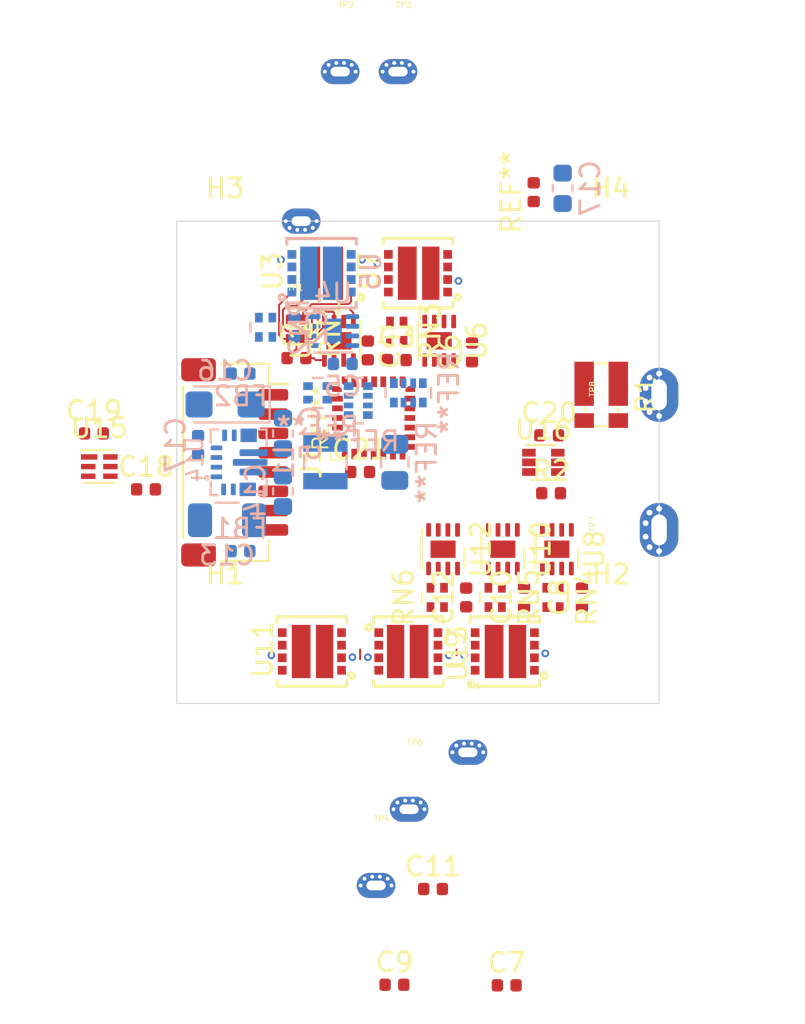
<source format=kicad_pcb>
(kicad_pcb (version 20171130) (host pcbnew 5.1.6-c6e7f7d~87~ubuntu18.04.1)

  (general
    (thickness 1.6)
    (drawings 6)
    (tracks 52)
    (zones 0)
    (modules 67)
    (nets 94)
  )

  (page A4)
  (layers
    (0 F.Cu signal)
    (31 B.Cu signal)
    (32 B.Adhes user)
    (33 F.Adhes user)
    (34 B.Paste user)
    (35 F.Paste user)
    (36 B.SilkS user)
    (37 F.SilkS user)
    (38 B.Mask user)
    (39 F.Mask user)
    (40 Dwgs.User user)
    (41 Cmts.User user)
    (42 Eco1.User user)
    (43 Eco2.User user)
    (44 Edge.Cuts user)
    (45 Margin user)
    (46 B.CrtYd user)
    (47 F.CrtYd user)
    (48 B.Fab user)
    (49 F.Fab user)
  )

  (setup
    (last_trace_width 0.25)
    (user_trace_width 0.1)
    (user_trace_width 0.1524)
    (user_trace_width 0.2032)
    (user_trace_width 0.254)
    (user_trace_width 0.3048)
    (user_trace_width 0.3556)
    (user_trace_width 0.4064)
    (user_trace_width 0.508)
    (trace_clearance 0.1)
    (zone_clearance 0.508)
    (zone_45_only no)
    (trace_min 0.1)
    (via_size 0.8)
    (via_drill 0.4)
    (via_min_size 0.4)
    (via_min_drill 0.2)
    (user_via 0.4 0.2)
    (user_via 0.5 0.25)
    (user_via 0.6 0.3)
    (user_via 0.8 0.4)
    (uvia_size 0.4)
    (uvia_drill 0.2)
    (uvias_allowed no)
    (uvia_min_size 0.4)
    (uvia_min_drill 0.2)
    (edge_width 0.05)
    (segment_width 0.2)
    (pcb_text_width 0.3)
    (pcb_text_size 1.5 1.5)
    (mod_edge_width 0.12)
    (mod_text_size 0.8 1)
    (mod_text_width 0.12)
    (pad_size 1.524 1.524)
    (pad_drill 0.762)
    (pad_to_mask_clearance 0.051)
    (solder_mask_min_width 0.05)
    (aux_axis_origin 0 0)
    (visible_elements FFFFFF7F)
    (pcbplotparams
      (layerselection 0x010fc_ffffffff)
      (usegerberextensions false)
      (usegerberattributes false)
      (usegerberadvancedattributes false)
      (creategerberjobfile false)
      (excludeedgelayer true)
      (linewidth 0.100000)
      (plotframeref false)
      (viasonmask false)
      (mode 1)
      (useauxorigin false)
      (hpglpennumber 1)
      (hpglpenspeed 20)
      (hpglpendiameter 15.000000)
      (psnegative false)
      (psa4output false)
      (plotreference true)
      (plotvalue true)
      (plotinvisibletext false)
      (padsonsilk false)
      (subtractmaskfromsilk false)
      (outputformat 1)
      (mirror false)
      (drillshape 1)
      (scaleselection 1)
      (outputdirectory ""))
  )

  (net 0 "")
  (net 1 "Net-(J1-Pad8)")
  (net 2 "Net-(J1-Pad7)")
  (net 3 "Net-(J1-Pad6)")
  (net 4 "Net-(J1-Pad5)")
  (net 5 "Net-(J1-Pad4)")
  (net 6 "Net-(J1-Pad3)")
  (net 7 "Net-(J1-Pad2)")
  (net 8 "Net-(J1-Pad1)")
  (net 9 "Net-(RN1-Pad4)")
  (net 10 "Net-(RN1-Pad3)")
  (net 11 "Net-(RN1-Pad2)")
  (net 12 "Net-(RN1-Pad1)")
  (net 13 "Net-(U1-Pad1)")
  (net 14 "Net-(U1-Pad28)")
  (net 15 "Net-(U1-Pad22)")
  (net 16 "Net-(U1-Pad21)")
  (net 17 "Net-(U1-Pad7)")
  (net 18 "Net-(U1-Pad26)")
  (net 19 "Net-(U1-Pad25)")
  (net 20 "Net-(U1-Pad20)")
  (net 21 "Net-(U1-Pad17)")
  (net 22 "Net-(U1-Pad12)")
  (net 23 "Net-(U1-Pad11)")
  (net 24 "Net-(U1-Pad10)")
  (net 25 "Net-(U1-Pad6)")
  (net 26 "Net-(U1-Pad5)")
  (net 27 "Net-(U1-Pad3)")
  (net 28 "Net-(U1-Pad2)")
  (net 29 "Net-(U1-Pad4)")
  (net 30 "Net-(C1-Pad2)")
  (net 31 +5V)
  (net 32 +BATT)
  (net 33 GND)
  (net 34 /ESC1_A)
  (net 35 "Net-(C2-Pad2)")
  (net 36 /ESC1_B)
  (net 37 "Net-(C3-Pad2)")
  (net 38 /ESC1_C)
  (net 39 "Net-(RN2-Pad4)")
  (net 40 "Net-(RN2-Pad3)")
  (net 41 "Net-(RN2-Pad2)")
  (net 42 "Net-(RN2-Pad1)")
  (net 43 "Net-(RN3-Pad4)")
  (net 44 "Net-(RN3-Pad3)")
  (net 45 "Net-(RN3-Pad2)")
  (net 46 "Net-(RN3-Pad1)")
  (net 47 "Net-(C8-Pad2)")
  (net 48 /ESC2_A)
  (net 49 "Net-(C10-Pad2)")
  (net 50 /ESC2_B)
  (net 51 "Net-(C12-Pad2)")
  (net 52 /ESC2_C)
  (net 53 "Net-(RN4-Pad4)")
  (net 54 "Net-(RN4-Pad3)")
  (net 55 "Net-(RN4-Pad2)")
  (net 56 "Net-(RN4-Pad1)")
  (net 57 "Net-(RN5-Pad4)")
  (net 58 "Net-(RN5-Pad3)")
  (net 59 "Net-(RN5-Pad2)")
  (net 60 "Net-(RN5-Pad1)")
  (net 61 "Net-(RN6-Pad4)")
  (net 62 "Net-(RN6-Pad3)")
  (net 63 "Net-(RN6-Pad2)")
  (net 64 "Net-(RN6-Pad1)")
  (net 65 "Net-(C13-Pad2)")
  (net 66 "Net-(C15-Pad2)")
  (net 67 "Net-(C17-Pad2)")
  (net 68 +3V3)
  (net 69 /IBat)
  (net 70 "Net-(L1-Pad2)")
  (net 71 "Net-(L1-Pad1)")
  (net 72 "Net-(R1-Pad2)")
  (net 73 "Net-(R1-Pad3)")
  (net 74 "Net-(R1-Pad1)")
  (net 75 "Net-(R2-Pad2)")
  (net 76 "Net-(U14-Pad2)")
  (net 77 /ESC1_A_EN)
  (net 78 /ESC1_A_PWM)
  (net 79 /ESC1_B_EN)
  (net 80 /ESC1_B_PWM)
  (net 81 /ESC1_C_EN)
  (net 82 /ESC1_C_PWM)
  (net 83 /ESC2_A_EN)
  (net 84 /ESC2_A_PWM)
  (net 85 /ESC2_B_EN)
  (net 86 /ESC2_B_PWM)
  (net 87 /ESC2_C_EN)
  (net 88 /ESC2_C_PWM)
  (net 89 /ESC1_MC)
  (net 90 /ESC1_MA)
  (net 91 /ESC1_IN)
  (net 92 /ESC1_MB)
  (net 93 /ESC1_Y)

  (net_class Default "This is the default net class."
    (clearance 0.1)
    (trace_width 0.25)
    (via_dia 0.8)
    (via_drill 0.4)
    (uvia_dia 0.4)
    (uvia_drill 0.2)
    (add_net +3V3)
    (add_net +5V)
    (add_net +BATT)
    (add_net /ESC1_A)
    (add_net /ESC1_A_EN)
    (add_net /ESC1_A_PWM)
    (add_net /ESC1_B)
    (add_net /ESC1_B_EN)
    (add_net /ESC1_B_PWM)
    (add_net /ESC1_C)
    (add_net /ESC1_C_EN)
    (add_net /ESC1_C_PWM)
    (add_net /ESC1_IN)
    (add_net /ESC1_MA)
    (add_net /ESC1_MB)
    (add_net /ESC1_MC)
    (add_net /ESC1_Y)
    (add_net /ESC2_A)
    (add_net /ESC2_A_EN)
    (add_net /ESC2_A_PWM)
    (add_net /ESC2_B)
    (add_net /ESC2_B_EN)
    (add_net /ESC2_B_PWM)
    (add_net /ESC2_C)
    (add_net /ESC2_C_EN)
    (add_net /ESC2_C_PWM)
    (add_net /IBat)
    (add_net GND)
    (add_net "Net-(C1-Pad2)")
    (add_net "Net-(C10-Pad2)")
    (add_net "Net-(C12-Pad2)")
    (add_net "Net-(C13-Pad2)")
    (add_net "Net-(C15-Pad2)")
    (add_net "Net-(C17-Pad2)")
    (add_net "Net-(C2-Pad2)")
    (add_net "Net-(C3-Pad2)")
    (add_net "Net-(C8-Pad2)")
    (add_net "Net-(J1-Pad1)")
    (add_net "Net-(J1-Pad2)")
    (add_net "Net-(J1-Pad3)")
    (add_net "Net-(J1-Pad4)")
    (add_net "Net-(J1-Pad5)")
    (add_net "Net-(J1-Pad6)")
    (add_net "Net-(J1-Pad7)")
    (add_net "Net-(J1-Pad8)")
    (add_net "Net-(L1-Pad1)")
    (add_net "Net-(L1-Pad2)")
    (add_net "Net-(R1-Pad1)")
    (add_net "Net-(R1-Pad2)")
    (add_net "Net-(R1-Pad3)")
    (add_net "Net-(R2-Pad2)")
    (add_net "Net-(RN1-Pad1)")
    (add_net "Net-(RN1-Pad2)")
    (add_net "Net-(RN1-Pad3)")
    (add_net "Net-(RN1-Pad4)")
    (add_net "Net-(RN2-Pad1)")
    (add_net "Net-(RN2-Pad2)")
    (add_net "Net-(RN2-Pad3)")
    (add_net "Net-(RN2-Pad4)")
    (add_net "Net-(RN3-Pad1)")
    (add_net "Net-(RN3-Pad2)")
    (add_net "Net-(RN3-Pad3)")
    (add_net "Net-(RN3-Pad4)")
    (add_net "Net-(RN4-Pad1)")
    (add_net "Net-(RN4-Pad2)")
    (add_net "Net-(RN4-Pad3)")
    (add_net "Net-(RN4-Pad4)")
    (add_net "Net-(RN5-Pad1)")
    (add_net "Net-(RN5-Pad2)")
    (add_net "Net-(RN5-Pad3)")
    (add_net "Net-(RN5-Pad4)")
    (add_net "Net-(RN6-Pad1)")
    (add_net "Net-(RN6-Pad2)")
    (add_net "Net-(RN6-Pad3)")
    (add_net "Net-(RN6-Pad4)")
    (add_net "Net-(U1-Pad1)")
    (add_net "Net-(U1-Pad10)")
    (add_net "Net-(U1-Pad11)")
    (add_net "Net-(U1-Pad12)")
    (add_net "Net-(U1-Pad17)")
    (add_net "Net-(U1-Pad2)")
    (add_net "Net-(U1-Pad20)")
    (add_net "Net-(U1-Pad21)")
    (add_net "Net-(U1-Pad22)")
    (add_net "Net-(U1-Pad25)")
    (add_net "Net-(U1-Pad26)")
    (add_net "Net-(U1-Pad28)")
    (add_net "Net-(U1-Pad3)")
    (add_net "Net-(U1-Pad4)")
    (add_net "Net-(U1-Pad5)")
    (add_net "Net-(U1-Pad6)")
    (add_net "Net-(U1-Pad7)")
    (add_net "Net-(U14-Pad2)")
  )

  (module 11_PSoC_FC_whoop:PowerPAIR3.3x3.3 (layer F.Cu) (tedit 60109053) (tstamp 600FDF01)
    (at 135.5 84.8 270)
    (path /602493FA)
    (fp_text reference U13 (at 0.1 -2.55 90) (layer F.SilkS)
      (effects (font (size 1 1) (thickness 0.15)))
    )
    (fp_text value SIZ200DT-T1-GE3 (at 0.15 2.75 90) (layer F.Fab)
      (effects (font (size 1 1) (thickness 0.15)))
    )
    (fp_line (start -1.8 1.9) (end 1.8 1.9) (layer F.CrtYd) (width 0.1))
    (fp_line (start 1.8 -1.9) (end 1.8 1.9) (layer F.CrtYd) (width 0.1))
    (fp_line (start -1.8 -1.9) (end -1.8 1.9) (layer F.CrtYd) (width 0.1))
    (fp_line (start -1.8 -1.9) (end 1.8 -1.9) (layer F.CrtYd) (width 0.1))
    (fp_line (start 1.5 -1.8) (end 1.8 -1.8) (layer F.SilkS) (width 0.16))
    (fp_line (start 1.8 -1.8) (end 1.8 1.8) (layer F.SilkS) (width 0.16))
    (fp_line (start 1.8 1.8) (end 1.5 1.8) (layer F.SilkS) (width 0.16))
    (fp_line (start -1.5 -1.8) (end -1.8 -1.8) (layer F.SilkS) (width 0.16))
    (fp_line (start -1.8 -1.8) (end -1.8 1.8) (layer F.SilkS) (width 0.16))
    (fp_line (start -1.8 1.8) (end -1.5 1.8) (layer F.SilkS) (width 0.16))
    (fp_circle (center -1.25 2.05) (end -1.2 2.1) (layer F.SilkS) (width 0.16))
    (fp_line (start -1.65 -1.65) (end 1.65 -1.65) (layer F.Fab) (width 0.1))
    (fp_line (start 1.65 -1.65) (end 1.65 1.65) (layer F.Fab) (width 0.1))
    (fp_line (start 1.65 1.65) (end -1.65 1.65) (layer F.Fab) (width 0.1))
    (fp_line (start -1.65 1.65) (end -1.65 -1.65) (layer F.Fab) (width 0.1))
    (pad 1 smd rect (at -0.975 1.536 270) (size 0.45 0.45) (layers F.Cu F.Paste F.Mask)
      (net 63 "Net-(RN6-Pad2)"))
    (pad 2 smd rect (at -0.325 1.536 270) (size 0.45 0.45) (layers F.Cu F.Paste F.Mask)
      (net 32 +BATT))
    (pad 2 smd rect (at 0.325 1.536 270) (size 0.45 0.45) (layers F.Cu F.Paste F.Mask)
      (net 32 +BATT))
    (pad 2 smd rect (at 0.975 1.536 270) (size 0.45 0.45) (layers F.Cu F.Paste F.Mask)
      (net 32 +BATT))
    (pad 2 smd rect (at 0 0.66 270) (size 2.76 0.9) (layers F.Cu F.Paste F.Mask)
      (net 32 +BATT))
    (pad 3 smd rect (at 0 -0.555 270) (size 2.76 0.97) (layers F.Cu F.Paste F.Mask)
      (net 52 /ESC2_C))
    (pad 4 smd rect (at 0.975 -1.536 270) (size 0.45 0.45) (layers F.Cu F.Paste F.Mask)
      (net 33 GND))
    (pad 4 smd rect (at 0.325 -1.536 270) (size 0.45 0.45) (layers F.Cu F.Paste F.Mask)
      (net 33 GND))
    (pad 4 smd rect (at -0.325 -1.536 270) (size 0.45 0.45) (layers F.Cu F.Paste F.Mask)
      (net 33 GND))
    (pad 5 smd rect (at -0.975 -1.536 270) (size 0.45 0.45) (layers F.Cu F.Paste F.Mask)
      (net 64 "Net-(RN6-Pad1)"))
    (model ${KISYS3DMOD}/Package_SON.3dshapes/VSON-8_3.3x3.3mm_P0.65mm_NexFET.step
      (at (xyz 0 0 0))
      (scale (xyz 1 1 1))
      (rotate (xyz 0 0 -90))
    )
  )

  (module 11_PSoC_FC_whoop:PowerPAIR3.3x3.3 (layer F.Cu) (tedit 60109053) (tstamp 600FDEC7)
    (at 130.5 84.8 90)
    (path /60249389)
    (fp_text reference U11 (at 0.1 -2.55 90) (layer F.SilkS)
      (effects (font (size 1 1) (thickness 0.15)))
    )
    (fp_text value SIZ200DT-T1-GE3 (at 0.15 2.75 90) (layer F.Fab)
      (effects (font (size 1 1) (thickness 0.15)))
    )
    (fp_line (start -1.8 1.9) (end 1.8 1.9) (layer F.CrtYd) (width 0.1))
    (fp_line (start 1.8 -1.9) (end 1.8 1.9) (layer F.CrtYd) (width 0.1))
    (fp_line (start -1.8 -1.9) (end -1.8 1.9) (layer F.CrtYd) (width 0.1))
    (fp_line (start -1.8 -1.9) (end 1.8 -1.9) (layer F.CrtYd) (width 0.1))
    (fp_line (start 1.5 -1.8) (end 1.8 -1.8) (layer F.SilkS) (width 0.16))
    (fp_line (start 1.8 -1.8) (end 1.8 1.8) (layer F.SilkS) (width 0.16))
    (fp_line (start 1.8 1.8) (end 1.5 1.8) (layer F.SilkS) (width 0.16))
    (fp_line (start -1.5 -1.8) (end -1.8 -1.8) (layer F.SilkS) (width 0.16))
    (fp_line (start -1.8 -1.8) (end -1.8 1.8) (layer F.SilkS) (width 0.16))
    (fp_line (start -1.8 1.8) (end -1.5 1.8) (layer F.SilkS) (width 0.16))
    (fp_circle (center -1.25 2.05) (end -1.2 2.1) (layer F.SilkS) (width 0.16))
    (fp_line (start -1.65 -1.65) (end 1.65 -1.65) (layer F.Fab) (width 0.1))
    (fp_line (start 1.65 -1.65) (end 1.65 1.65) (layer F.Fab) (width 0.1))
    (fp_line (start 1.65 1.65) (end -1.65 1.65) (layer F.Fab) (width 0.1))
    (fp_line (start -1.65 1.65) (end -1.65 -1.65) (layer F.Fab) (width 0.1))
    (pad 1 smd rect (at -0.975 1.536 90) (size 0.45 0.45) (layers F.Cu F.Paste F.Mask)
      (net 57 "Net-(RN5-Pad4)"))
    (pad 2 smd rect (at -0.325 1.536 90) (size 0.45 0.45) (layers F.Cu F.Paste F.Mask)
      (net 32 +BATT))
    (pad 2 smd rect (at 0.325 1.536 90) (size 0.45 0.45) (layers F.Cu F.Paste F.Mask)
      (net 32 +BATT))
    (pad 2 smd rect (at 0.975 1.536 90) (size 0.45 0.45) (layers F.Cu F.Paste F.Mask)
      (net 32 +BATT))
    (pad 2 smd rect (at 0 0.66 90) (size 2.76 0.9) (layers F.Cu F.Paste F.Mask)
      (net 32 +BATT))
    (pad 3 smd rect (at 0 -0.555 90) (size 2.76 0.97) (layers F.Cu F.Paste F.Mask)
      (net 50 /ESC2_B))
    (pad 4 smd rect (at 0.975 -1.536 90) (size 0.45 0.45) (layers F.Cu F.Paste F.Mask)
      (net 33 GND))
    (pad 4 smd rect (at 0.325 -1.536 90) (size 0.45 0.45) (layers F.Cu F.Paste F.Mask)
      (net 33 GND))
    (pad 4 smd rect (at -0.325 -1.536 90) (size 0.45 0.45) (layers F.Cu F.Paste F.Mask)
      (net 33 GND))
    (pad 5 smd rect (at -0.975 -1.536 90) (size 0.45 0.45) (layers F.Cu F.Paste F.Mask)
      (net 58 "Net-(RN5-Pad3)"))
    (model ${KISYS3DMOD}/Package_SON.3dshapes/VSON-8_3.3x3.3mm_P0.65mm_NexFET.step
      (at (xyz 0 0 0))
      (scale (xyz 1 1 1))
      (rotate (xyz 0 0 -90))
    )
  )

  (module 11_PSoC_FC_whoop:PowerPAIR3.3x3.3 (layer F.Cu) (tedit 60109053) (tstamp 600FDE8D)
    (at 140.5 84.8 90)
    (path /60249315)
    (fp_text reference U9 (at 0.1 -2.55 90) (layer F.SilkS)
      (effects (font (size 1 1) (thickness 0.15)))
    )
    (fp_text value SIZ200DT-T1-GE3 (at 0.15 2.75 90) (layer F.Fab)
      (effects (font (size 1 1) (thickness 0.15)))
    )
    (fp_line (start -1.8 1.9) (end 1.8 1.9) (layer F.CrtYd) (width 0.1))
    (fp_line (start 1.8 -1.9) (end 1.8 1.9) (layer F.CrtYd) (width 0.1))
    (fp_line (start -1.8 -1.9) (end -1.8 1.9) (layer F.CrtYd) (width 0.1))
    (fp_line (start -1.8 -1.9) (end 1.8 -1.9) (layer F.CrtYd) (width 0.1))
    (fp_line (start 1.5 -1.8) (end 1.8 -1.8) (layer F.SilkS) (width 0.16))
    (fp_line (start 1.8 -1.8) (end 1.8 1.8) (layer F.SilkS) (width 0.16))
    (fp_line (start 1.8 1.8) (end 1.5 1.8) (layer F.SilkS) (width 0.16))
    (fp_line (start -1.5 -1.8) (end -1.8 -1.8) (layer F.SilkS) (width 0.16))
    (fp_line (start -1.8 -1.8) (end -1.8 1.8) (layer F.SilkS) (width 0.16))
    (fp_line (start -1.8 1.8) (end -1.5 1.8) (layer F.SilkS) (width 0.16))
    (fp_circle (center -1.25 2.05) (end -1.2 2.1) (layer F.SilkS) (width 0.16))
    (fp_line (start -1.65 -1.65) (end 1.65 -1.65) (layer F.Fab) (width 0.1))
    (fp_line (start 1.65 -1.65) (end 1.65 1.65) (layer F.Fab) (width 0.1))
    (fp_line (start 1.65 1.65) (end -1.65 1.65) (layer F.Fab) (width 0.1))
    (fp_line (start -1.65 1.65) (end -1.65 -1.65) (layer F.Fab) (width 0.1))
    (pad 1 smd rect (at -0.975 1.536 90) (size 0.45 0.45) (layers F.Cu F.Paste F.Mask)
      (net 56 "Net-(RN4-Pad1)"))
    (pad 2 smd rect (at -0.325 1.536 90) (size 0.45 0.45) (layers F.Cu F.Paste F.Mask)
      (net 32 +BATT))
    (pad 2 smd rect (at 0.325 1.536 90) (size 0.45 0.45) (layers F.Cu F.Paste F.Mask)
      (net 32 +BATT))
    (pad 2 smd rect (at 0.975 1.536 90) (size 0.45 0.45) (layers F.Cu F.Paste F.Mask)
      (net 32 +BATT))
    (pad 2 smd rect (at 0 0.66 90) (size 2.76 0.9) (layers F.Cu F.Paste F.Mask)
      (net 32 +BATT))
    (pad 3 smd rect (at 0 -0.555 90) (size 2.76 0.97) (layers F.Cu F.Paste F.Mask)
      (net 48 /ESC2_A))
    (pad 4 smd rect (at 0.975 -1.536 90) (size 0.45 0.45) (layers F.Cu F.Paste F.Mask)
      (net 33 GND))
    (pad 4 smd rect (at 0.325 -1.536 90) (size 0.45 0.45) (layers F.Cu F.Paste F.Mask)
      (net 33 GND))
    (pad 4 smd rect (at -0.325 -1.536 90) (size 0.45 0.45) (layers F.Cu F.Paste F.Mask)
      (net 33 GND))
    (pad 5 smd rect (at -0.975 -1.536 90) (size 0.45 0.45) (layers F.Cu F.Paste F.Mask)
      (net 54 "Net-(RN4-Pad3)"))
    (model ${KISYS3DMOD}/Package_SON.3dshapes/VSON-8_3.3x3.3mm_P0.65mm_NexFET.step
      (at (xyz 0 0 0))
      (scale (xyz 1 1 1))
      (rotate (xyz 0 0 -90))
    )
  )

  (module 11_PSoC_FC_whoop:PowerPAIR3.3x3.3 (layer F.Cu) (tedit 60109053) (tstamp 600FE260)
    (at 136 65.2 90)
    (path /60161E92)
    (fp_text reference U7 (at 0.1 -2.55 90) (layer F.SilkS)
      (effects (font (size 1 1) (thickness 0.15)))
    )
    (fp_text value SIZ200DT-T1-GE3 (at 0.15 2.75 90) (layer F.Fab)
      (effects (font (size 1 1) (thickness 0.15)))
    )
    (fp_line (start -1.8 1.9) (end 1.8 1.9) (layer F.CrtYd) (width 0.1))
    (fp_line (start 1.8 -1.9) (end 1.8 1.9) (layer F.CrtYd) (width 0.1))
    (fp_line (start -1.8 -1.9) (end -1.8 1.9) (layer F.CrtYd) (width 0.1))
    (fp_line (start -1.8 -1.9) (end 1.8 -1.9) (layer F.CrtYd) (width 0.1))
    (fp_line (start 1.5 -1.8) (end 1.8 -1.8) (layer F.SilkS) (width 0.16))
    (fp_line (start 1.8 -1.8) (end 1.8 1.8) (layer F.SilkS) (width 0.16))
    (fp_line (start 1.8 1.8) (end 1.5 1.8) (layer F.SilkS) (width 0.16))
    (fp_line (start -1.5 -1.8) (end -1.8 -1.8) (layer F.SilkS) (width 0.16))
    (fp_line (start -1.8 -1.8) (end -1.8 1.8) (layer F.SilkS) (width 0.16))
    (fp_line (start -1.8 1.8) (end -1.5 1.8) (layer F.SilkS) (width 0.16))
    (fp_circle (center -1.25 2.05) (end -1.2 2.1) (layer F.SilkS) (width 0.16))
    (fp_line (start -1.65 -1.65) (end 1.65 -1.65) (layer F.Fab) (width 0.1))
    (fp_line (start 1.65 -1.65) (end 1.65 1.65) (layer F.Fab) (width 0.1))
    (fp_line (start 1.65 1.65) (end -1.65 1.65) (layer F.Fab) (width 0.1))
    (fp_line (start -1.65 1.65) (end -1.65 -1.65) (layer F.Fab) (width 0.1))
    (pad 1 smd rect (at -0.975 1.536 90) (size 0.45 0.45) (layers F.Cu F.Paste F.Mask)
      (net 46 "Net-(RN3-Pad1)"))
    (pad 2 smd rect (at -0.325 1.536 90) (size 0.45 0.45) (layers F.Cu F.Paste F.Mask)
      (net 32 +BATT))
    (pad 2 smd rect (at 0.325 1.536 90) (size 0.45 0.45) (layers F.Cu F.Paste F.Mask)
      (net 32 +BATT))
    (pad 2 smd rect (at 0.975 1.536 90) (size 0.45 0.45) (layers F.Cu F.Paste F.Mask)
      (net 32 +BATT))
    (pad 2 smd rect (at 0 0.66 90) (size 2.76 0.9) (layers F.Cu F.Paste F.Mask)
      (net 32 +BATT))
    (pad 3 smd rect (at 0 -0.555 90) (size 2.76 0.97) (layers F.Cu F.Paste F.Mask)
      (net 38 /ESC1_C))
    (pad 4 smd rect (at 0.975 -1.536 90) (size 0.45 0.45) (layers F.Cu F.Paste F.Mask)
      (net 33 GND))
    (pad 4 smd rect (at 0.325 -1.536 90) (size 0.45 0.45) (layers F.Cu F.Paste F.Mask)
      (net 33 GND))
    (pad 4 smd rect (at -0.325 -1.536 90) (size 0.45 0.45) (layers F.Cu F.Paste F.Mask)
      (net 33 GND))
    (pad 5 smd rect (at -0.975 -1.536 90) (size 0.45 0.45) (layers F.Cu F.Paste F.Mask)
      (net 44 "Net-(RN3-Pad3)"))
    (model ${KISYS3DMOD}/Package_SON.3dshapes/VSON-8_3.3x3.3mm_P0.65mm_NexFET.step
      (at (xyz 0 0 0))
      (scale (xyz 1 1 1))
      (rotate (xyz 0 0 -90))
    )
  )

  (module 11_PSoC_FC_whoop:PowerPAIR3.3x3.3 (layer B.Cu) (tedit 60109053) (tstamp 600F8926)
    (at 131 65.2 90)
    (path /6014CA1D)
    (fp_text reference U5 (at 0.1 2.55 270) (layer B.SilkS)
      (effects (font (size 1 1) (thickness 0.15)) (justify mirror))
    )
    (fp_text value SIZ200DT-T1-GE3 (at 0.15 -2.75 270) (layer B.Fab)
      (effects (font (size 1 1) (thickness 0.15)) (justify mirror))
    )
    (fp_line (start -1.8 -1.9) (end 1.8 -1.9) (layer B.CrtYd) (width 0.1))
    (fp_line (start 1.8 1.9) (end 1.8 -1.9) (layer B.CrtYd) (width 0.1))
    (fp_line (start -1.8 1.9) (end -1.8 -1.9) (layer B.CrtYd) (width 0.1))
    (fp_line (start -1.8 1.9) (end 1.8 1.9) (layer B.CrtYd) (width 0.1))
    (fp_line (start 1.5 1.8) (end 1.8 1.8) (layer B.SilkS) (width 0.16))
    (fp_line (start 1.8 1.8) (end 1.8 -1.8) (layer B.SilkS) (width 0.16))
    (fp_line (start 1.8 -1.8) (end 1.5 -1.8) (layer B.SilkS) (width 0.16))
    (fp_line (start -1.5 1.8) (end -1.8 1.8) (layer B.SilkS) (width 0.16))
    (fp_line (start -1.8 1.8) (end -1.8 -1.8) (layer B.SilkS) (width 0.16))
    (fp_line (start -1.8 -1.8) (end -1.5 -1.8) (layer B.SilkS) (width 0.16))
    (fp_circle (center -1.25 -2.05) (end -1.2 -2.1) (layer B.SilkS) (width 0.16))
    (fp_line (start -1.65 1.65) (end 1.65 1.65) (layer B.Fab) (width 0.1))
    (fp_line (start 1.65 1.65) (end 1.65 -1.65) (layer B.Fab) (width 0.1))
    (fp_line (start 1.65 -1.65) (end -1.65 -1.65) (layer B.Fab) (width 0.1))
    (fp_line (start -1.65 -1.65) (end -1.65 1.65) (layer B.Fab) (width 0.1))
    (pad 1 smd rect (at -0.975 -1.536 90) (size 0.45 0.45) (layers B.Cu B.Paste B.Mask)
      (net 39 "Net-(RN2-Pad4)"))
    (pad 2 smd rect (at -0.325 -1.536 90) (size 0.45 0.45) (layers B.Cu B.Paste B.Mask)
      (net 32 +BATT))
    (pad 2 smd rect (at 0.325 -1.536 90) (size 0.45 0.45) (layers B.Cu B.Paste B.Mask)
      (net 32 +BATT))
    (pad 2 smd rect (at 0.975 -1.536 90) (size 0.45 0.45) (layers B.Cu B.Paste B.Mask)
      (net 32 +BATT))
    (pad 2 smd rect (at 0 -0.66 90) (size 2.76 0.9) (layers B.Cu B.Paste B.Mask)
      (net 32 +BATT))
    (pad 3 smd rect (at 0 0.555 90) (size 2.76 0.97) (layers B.Cu B.Paste B.Mask)
      (net 36 /ESC1_B))
    (pad 4 smd rect (at 0.975 1.536 90) (size 0.45 0.45) (layers B.Cu B.Paste B.Mask)
      (net 33 GND))
    (pad 4 smd rect (at 0.325 1.536 90) (size 0.45 0.45) (layers B.Cu B.Paste B.Mask)
      (net 33 GND))
    (pad 4 smd rect (at -0.325 1.536 90) (size 0.45 0.45) (layers B.Cu B.Paste B.Mask)
      (net 33 GND))
    (pad 5 smd rect (at -0.975 1.536 90) (size 0.45 0.45) (layers B.Cu B.Paste B.Mask)
      (net 40 "Net-(RN2-Pad3)"))
    (model ${KISYS3DMOD}/Package_SON.3dshapes/VSON-8_3.3x3.3mm_P0.65mm_NexFET.step
      (at (xyz 0 0 0))
      (scale (xyz 1 1 1))
      (rotate (xyz 0 0 -90))
    )
  )

  (module 11_PSoC_FC_whoop:PowerPAIR3.3x3.3 (layer F.Cu) (tedit 60109053) (tstamp 600F6E4D)
    (at 131 65.2 90)
    (path /600F23C3)
    (fp_text reference U3 (at 0.1 -2.55 90) (layer F.SilkS)
      (effects (font (size 1 1) (thickness 0.15)))
    )
    (fp_text value SIZ200DT-T1-GE3 (at 0.15 2.75 90) (layer F.Fab)
      (effects (font (size 1 1) (thickness 0.15)))
    )
    (fp_line (start -1.8 1.9) (end 1.8 1.9) (layer F.CrtYd) (width 0.1))
    (fp_line (start 1.8 -1.9) (end 1.8 1.9) (layer F.CrtYd) (width 0.1))
    (fp_line (start -1.8 -1.9) (end -1.8 1.9) (layer F.CrtYd) (width 0.1))
    (fp_line (start -1.8 -1.9) (end 1.8 -1.9) (layer F.CrtYd) (width 0.1))
    (fp_line (start 1.5 -1.8) (end 1.8 -1.8) (layer F.SilkS) (width 0.16))
    (fp_line (start 1.8 -1.8) (end 1.8 1.8) (layer F.SilkS) (width 0.16))
    (fp_line (start 1.8 1.8) (end 1.5 1.8) (layer F.SilkS) (width 0.16))
    (fp_line (start -1.5 -1.8) (end -1.8 -1.8) (layer F.SilkS) (width 0.16))
    (fp_line (start -1.8 -1.8) (end -1.8 1.8) (layer F.SilkS) (width 0.16))
    (fp_line (start -1.8 1.8) (end -1.5 1.8) (layer F.SilkS) (width 0.16))
    (fp_circle (center -1.25 2.05) (end -1.2 2.1) (layer F.SilkS) (width 0.16))
    (fp_line (start -1.65 -1.65) (end 1.65 -1.65) (layer F.Fab) (width 0.1))
    (fp_line (start 1.65 -1.65) (end 1.65 1.65) (layer F.Fab) (width 0.1))
    (fp_line (start 1.65 1.65) (end -1.65 1.65) (layer F.Fab) (width 0.1))
    (fp_line (start -1.65 1.65) (end -1.65 -1.65) (layer F.Fab) (width 0.1))
    (pad 1 smd rect (at -0.975 1.536 90) (size 0.45 0.45) (layers F.Cu F.Paste F.Mask)
      (net 12 "Net-(RN1-Pad1)"))
    (pad 2 smd rect (at -0.325 1.536 90) (size 0.45 0.45) (layers F.Cu F.Paste F.Mask)
      (net 32 +BATT))
    (pad 2 smd rect (at 0.325 1.536 90) (size 0.45 0.45) (layers F.Cu F.Paste F.Mask)
      (net 32 +BATT))
    (pad 2 smd rect (at 0.975 1.536 90) (size 0.45 0.45) (layers F.Cu F.Paste F.Mask)
      (net 32 +BATT))
    (pad 2 smd rect (at 0 0.66 90) (size 2.76 0.9) (layers F.Cu F.Paste F.Mask)
      (net 32 +BATT))
    (pad 3 smd rect (at 0 -0.555 90) (size 2.76 0.97) (layers F.Cu F.Paste F.Mask)
      (net 34 /ESC1_A))
    (pad 4 smd rect (at 0.975 -1.536 90) (size 0.45 0.45) (layers F.Cu F.Paste F.Mask)
      (net 33 GND))
    (pad 4 smd rect (at 0.325 -1.536 90) (size 0.45 0.45) (layers F.Cu F.Paste F.Mask)
      (net 33 GND))
    (pad 4 smd rect (at -0.325 -1.536 90) (size 0.45 0.45) (layers F.Cu F.Paste F.Mask)
      (net 33 GND))
    (pad 5 smd rect (at -0.975 -1.536 90) (size 0.45 0.45) (layers F.Cu F.Paste F.Mask)
      (net 10 "Net-(RN1-Pad3)"))
    (model ${KISYS3DMOD}/Package_SON.3dshapes/VSON-8_3.3x3.3mm_P0.65mm_NexFET.step
      (at (xyz 0 0 0))
      (scale (xyz 1 1 1))
      (rotate (xyz 0 0 -90))
    )
  )

  (module Capacitor_SMD:C_0402_1005Metric (layer F.Cu) (tedit 5B301BBE) (tstamp 6010DB92)
    (at 133 75.5)
    (descr "Capacitor SMD 0402 (1005 Metric), square (rectangular) end terminal, IPC_7351 nominal, (Body size source: http://www.tortai-tech.com/upload/download/2011102023233369053.pdf), generated with kicad-footprint-generator")
    (tags capacitor)
    (path /60984F72)
    (attr smd)
    (fp_text reference C21 (at 0 -1.17) (layer F.SilkS)
      (effects (font (size 1 1) (thickness 0.15)))
    )
    (fp_text value 100n (at 0 1.17) (layer F.Fab)
      (effects (font (size 1 1) (thickness 0.15)))
    )
    (fp_line (start 0.93 0.47) (end -0.93 0.47) (layer F.CrtYd) (width 0.05))
    (fp_line (start 0.93 -0.47) (end 0.93 0.47) (layer F.CrtYd) (width 0.05))
    (fp_line (start -0.93 -0.47) (end 0.93 -0.47) (layer F.CrtYd) (width 0.05))
    (fp_line (start -0.93 0.47) (end -0.93 -0.47) (layer F.CrtYd) (width 0.05))
    (fp_line (start 0.5 0.25) (end -0.5 0.25) (layer F.Fab) (width 0.1))
    (fp_line (start 0.5 -0.25) (end 0.5 0.25) (layer F.Fab) (width 0.1))
    (fp_line (start -0.5 -0.25) (end 0.5 -0.25) (layer F.Fab) (width 0.1))
    (fp_line (start -0.5 0.25) (end -0.5 -0.25) (layer F.Fab) (width 0.1))
    (fp_text user %R (at 0 0) (layer F.Fab)
      (effects (font (size 0.25 0.25) (thickness 0.04)))
    )
    (pad 2 smd roundrect (at 0.485 0) (size 0.59 0.64) (layers F.Cu F.Paste F.Mask) (roundrect_rratio 0.25)
      (net 68 +3V3))
    (pad 1 smd roundrect (at -0.485 0) (size 0.59 0.64) (layers F.Cu F.Paste F.Mask) (roundrect_rratio 0.25)
      (net 33 GND))
    (model ${KISYS3DMOD}/Capacitor_SMD.3dshapes/C_0402_1005Metric.wrl
      (at (xyz 0 0 0))
      (scale (xyz 1 1 1))
      (rotate (xyz 0 0 0))
    )
  )

  (module ultimateFC:TEXAS_15-VQFN-HR (layer B.Cu) (tedit 601089A3) (tstamp 60109DDF)
    (at 126.7 75 90)
    (path /60322A31)
    (fp_text reference U14 (at 0.15 -2.25 90) (layer B.SilkS)
      (effects (font (size 0.8 0.8) (thickness 0.12)) (justify mirror))
    )
    (fp_text value TPS630701 (at -0.05 1.75 90) (layer B.Fab)
      (effects (font (size 0.3 0.3) (thickness 0.075)) (justify mirror))
    )
    (fp_line (start -1.9 1.65) (end 0 1.65) (layer B.CrtYd) (width 0.05))
    (fp_line (start -1.9 -1.6) (end -1.9 1.65) (layer B.CrtYd) (width 0.05))
    (fp_line (start 1.9 -1.6) (end -1.9 -1.6) (layer B.CrtYd) (width 0.05))
    (fp_line (start 1.9 1.65) (end 1.9 -1.6) (layer B.CrtYd) (width 0.05))
    (fp_line (start 0 1.65) (end 1.9 1.65) (layer B.CrtYd) (width 0.05))
    (fp_circle (center -0.8 -1.65) (end -0.7 -1.65) (layer B.SilkS) (width 0.1))
    (fp_line (start -1 -1.45) (end -1.7 -1.45) (layer B.SilkS) (width 0.12))
    (fp_line (start -1.7 -1.1) (end -1.7 -1.45) (layer B.SilkS) (width 0.12))
    (fp_line (start 1 -1.45) (end 1.7 -1.45) (layer B.SilkS) (width 0.12))
    (fp_line (start 1.7 -1.05) (end 1.7 -1.45) (layer B.SilkS) (width 0.12))
    (fp_line (start -1.7 1.05) (end -1.7 1.45) (layer B.SilkS) (width 0.12))
    (fp_line (start -0.85 1.45) (end -1.7 1.45) (layer B.SilkS) (width 0.12))
    (fp_line (start 1.7 1.1) (end 1.7 1.45) (layer B.SilkS) (width 0.12))
    (fp_line (start 0.85 1.45) (end 1.7 1.45) (layer B.SilkS) (width 0.12))
    (fp_line (start 1.5 1.25) (end -1.5 1.25) (layer B.Fab) (width 0.12))
    (fp_line (start 1.5 -1.25) (end 1.5 1.25) (layer B.Fab) (width 0.12))
    (fp_line (start -1.5 -1.25) (end 1.5 -1.25) (layer B.Fab) (width 0.12))
    (fp_line (start -1.5 1.25) (end -1.5 -1.25) (layer B.Fab) (width 0.12))
    (pad 11 smd roundrect (at -0.5 0.388 90) (size 0.25 0.575) (layers B.Paste) (roundrect_rratio 0.2)
      (net 70 "Net-(L1-Pad2)") (solder_mask_margin -0.05))
    (pad 11 smd roundrect (at -0.5 1.163 90) (size 0.25 0.575) (layers B.Paste) (roundrect_rratio 0.2)
      (net 70 "Net-(L1-Pad2)") (solder_mask_margin -0.05))
    (pad 9 smd roundrect (at 0.5 1.163 90) (size 0.25 0.575) (layers B.Paste) (roundrect_rratio 0.2)
      (net 71 "Net-(L1-Pad1)") (solder_mask_margin -0.05))
    (pad 9 smd roundrect (at 0.5 0.388 90) (size 0.25 0.575) (layers B.Paste) (roundrect_rratio 0.2)
      (net 71 "Net-(L1-Pad1)") (solder_mask_margin -0.05))
    (pad 10 smd roundrect (at 0 1.06 90) (size 0.25 0.72) (layers B.Paste) (roundrect_rratio 0.2)
      (net 33 GND) (solder_mask_margin -0.05))
    (pad 10 smd roundrect (at 0 0.14 90) (size 0.25 0.72) (layers B.Paste) (roundrect_rratio 0.2)
      (net 33 GND) (solder_mask_margin -0.05))
    (pad 13 smd roundrect (at -1.4 0.475) (size 0.85 0.7) (layers B.Cu) (roundrect_rratio 0.07099999999999999)
      (net 65 "Net-(C13-Pad2)") (solder_mask_margin -0.05))
    (pad 7 smd roundrect (at 1.4 0.525) (size 0.85 0.7) (layers B.Cu) (roundrect_rratio 0.07099999999999999)
      (net 66 "Net-(C15-Pad2)") (solder_mask_margin -0.05))
    (pad 11 smd roundrect (at -0.5 0.775 90) (size 0.35 1.45) (layers B.Cu B.Mask) (roundrect_rratio 0.2)
      (net 70 "Net-(L1-Pad2)") (solder_mask_margin -0.05))
    (pad 9 smd roundrect (at 0.5 0.775 90) (size 0.35 1.45) (layers B.Cu B.Mask) (roundrect_rratio 0.2)
      (net 71 "Net-(L1-Pad1)") (solder_mask_margin -0.05))
    (pad 10 smd roundrect (at 0 0.6 90) (size 0.35 1.8) (layers B.Cu B.Mask) (roundrect_rratio 0.2)
      (net 33 GND) (solder_mask_margin -0.05))
    (pad 15 smd roundrect (at -1.4 -0.775 180) (size 0.25 0.6) (layers B.Cu B.Paste B.Mask) (roundrect_rratio 0.2)
      (net 33 GND) (solder_mask_margin -0.001))
    (pad 13 smd roundrect (at -1.4 0.225 180) (size 0.25 0.6) (layers B.Cu B.Paste B.Mask) (roundrect_rratio 0.2)
      (net 65 "Net-(C13-Pad2)"))
    (pad 14 smd roundrect (at -1.4 -0.275 180) (size 0.25 0.6) (layers B.Cu B.Paste B.Mask) (roundrect_rratio 0.2)
      (net 65 "Net-(C13-Pad2)") (solder_mask_margin 0.001))
    (pad 13 smd roundrect (at -1.4 0.725 180) (size 0.25 0.6) (layers B.Cu B.Paste B.Mask) (roundrect_rratio 0.2)
      (net 65 "Net-(C13-Pad2)"))
    (pad 13 smd rect (at -1.225 0.5 90) (size 0.25 0.6) (layers B.Cu B.Paste B.Mask)
      (net 65 "Net-(C13-Pad2)") (solder_mask_margin -0.001))
    (pad 7 smd rect (at 1.225 0.525 270) (size 0.25 0.6) (layers B.Cu B.Paste B.Mask)
      (net 66 "Net-(C15-Pad2)") (solder_mask_margin -0.001))
    (pad 7 smd roundrect (at 1.4 0.775) (size 0.25 0.6) (layers B.Cu B.Paste B.Mask) (roundrect_rratio 0.2)
      (net 66 "Net-(C15-Pad2)") (solder_mask_margin -0.001))
    (pad 7 smd roundrect (at 1.4 0.275) (size 0.25 0.6) (layers B.Cu B.Paste B.Mask) (roundrect_rratio 0.2)
      (net 66 "Net-(C15-Pad2)") (solder_mask_margin 0.001))
    (pad 6 smd roundrect (at 1.4 -0.225) (size 0.25 0.6) (layers B.Cu B.Paste B.Mask) (roundrect_rratio 0.2)
      (net 33 GND))
    (pad 5 smd roundrect (at 1.4 -0.725) (size 0.25 0.6) (layers B.Cu B.Paste B.Mask) (roundrect_rratio 0.2)
      (net 66 "Net-(C15-Pad2)"))
    (pad 4 smd roundrect (at 0.75 -1.15 90) (size 0.25 0.6) (layers B.Cu B.Paste B.Mask) (roundrect_rratio 0.2)
      (net 33 GND))
    (pad 3 smd roundrect (at 0.25 -1.15 90) (size 0.25 0.6) (layers B.Cu B.Paste B.Mask) (roundrect_rratio 0.2)
      (net 67 "Net-(C17-Pad2)"))
    (pad 2 smd roundrect (at -0.25 -1.15 90) (size 0.25 0.6) (layers B.Cu B.Paste B.Mask) (roundrect_rratio 0.2)
      (net 76 "Net-(U14-Pad2)"))
    (pad 1 smd roundrect (at -0.75 -1.15 90) (size 0.25 0.6) (layers B.Cu B.Paste B.Mask) (roundrect_rratio 0.2)
      (net 65 "Net-(C13-Pad2)"))
  )

  (module Package_TO_SOT_SMD:SOT-563 (layer F.Cu) (tedit 5B089930) (tstamp 60109E0B)
    (at 142.5 75)
    (descr SOT563)
    (tags SOT-563)
    (path /60532643)
    (attr smd)
    (fp_text reference U16 (at 0 -1.7) (layer F.SilkS)
      (effects (font (size 1 1) (thickness 0.15)))
    )
    (fp_text value INA185 (at 0 1.75) (layer F.Fab)
      (effects (font (size 1 1) (thickness 0.15)))
    )
    (fp_line (start 1.35 1.1) (end -1.35 1.1) (layer F.CrtYd) (width 0.05))
    (fp_line (start 1.35 1.1) (end 1.35 -1.1) (layer F.CrtYd) (width 0.05))
    (fp_line (start -1.35 -1.1) (end -1.35 1.1) (layer F.CrtYd) (width 0.05))
    (fp_line (start -1.35 -1.1) (end 1.35 -1.1) (layer F.CrtYd) (width 0.05))
    (fp_line (start 0.65 -0.85) (end -0.3 -0.85) (layer F.Fab) (width 0.1))
    (fp_line (start 0.65 0.85) (end 0.65 -0.85) (layer F.Fab) (width 0.1))
    (fp_line (start -0.65 0.85) (end 0.65 0.85) (layer F.Fab) (width 0.1))
    (fp_line (start -0.65 -0.5) (end -0.65 0.85) (layer F.Fab) (width 0.1))
    (fp_line (start -0.9 -0.9) (end 0.65 -0.9) (layer F.SilkS) (width 0.12))
    (fp_line (start 0.65 0.9) (end -0.65 0.9) (layer F.SilkS) (width 0.12))
    (fp_line (start -0.65 -0.5) (end -0.3 -0.85) (layer F.Fab) (width 0.1))
    (fp_text user %R (at 0 0 90) (layer F.Fab)
      (effects (font (size 0.4 0.4) (thickness 0.0625)))
    )
    (pad 5 smd rect (at 0.75 0) (size 0.7 0.4) (layers F.Cu F.Paste F.Mask)
      (net 73 "Net-(R1-Pad3)"))
    (pad 4 smd rect (at 0.75 0.5) (size 0.7 0.4) (layers F.Cu F.Paste F.Mask)
      (net 72 "Net-(R1-Pad2)"))
    (pad 2 smd rect (at -0.75 0) (size 0.7 0.4) (layers F.Cu F.Paste F.Mask)
      (net 33 GND))
    (pad 6 smd rect (at 0.75 -0.5) (size 0.7 0.4) (layers F.Cu F.Paste F.Mask)
      (net 75 "Net-(R2-Pad2)"))
    (pad 3 smd rect (at -0.75 0.5) (size 0.7 0.4) (layers F.Cu F.Paste F.Mask)
      (net 68 +3V3))
    (pad 1 smd rect (at -0.75 -0.5) (size 0.7 0.4) (layers F.Cu F.Paste F.Mask)
      (net 33 GND))
    (model ${KISYS3DMOD}/Package_TO_SOT_SMD.3dshapes/SOT-563.wrl
      (at (xyz 0 0 0))
      (scale (xyz 1 1 1))
      (rotate (xyz 0 0 0))
    )
  )

  (module Package_SON:WSON-6_1.5x1.5mm_P0.5mm (layer F.Cu) (tedit 5A02F1D8) (tstamp 6010EA42)
    (at 119.48 75.22)
    (descr "WSON6, http://www.ti.com/lit/ds/symlink/tlv702.pdf")
    (tags WSON6_1.5x1.5mm_P0.5mm)
    (path /60492152)
    (attr smd)
    (fp_text reference U15 (at 0 -2) (layer F.SilkS)
      (effects (font (size 1 1) (thickness 0.15)))
    )
    (fp_text value TPS727xxDSE (at 0 2) (layer F.Fab)
      (effects (font (size 1 1) (thickness 0.15)))
    )
    (fp_line (start -1.2 1.02) (end -1.2 -1.02) (layer F.CrtYd) (width 0.05))
    (fp_line (start -1.2 1.02) (end 1.2 1.02) (layer F.CrtYd) (width 0.05))
    (fp_line (start 1.2 -1.02) (end -1.2 -1.02) (layer F.CrtYd) (width 0.05))
    (fp_line (start 1.2 -1.02) (end 1.2 1.02) (layer F.CrtYd) (width 0.05))
    (fp_line (start 0.785 -0.78) (end 0.785 0.78) (layer F.Fab) (width 0.1))
    (fp_line (start -0.775 0.78) (end 0.785 0.78) (layer F.Fab) (width 0.1))
    (fp_line (start -0.775 -0.5) (end -0.775 0.78) (layer F.Fab) (width 0.1))
    (fp_line (start 0.785 -0.78) (end -0.495 -0.78) (layer F.Fab) (width 0.1))
    (fp_line (start -0.495 -0.78) (end -0.775 -0.5) (layer F.Fab) (width 0.1))
    (fp_line (start -0.795 0.85) (end 0.755 0.85) (layer F.SilkS) (width 0.12))
    (fp_line (start -0.945 -0.85) (end 0.755 -0.85) (layer F.SilkS) (width 0.12))
    (fp_text user %R (at 0.005 0) (layer F.Fab)
      (effects (font (size 0.4 0.4) (thickness 0.05)))
    )
    (pad 6 smd rect (at 0.575 -0.5 270) (size 0.28 0.75) (layers F.Cu F.Paste F.Mask)
      (net 31 +5V))
    (pad 5 smd rect (at 0.575 0 270) (size 0.28 0.75) (layers F.Cu F.Paste F.Mask)
      (net 33 GND))
    (pad 4 smd rect (at 0.575 0.5 270) (size 0.28 0.75) (layers F.Cu F.Paste F.Mask)
      (net 31 +5V))
    (pad 3 smd rect (at -0.575 0.5 270) (size 0.28 0.75) (layers F.Cu F.Paste F.Mask)
      (net 33 GND))
    (pad 2 smd rect (at -0.575 0 270) (size 0.28 0.75) (layers F.Cu F.Paste F.Mask)
      (net 33 GND))
    (pad 1 smd rect (at -0.525 -0.5 270) (size 0.28 0.85) (layers F.Cu F.Paste F.Mask)
      (net 68 +3V3))
    (model ${KISYS3DMOD}/Package_SON.3dshapes/WSON-6_1.5x1.5mm_P0.5mm.wrl
      (at (xyz 0 0 0))
      (scale (xyz 1 1 1))
      (rotate (xyz 0 0 0))
    )
  )

  (module 11_PSoC_FC_whoop:batt_pad_wide (layer F.Cu) (tedit 5FD51E5F) (tstamp 60109ABF)
    (at 148.5 71.5 90)
    (path /6054C7AF)
    (fp_text reference TP8 (at 0.3 -3.45 90) (layer F.SilkS)
      (effects (font (size 0.3 0.3) (thickness 0.05)))
    )
    (fp_text value TestPoint_Flag (at -0.7 4 90) (layer F.Fab)
      (effects (font (size 1 1) (thickness 0.15)))
    )
    (pad 1 thru_hole circle (at 0.894974 -0.494974 90) (size 0.6 0.6) (drill 0.3) (layers *.Cu *.Mask)
      (net 74 "Net-(R1-Pad1)"))
    (pad 1 thru_hole circle (at 0.35 -0.7 90) (size 0.6 0.6) (drill 0.3) (layers *.Cu *.Mask)
      (net 74 "Net-(R1-Pad1)"))
    (pad 1 thru_hole circle (at -0.894974 -0.494974 90) (size 0.6 0.6) (drill 0.3) (layers *.Cu *.Mask)
      (net 74 "Net-(R1-Pad1)"))
    (pad 1 thru_hole circle (at 1.1 0 90) (size 0.6 0.6) (drill 0.3) (layers *.Cu *.Mask)
      (net 74 "Net-(R1-Pad1)"))
    (pad 1 thru_hole circle (at -1.1 0 90) (size 0.6 0.6) (drill 0.3) (layers *.Cu *.Mask)
      (net 74 "Net-(R1-Pad1)"))
    (pad 1 thru_hole oval (at 0 0 90) (size 2.8 2) (drill oval 1.6 0.8) (layers *.Cu *.Mask)
      (net 74 "Net-(R1-Pad1)"))
    (pad 1 thru_hole circle (at -0.35 -0.7 90) (size 0.6 0.6) (drill 0.3) (layers *.Cu *.Mask)
      (net 74 "Net-(R1-Pad1)"))
  )

  (module 11_PSoC_FC_whoop:batt_pad_wide (layer F.Cu) (tedit 5FD51E5F) (tstamp 60109AB4)
    (at 148.5 78.5 90)
    (path /605758A5)
    (fp_text reference TP7 (at 0.3 -3.45 90) (layer F.SilkS)
      (effects (font (size 0.3 0.3) (thickness 0.05)))
    )
    (fp_text value TestPoint_Flag (at -0.7 4 90) (layer F.Fab)
      (effects (font (size 1 1) (thickness 0.15)))
    )
    (pad 1 thru_hole circle (at 0.894974 -0.494974 90) (size 0.6 0.6) (drill 0.3) (layers *.Cu *.Mask)
      (net 32 +BATT))
    (pad 1 thru_hole circle (at 0.35 -0.7 90) (size 0.6 0.6) (drill 0.3) (layers *.Cu *.Mask)
      (net 32 +BATT))
    (pad 1 thru_hole circle (at -0.894974 -0.494974 90) (size 0.6 0.6) (drill 0.3) (layers *.Cu *.Mask)
      (net 32 +BATT))
    (pad 1 thru_hole circle (at 1.1 0 90) (size 0.6 0.6) (drill 0.3) (layers *.Cu *.Mask)
      (net 32 +BATT))
    (pad 1 thru_hole circle (at -1.1 0 90) (size 0.6 0.6) (drill 0.3) (layers *.Cu *.Mask)
      (net 32 +BATT))
    (pad 1 thru_hole oval (at 0 0 90) (size 2.8 2) (drill oval 1.6 0.8) (layers *.Cu *.Mask)
      (net 32 +BATT))
    (pad 1 thru_hole circle (at -0.35 -0.7 90) (size 0.6 0.6) (drill 0.3) (layers *.Cu *.Mask)
      (net 32 +BATT))
  )

  (module Capacitor_SMD:C_0402_1005Metric (layer F.Cu) (tedit 5B301BBE) (tstamp 60109959)
    (at 142.9 76.6)
    (descr "Capacitor SMD 0402 (1005 Metric), square (rectangular) end terminal, IPC_7351 nominal, (Body size source: http://www.tortai-tech.com/upload/download/2011102023233369053.pdf), generated with kicad-footprint-generator")
    (tags capacitor)
    (path /6059FDEF)
    (attr smd)
    (fp_text reference R2 (at 0 -1.17) (layer F.SilkS)
      (effects (font (size 1 1) (thickness 0.15)))
    )
    (fp_text value 10k (at 0 1.17) (layer F.Fab)
      (effects (font (size 1 1) (thickness 0.15)))
    )
    (fp_line (start 0.93 0.47) (end -0.93 0.47) (layer F.CrtYd) (width 0.05))
    (fp_line (start 0.93 -0.47) (end 0.93 0.47) (layer F.CrtYd) (width 0.05))
    (fp_line (start -0.93 -0.47) (end 0.93 -0.47) (layer F.CrtYd) (width 0.05))
    (fp_line (start -0.93 0.47) (end -0.93 -0.47) (layer F.CrtYd) (width 0.05))
    (fp_line (start 0.5 0.25) (end -0.5 0.25) (layer F.Fab) (width 0.1))
    (fp_line (start 0.5 -0.25) (end 0.5 0.25) (layer F.Fab) (width 0.1))
    (fp_line (start -0.5 -0.25) (end 0.5 -0.25) (layer F.Fab) (width 0.1))
    (fp_line (start -0.5 0.25) (end -0.5 -0.25) (layer F.Fab) (width 0.1))
    (fp_text user %R (at 0 0) (layer F.Fab)
      (effects (font (size 0.25 0.25) (thickness 0.04)))
    )
    (pad 2 smd roundrect (at 0.485 0) (size 0.59 0.64) (layers F.Cu F.Paste F.Mask) (roundrect_rratio 0.25)
      (net 75 "Net-(R2-Pad2)"))
    (pad 1 smd roundrect (at -0.485 0) (size 0.59 0.64) (layers F.Cu F.Paste F.Mask) (roundrect_rratio 0.25)
      (net 69 /IBat))
    (model ${KISYS3DMOD}/Capacitor_SMD.3dshapes/C_0402_1005Metric.wrl
      (at (xyz 0 0 0))
      (scale (xyz 1 1 1))
      (rotate (xyz 0 0 0))
    )
  )

  (module Resistor_SMD:R_Shunt_Vishay_WSKW0612 (layer F.Cu) (tedit 5B649A58) (tstamp 6010994A)
    (at 145.5 71.5 270)
    (descr https://www.vishay.com/docs/30332/wskw0612.pdf)
    (tags "4-Terminal SMD Shunt")
    (path /6053395D)
    (attr smd)
    (fp_text reference R1 (at 0 -2.3 90) (layer F.SilkS)
      (effects (font (size 1 1) (thickness 0.15)))
    )
    (fp_text value R_Shunt (at 0 2.4 90) (layer F.Fab)
      (effects (font (size 1 1) (thickness 0.15)))
    )
    (fp_line (start -1.97 1.64) (end -1.97 -1.64) (layer F.CrtYd) (width 0.05))
    (fp_line (start 1.97 -1.64) (end -1.97 -1.64) (layer F.CrtYd) (width 0.05))
    (fp_line (start 1.97 -1.64) (end 1.97 1.64) (layer F.CrtYd) (width 0.05))
    (fp_line (start -1.97 1.64) (end 1.97 1.64) (layer F.CrtYd) (width 0.05))
    (fp_line (start -1.625 0.3) (end -1.625 -0.3) (layer F.SilkS) (width 0.12))
    (fp_line (start 1.625 0.3) (end 1.625 -0.3) (layer F.SilkS) (width 0.12))
    (fp_line (start 0.65 0.85) (end 0.875 0.85) (layer F.SilkS) (width 0.12))
    (fp_line (start 0.65 -0.85) (end 0.875 -0.85) (layer F.SilkS) (width 0.12))
    (fp_line (start -1.525 -0.25) (end -1.025 -0.75) (layer F.Fab) (width 0.1))
    (fp_line (start 1.525 0.75) (end 1.525 -0.75) (layer F.Fab) (width 0.1))
    (fp_line (start -1.525 0.75) (end 1.525 0.75) (layer F.Fab) (width 0.1))
    (fp_line (start 1.525 -0.75) (end -1.025 -0.75) (layer F.Fab) (width 0.1))
    (fp_line (start -1.525 0.75) (end -1.525 -0.25) (layer F.Fab) (width 0.1))
    (fp_text user %R (at 0 0 90) (layer F.Fab)
      (effects (font (size 0.5 0.5) (thickness 0.1)))
    )
    (pad 2 smd rect (at 1.334 -0.885 270) (size 0.762 1.01) (layers F.Cu F.Paste F.Mask)
      (net 72 "Net-(R1-Pad2)"))
    (pad 3 smd rect (at 1.334 0.885 270) (size 0.762 1.01) (layers F.Cu F.Paste F.Mask)
      (net 73 "Net-(R1-Pad3)"))
    (pad 4 smd rect (at -0.5715 0.885 270) (size 2.287 1.01) (layers F.Cu F.Paste F.Mask)
      (net 33 GND))
    (pad 1 smd rect (at -0.572 -0.885 270) (size 2.287 1.01) (layers F.Cu F.Paste F.Mask)
      (net 74 "Net-(R1-Pad1)"))
    (model ${KISYS3DMOD}/Resistor_SMD.3dshapes/R_Shunt_Vishay_WSKW0612.wrl
      (at (xyz 0 0 0))
      (scale (xyz 1 1 1))
      (rotate (xyz 0 0 0))
    )
  )

  (module Inductor_SMD:L_Wuerth_MAPI-2510 (layer B.Cu) (tedit 5990349D) (tstamp 60109934)
    (at 131.2 75 270)
    (descr "Inductor, Wuerth Elektronik, Wuerth_MAPI-2510, 2.5mmx2.0mm")
    (tags "inductor Wuerth smd")
    (path /60324148)
    (attr smd)
    (fp_text reference L1 (at 0 2.15 90) (layer B.SilkS)
      (effects (font (size 1 1) (thickness 0.15)) (justify mirror))
    )
    (fp_text value 1u (at 0 -2.65 90) (layer B.Fab)
      (effects (font (size 1 1) (thickness 0.15)) (justify mirror))
    )
    (fp_line (start -0.35 -1.1) (end 0.35 -1.1) (layer B.SilkS) (width 0.12))
    (fp_line (start -0.35 1.1) (end 0.35 1.1) (layer B.SilkS) (width 0.12))
    (fp_line (start 1.75 1.5) (end -1.75 1.5) (layer B.CrtYd) (width 0.05))
    (fp_line (start 1.75 -1.5) (end 1.75 1.5) (layer B.CrtYd) (width 0.05))
    (fp_line (start -1.75 -1.5) (end 1.75 -1.5) (layer B.CrtYd) (width 0.05))
    (fp_line (start -1.75 1.5) (end -1.75 -1.5) (layer B.CrtYd) (width 0.05))
    (fp_line (start 1.25 1) (end -1.25 1) (layer B.Fab) (width 0.1))
    (fp_line (start 1.25 -1) (end 1.25 1) (layer B.Fab) (width 0.1))
    (fp_line (start -1.25 -1) (end 1.25 -1) (layer B.Fab) (width 0.1))
    (fp_line (start -1.25 1) (end -1.25 -1) (layer B.Fab) (width 0.1))
    (fp_text user %R (at 0 0 90) (layer B.Fab)
      (effects (font (size 0.6 0.6) (thickness 0.09)) (justify mirror))
    )
    (pad 2 smd rect (at 0.975 0 270) (size 0.85 2.3) (layers B.Cu B.Paste B.Mask)
      (net 70 "Net-(L1-Pad2)"))
    (pad 1 smd rect (at -0.975 0 270) (size 0.85 2.3) (layers B.Cu B.Paste B.Mask)
      (net 71 "Net-(L1-Pad1)"))
    (model ${KISYS3DMOD}/Inductor_SMD.3dshapes/L_Wuerth_MAPI-2510.wrl
      (at (xyz 0 0 0))
      (scale (xyz 1 1 1))
      (rotate (xyz 0 0 0))
    )
  )

  (module Inductor_SMD:L_0402_1005Metric (layer B.Cu) (tedit 5B301BBE) (tstamp 601098A7)
    (at 126.8 70.4)
    (descr "Inductor SMD 0402 (1005 Metric), square (rectangular) end terminal, IPC_7351 nominal, (Body size source: http://www.tortai-tech.com/upload/download/2011102023233369053.pdf), generated with kicad-footprint-generator")
    (tags inductor)
    (path /60329987)
    (attr smd)
    (fp_text reference FB2 (at 0 1.17) (layer B.SilkS)
      (effects (font (size 1 1) (thickness 0.15)) (justify mirror))
    )
    (fp_text value Ferrite_Bead_Small (at 0 -1.17) (layer B.Fab)
      (effects (font (size 1 1) (thickness 0.15)) (justify mirror))
    )
    (fp_line (start 0.93 -0.47) (end -0.93 -0.47) (layer B.CrtYd) (width 0.05))
    (fp_line (start 0.93 0.47) (end 0.93 -0.47) (layer B.CrtYd) (width 0.05))
    (fp_line (start -0.93 0.47) (end 0.93 0.47) (layer B.CrtYd) (width 0.05))
    (fp_line (start -0.93 -0.47) (end -0.93 0.47) (layer B.CrtYd) (width 0.05))
    (fp_line (start 0.5 -0.25) (end -0.5 -0.25) (layer B.Fab) (width 0.1))
    (fp_line (start 0.5 0.25) (end 0.5 -0.25) (layer B.Fab) (width 0.1))
    (fp_line (start -0.5 0.25) (end 0.5 0.25) (layer B.Fab) (width 0.1))
    (fp_line (start -0.5 -0.25) (end -0.5 0.25) (layer B.Fab) (width 0.1))
    (fp_text user %R (at 0 0) (layer B.Fab)
      (effects (font (size 0.25 0.25) (thickness 0.04)) (justify mirror))
    )
    (pad 2 smd roundrect (at 0.485 0) (size 0.59 0.64) (layers B.Cu B.Paste B.Mask) (roundrect_rratio 0.25)
      (net 66 "Net-(C15-Pad2)"))
    (pad 1 smd roundrect (at -0.485 0) (size 0.59 0.64) (layers B.Cu B.Paste B.Mask) (roundrect_rratio 0.25)
      (net 31 +5V))
    (model ${KISYS3DMOD}/Inductor_SMD.3dshapes/L_0402_1005Metric.wrl
      (at (xyz 0 0 0))
      (scale (xyz 1 1 1))
      (rotate (xyz 0 0 0))
    )
  )

  (module Inductor_SMD:L_0402_1005Metric (layer B.Cu) (tedit 5B301BBE) (tstamp 60109898)
    (at 126.8 79.6 180)
    (descr "Inductor SMD 0402 (1005 Metric), square (rectangular) end terminal, IPC_7351 nominal, (Body size source: http://www.tortai-tech.com/upload/download/2011102023233369053.pdf), generated with kicad-footprint-generator")
    (tags inductor)
    (path /60328F1F)
    (attr smd)
    (fp_text reference FB1 (at 0 1.17 180) (layer B.SilkS)
      (effects (font (size 1 1) (thickness 0.15)) (justify mirror))
    )
    (fp_text value Ferrite_Bead_Small (at 0 -1.17 180) (layer B.Fab)
      (effects (font (size 1 1) (thickness 0.15)) (justify mirror))
    )
    (fp_line (start 0.93 -0.47) (end -0.93 -0.47) (layer B.CrtYd) (width 0.05))
    (fp_line (start 0.93 0.47) (end 0.93 -0.47) (layer B.CrtYd) (width 0.05))
    (fp_line (start -0.93 0.47) (end 0.93 0.47) (layer B.CrtYd) (width 0.05))
    (fp_line (start -0.93 -0.47) (end -0.93 0.47) (layer B.CrtYd) (width 0.05))
    (fp_line (start 0.5 -0.25) (end -0.5 -0.25) (layer B.Fab) (width 0.1))
    (fp_line (start 0.5 0.25) (end 0.5 -0.25) (layer B.Fab) (width 0.1))
    (fp_line (start -0.5 0.25) (end 0.5 0.25) (layer B.Fab) (width 0.1))
    (fp_line (start -0.5 -0.25) (end -0.5 0.25) (layer B.Fab) (width 0.1))
    (fp_text user %R (at 0 0 180) (layer B.Fab)
      (effects (font (size 0.25 0.25) (thickness 0.04)) (justify mirror))
    )
    (pad 2 smd roundrect (at 0.485 0 180) (size 0.59 0.64) (layers B.Cu B.Paste B.Mask) (roundrect_rratio 0.25)
      (net 32 +BATT))
    (pad 1 smd roundrect (at -0.485 0 180) (size 0.59 0.64) (layers B.Cu B.Paste B.Mask) (roundrect_rratio 0.25)
      (net 65 "Net-(C13-Pad2)"))
    (model ${KISYS3DMOD}/Inductor_SMD.3dshapes/L_0402_1005Metric.wrl
      (at (xyz 0 0 0))
      (scale (xyz 1 1 1))
      (rotate (xyz 0 0 0))
    )
  )

  (module Capacitor_SMD:C_0402_1005Metric (layer F.Cu) (tedit 5B301BBE) (tstamp 60109889)
    (at 142.8 73.6)
    (descr "Capacitor SMD 0402 (1005 Metric), square (rectangular) end terminal, IPC_7351 nominal, (Body size source: http://www.tortai-tech.com/upload/download/2011102023233369053.pdf), generated with kicad-footprint-generator")
    (tags capacitor)
    (path /605CA18E)
    (attr smd)
    (fp_text reference C20 (at 0 -1.17) (layer F.SilkS)
      (effects (font (size 1 1) (thickness 0.15)))
    )
    (fp_text value 10n (at 0 1.17) (layer F.Fab)
      (effects (font (size 1 1) (thickness 0.15)))
    )
    (fp_line (start 0.93 0.47) (end -0.93 0.47) (layer F.CrtYd) (width 0.05))
    (fp_line (start 0.93 -0.47) (end 0.93 0.47) (layer F.CrtYd) (width 0.05))
    (fp_line (start -0.93 -0.47) (end 0.93 -0.47) (layer F.CrtYd) (width 0.05))
    (fp_line (start -0.93 0.47) (end -0.93 -0.47) (layer F.CrtYd) (width 0.05))
    (fp_line (start 0.5 0.25) (end -0.5 0.25) (layer F.Fab) (width 0.1))
    (fp_line (start 0.5 -0.25) (end 0.5 0.25) (layer F.Fab) (width 0.1))
    (fp_line (start -0.5 -0.25) (end 0.5 -0.25) (layer F.Fab) (width 0.1))
    (fp_line (start -0.5 0.25) (end -0.5 -0.25) (layer F.Fab) (width 0.1))
    (fp_text user %R (at 0 0) (layer F.Fab)
      (effects (font (size 0.25 0.25) (thickness 0.04)))
    )
    (pad 2 smd roundrect (at 0.485 0) (size 0.59 0.64) (layers F.Cu F.Paste F.Mask) (roundrect_rratio 0.25)
      (net 69 /IBat))
    (pad 1 smd roundrect (at -0.485 0) (size 0.59 0.64) (layers F.Cu F.Paste F.Mask) (roundrect_rratio 0.25)
      (net 33 GND))
    (model ${KISYS3DMOD}/Capacitor_SMD.3dshapes/C_0402_1005Metric.wrl
      (at (xyz 0 0 0))
      (scale (xyz 1 1 1))
      (rotate (xyz 0 0 0))
    )
  )

  (module Capacitor_SMD:C_0402_1005Metric (layer F.Cu) (tedit 5B301BBE) (tstamp 6010EA7A)
    (at 119.2 73.5)
    (descr "Capacitor SMD 0402 (1005 Metric), square (rectangular) end terminal, IPC_7351 nominal, (Body size source: http://www.tortai-tech.com/upload/download/2011102023233369053.pdf), generated with kicad-footprint-generator")
    (tags capacitor)
    (path /604933E3)
    (attr smd)
    (fp_text reference C19 (at 0 -1.17) (layer F.SilkS)
      (effects (font (size 1 1) (thickness 0.15)))
    )
    (fp_text value 2u2 (at 0 1.17) (layer F.Fab)
      (effects (font (size 1 1) (thickness 0.15)))
    )
    (fp_line (start 0.93 0.47) (end -0.93 0.47) (layer F.CrtYd) (width 0.05))
    (fp_line (start 0.93 -0.47) (end 0.93 0.47) (layer F.CrtYd) (width 0.05))
    (fp_line (start -0.93 -0.47) (end 0.93 -0.47) (layer F.CrtYd) (width 0.05))
    (fp_line (start -0.93 0.47) (end -0.93 -0.47) (layer F.CrtYd) (width 0.05))
    (fp_line (start 0.5 0.25) (end -0.5 0.25) (layer F.Fab) (width 0.1))
    (fp_line (start 0.5 -0.25) (end 0.5 0.25) (layer F.Fab) (width 0.1))
    (fp_line (start -0.5 -0.25) (end 0.5 -0.25) (layer F.Fab) (width 0.1))
    (fp_line (start -0.5 0.25) (end -0.5 -0.25) (layer F.Fab) (width 0.1))
    (fp_text user %R (at 0 0) (layer F.Fab)
      (effects (font (size 0.25 0.25) (thickness 0.04)))
    )
    (pad 2 smd roundrect (at 0.485 0) (size 0.59 0.64) (layers F.Cu F.Paste F.Mask) (roundrect_rratio 0.25)
      (net 68 +3V3))
    (pad 1 smd roundrect (at -0.485 0) (size 0.59 0.64) (layers F.Cu F.Paste F.Mask) (roundrect_rratio 0.25)
      (net 33 GND))
    (model ${KISYS3DMOD}/Capacitor_SMD.3dshapes/C_0402_1005Metric.wrl
      (at (xyz 0 0 0))
      (scale (xyz 1 1 1))
      (rotate (xyz 0 0 0))
    )
  )

  (module Capacitor_SMD:C_0402_1005Metric (layer F.Cu) (tedit 5B301BBE) (tstamp 6010EAA4)
    (at 121.9 76.4)
    (descr "Capacitor SMD 0402 (1005 Metric), square (rectangular) end terminal, IPC_7351 nominal, (Body size source: http://www.tortai-tech.com/upload/download/2011102023233369053.pdf), generated with kicad-footprint-generator")
    (tags capacitor)
    (path /60492FE1)
    (attr smd)
    (fp_text reference C18 (at 0 -1.17) (layer F.SilkS)
      (effects (font (size 1 1) (thickness 0.15)))
    )
    (fp_text value 2u2 (at 0 1.17) (layer F.Fab)
      (effects (font (size 1 1) (thickness 0.15)))
    )
    (fp_line (start 0.93 0.47) (end -0.93 0.47) (layer F.CrtYd) (width 0.05))
    (fp_line (start 0.93 -0.47) (end 0.93 0.47) (layer F.CrtYd) (width 0.05))
    (fp_line (start -0.93 -0.47) (end 0.93 -0.47) (layer F.CrtYd) (width 0.05))
    (fp_line (start -0.93 0.47) (end -0.93 -0.47) (layer F.CrtYd) (width 0.05))
    (fp_line (start 0.5 0.25) (end -0.5 0.25) (layer F.Fab) (width 0.1))
    (fp_line (start 0.5 -0.25) (end 0.5 0.25) (layer F.Fab) (width 0.1))
    (fp_line (start -0.5 -0.25) (end 0.5 -0.25) (layer F.Fab) (width 0.1))
    (fp_line (start -0.5 0.25) (end -0.5 -0.25) (layer F.Fab) (width 0.1))
    (fp_text user %R (at 0 0) (layer F.Fab)
      (effects (font (size 0.25 0.25) (thickness 0.04)))
    )
    (pad 2 smd roundrect (at 0.485 0) (size 0.59 0.64) (layers F.Cu F.Paste F.Mask) (roundrect_rratio 0.25)
      (net 31 +5V))
    (pad 1 smd roundrect (at -0.485 0) (size 0.59 0.64) (layers F.Cu F.Paste F.Mask) (roundrect_rratio 0.25)
      (net 33 GND))
    (model ${KISYS3DMOD}/Capacitor_SMD.3dshapes/C_0402_1005Metric.wrl
      (at (xyz 0 0 0))
      (scale (xyz 1 1 1))
      (rotate (xyz 0 0 0))
    )
  )

  (module Capacitor_SMD:C_0402_1005Metric (layer B.Cu) (tedit 5B301BBE) (tstamp 6010985C)
    (at 124.6 74.1 270)
    (descr "Capacitor SMD 0402 (1005 Metric), square (rectangular) end terminal, IPC_7351 nominal, (Body size source: http://www.tortai-tech.com/upload/download/2011102023233369053.pdf), generated with kicad-footprint-generator")
    (tags capacitor)
    (path /6032629A)
    (attr smd)
    (fp_text reference C17 (at 0 1.17 90) (layer B.SilkS)
      (effects (font (size 1 1) (thickness 0.15)) (justify mirror))
    )
    (fp_text value 100n (at 0 -1.17 90) (layer B.Fab)
      (effects (font (size 1 1) (thickness 0.15)) (justify mirror))
    )
    (fp_line (start 0.93 -0.47) (end -0.93 -0.47) (layer B.CrtYd) (width 0.05))
    (fp_line (start 0.93 0.47) (end 0.93 -0.47) (layer B.CrtYd) (width 0.05))
    (fp_line (start -0.93 0.47) (end 0.93 0.47) (layer B.CrtYd) (width 0.05))
    (fp_line (start -0.93 -0.47) (end -0.93 0.47) (layer B.CrtYd) (width 0.05))
    (fp_line (start 0.5 -0.25) (end -0.5 -0.25) (layer B.Fab) (width 0.1))
    (fp_line (start 0.5 0.25) (end 0.5 -0.25) (layer B.Fab) (width 0.1))
    (fp_line (start -0.5 0.25) (end 0.5 0.25) (layer B.Fab) (width 0.1))
    (fp_line (start -0.5 -0.25) (end -0.5 0.25) (layer B.Fab) (width 0.1))
    (fp_text user %R (at 0 0 90) (layer B.Fab)
      (effects (font (size 0.25 0.25) (thickness 0.04)) (justify mirror))
    )
    (pad 2 smd roundrect (at 0.485 0 270) (size 0.59 0.64) (layers B.Cu B.Paste B.Mask) (roundrect_rratio 0.25)
      (net 67 "Net-(C17-Pad2)"))
    (pad 1 smd roundrect (at -0.485 0 270) (size 0.59 0.64) (layers B.Cu B.Paste B.Mask) (roundrect_rratio 0.25)
      (net 33 GND))
    (model ${KISYS3DMOD}/Capacitor_SMD.3dshapes/C_0402_1005Metric.wrl
      (at (xyz 0 0 0))
      (scale (xyz 1 1 1))
      (rotate (xyz 0 0 0))
    )
  )

  (module Capacitor_Tantalum_SMD:CP_EIA-3216-10_Kemet-I (layer B.Cu) (tedit 5B301BBE) (tstamp 6010984D)
    (at 126 71.999999 180)
    (descr "Tantalum Capacitor SMD Kemet-I (3216-10 Metric), IPC_7351 nominal, (Body size from: http://www.kemet.com/Lists/ProductCatalog/Attachments/253/KEM_TC101_STD.pdf), generated with kicad-footprint-generator")
    (tags "capacitor tantalum")
    (path /60327CE2)
    (attr smd)
    (fp_text reference C16 (at 0 1.75 180) (layer B.SilkS)
      (effects (font (size 1 1) (thickness 0.15)) (justify mirror))
    )
    (fp_text value 100u (at 0 -1.75 180) (layer B.Fab)
      (effects (font (size 1 1) (thickness 0.15)) (justify mirror))
    )
    (fp_line (start 2.3 -1.05) (end -2.3 -1.05) (layer B.CrtYd) (width 0.05))
    (fp_line (start 2.3 1.05) (end 2.3 -1.05) (layer B.CrtYd) (width 0.05))
    (fp_line (start -2.3 1.05) (end 2.3 1.05) (layer B.CrtYd) (width 0.05))
    (fp_line (start -2.3 -1.05) (end -2.3 1.05) (layer B.CrtYd) (width 0.05))
    (fp_line (start -2.31 -0.935) (end 1.6 -0.935) (layer B.SilkS) (width 0.12))
    (fp_line (start -2.31 0.935) (end -2.31 -0.935) (layer B.SilkS) (width 0.12))
    (fp_line (start 1.6 0.935) (end -2.31 0.935) (layer B.SilkS) (width 0.12))
    (fp_line (start 1.6 -0.8) (end 1.6 0.8) (layer B.Fab) (width 0.1))
    (fp_line (start -1.6 -0.8) (end 1.6 -0.8) (layer B.Fab) (width 0.1))
    (fp_line (start -1.6 0.4) (end -1.6 -0.8) (layer B.Fab) (width 0.1))
    (fp_line (start -1.2 0.8) (end -1.6 0.4) (layer B.Fab) (width 0.1))
    (fp_line (start 1.6 0.8) (end -1.2 0.8) (layer B.Fab) (width 0.1))
    (fp_text user %R (at 0 0 180) (layer B.Fab)
      (effects (font (size 0.8 0.8) (thickness 0.12)) (justify mirror))
    )
    (pad 2 smd roundrect (at 1.35 0 180) (size 1.4 1.35) (layers B.Cu B.Paste B.Mask) (roundrect_rratio 0.185185)
      (net 33 GND))
    (pad 1 smd roundrect (at -1.35 0 180) (size 1.4 1.35) (layers B.Cu B.Paste B.Mask) (roundrect_rratio 0.185185)
      (net 66 "Net-(C15-Pad2)"))
    (model ${KISYS3DMOD}/Capacitor_Tantalum_SMD.3dshapes/CP_EIA-3216-10_Kemet-I.wrl
      (at (xyz 0 0 0))
      (scale (xyz 1 1 1))
      (rotate (xyz 0 0 0))
    )
  )

  (module 11_PSoC_FC_whoop:C_0603_1608Metric_dense (layer B.Cu) (tedit 5FC429D9) (tstamp 6010983A)
    (at 129 73.5 90)
    (descr "Capacitor SMD 0603 (1608 Metric), square (rectangular) end terminal, IPC_7351 nominal, (Body size source: http://www.tortai-tech.com/upload/download/2011102023233369053.pdf), generated with kicad-footprint-generator")
    (tags capacitor)
    (path /60325AA1)
    (attr smd)
    (fp_text reference C15 (at 0 1.43 -90) (layer B.SilkS)
      (effects (font (size 1 1) (thickness 0.15)) (justify mirror))
    )
    (fp_text value 10u (at 0 -1.43 -90) (layer B.Fab)
      (effects (font (size 1 1) (thickness 0.15)) (justify mirror))
    )
    (fp_line (start 1.4 -0.65) (end -1.4 -0.65) (layer B.CrtYd) (width 0.05))
    (fp_line (start 1.4 0.65) (end 1.4 -0.65) (layer B.CrtYd) (width 0.05))
    (fp_line (start -1.4 0.65) (end 1.4 0.65) (layer B.CrtYd) (width 0.05))
    (fp_line (start -1.4 -0.65) (end -1.4 0.65) (layer B.CrtYd) (width 0.05))
    (fp_line (start -0.162779 -0.51) (end 0.162779 -0.51) (layer B.SilkS) (width 0.12))
    (fp_line (start -0.162779 0.51) (end 0.162779 0.51) (layer B.SilkS) (width 0.12))
    (fp_line (start 0.8 -0.4) (end -0.8 -0.4) (layer B.Fab) (width 0.1))
    (fp_line (start 0.8 0.4) (end 0.8 -0.4) (layer B.Fab) (width 0.1))
    (fp_line (start -0.8 0.4) (end 0.8 0.4) (layer B.Fab) (width 0.1))
    (fp_line (start -0.8 -0.4) (end -0.8 0.4) (layer B.Fab) (width 0.1))
    (fp_text user %R (at 0 0 -90) (layer B.Fab)
      (effects (font (size 0.4 0.4) (thickness 0.06)) (justify mirror))
    )
    (pad 1 smd roundrect (at -0.7875 0 90) (size 0.875 0.95) (layers B.Cu B.Paste B.Mask) (roundrect_rratio 0.25)
      (net 33 GND))
    (pad 2 smd roundrect (at 0.7875 0 90) (size 0.875 0.95) (layers B.Cu B.Paste B.Mask) (roundrect_rratio 0.25)
      (net 66 "Net-(C15-Pad2)"))
    (model ${KISYS3DMOD}/Capacitor_SMD.3dshapes/C_0603_1608Metric.wrl
      (at (xyz 0 0 0))
      (scale (xyz 1 1 1))
      (rotate (xyz 0 0 0))
    )
  )

  (module 11_PSoC_FC_whoop:C_0603_1608Metric_dense (layer B.Cu) (tedit 5FC429D9) (tstamp 60109829)
    (at 129 76.5 270)
    (descr "Capacitor SMD 0603 (1608 Metric), square (rectangular) end terminal, IPC_7351 nominal, (Body size source: http://www.tortai-tech.com/upload/download/2011102023233369053.pdf), generated with kicad-footprint-generator")
    (tags capacitor)
    (path /60325305)
    (attr smd)
    (fp_text reference C14 (at 0 1.43 270) (layer B.SilkS)
      (effects (font (size 1 1) (thickness 0.15)) (justify mirror))
    )
    (fp_text value 10u (at 0 -1.43 270) (layer B.Fab)
      (effects (font (size 1 1) (thickness 0.15)) (justify mirror))
    )
    (fp_line (start 1.4 -0.65) (end -1.4 -0.65) (layer B.CrtYd) (width 0.05))
    (fp_line (start 1.4 0.65) (end 1.4 -0.65) (layer B.CrtYd) (width 0.05))
    (fp_line (start -1.4 0.65) (end 1.4 0.65) (layer B.CrtYd) (width 0.05))
    (fp_line (start -1.4 -0.65) (end -1.4 0.65) (layer B.CrtYd) (width 0.05))
    (fp_line (start -0.162779 -0.51) (end 0.162779 -0.51) (layer B.SilkS) (width 0.12))
    (fp_line (start -0.162779 0.51) (end 0.162779 0.51) (layer B.SilkS) (width 0.12))
    (fp_line (start 0.8 -0.4) (end -0.8 -0.4) (layer B.Fab) (width 0.1))
    (fp_line (start 0.8 0.4) (end 0.8 -0.4) (layer B.Fab) (width 0.1))
    (fp_line (start -0.8 0.4) (end 0.8 0.4) (layer B.Fab) (width 0.1))
    (fp_line (start -0.8 -0.4) (end -0.8 0.4) (layer B.Fab) (width 0.1))
    (fp_text user %R (at 0 0 270) (layer B.Fab)
      (effects (font (size 0.4 0.4) (thickness 0.06)) (justify mirror))
    )
    (pad 1 smd roundrect (at -0.7875 0 270) (size 0.875 0.95) (layers B.Cu B.Paste B.Mask) (roundrect_rratio 0.25)
      (net 33 GND))
    (pad 2 smd roundrect (at 0.7875 0 270) (size 0.875 0.95) (layers B.Cu B.Paste B.Mask) (roundrect_rratio 0.25)
      (net 65 "Net-(C13-Pad2)"))
    (model ${KISYS3DMOD}/Capacitor_SMD.3dshapes/C_0603_1608Metric.wrl
      (at (xyz 0 0 0))
      (scale (xyz 1 1 1))
      (rotate (xyz 0 0 0))
    )
  )

  (module 11_PSoC_FC_whoop:C_1206_3216Metric_dense (layer B.Cu) (tedit 5FC3FD5E) (tstamp 60109818)
    (at 126.100001 78)
    (descr "Capacitor SMD 1206 (3216 Metric), square (rectangular) end terminal, IPC_7351 nominal, (Body size source: http://www.tortai-tech.com/upload/download/2011102023233369053.pdf), generated with kicad-footprint-generator")
    (tags capacitor)
    (path /60324823)
    (attr smd)
    (fp_text reference C13 (at 0 1.82) (layer B.SilkS)
      (effects (font (size 1 1) (thickness 0.15)) (justify mirror))
    )
    (fp_text value 10u (at 0 -1.82) (layer B.Fab)
      (effects (font (size 1 1) (thickness 0.15)) (justify mirror))
    )
    (fp_line (start 2.2 -1.05) (end -2.2 -1.05) (layer B.CrtYd) (width 0.05))
    (fp_line (start 2.2 1.05) (end 2.2 -1.05) (layer B.CrtYd) (width 0.05))
    (fp_line (start -2.2 1.05) (end 2.2 1.05) (layer B.CrtYd) (width 0.05))
    (fp_line (start -2.2 -1.05) (end -2.2 1.05) (layer B.CrtYd) (width 0.05))
    (fp_line (start -0.602064 -0.91) (end 0.602064 -0.91) (layer B.SilkS) (width 0.12))
    (fp_line (start -0.602064 0.91) (end 0.602064 0.91) (layer B.SilkS) (width 0.12))
    (fp_line (start 1.6 -0.8) (end -1.6 -0.8) (layer B.Fab) (width 0.1))
    (fp_line (start 1.6 0.8) (end 1.6 -0.8) (layer B.Fab) (width 0.1))
    (fp_line (start -1.6 0.8) (end 1.6 0.8) (layer B.Fab) (width 0.1))
    (fp_line (start -1.6 -0.8) (end -1.6 0.8) (layer B.Fab) (width 0.1))
    (fp_text user %R (at 0 0) (layer B.Fab)
      (effects (font (size 0.8 0.8) (thickness 0.12)) (justify mirror))
    )
    (pad 1 smd roundrect (at -1.4 0) (size 1.25 1.75) (layers B.Cu B.Paste B.Mask) (roundrect_rratio 0.2)
      (net 33 GND))
    (pad 2 smd roundrect (at 1.4 0) (size 1.25 1.75) (layers B.Cu B.Paste B.Mask) (roundrect_rratio 0.2)
      (net 65 "Net-(C13-Pad2)"))
    (model ${KISYS3DMOD}/Capacitor_SMD.3dshapes/C_1206_3216Metric.wrl
      (at (xyz 0 0 0))
      (scale (xyz 1 1 1))
      (rotate (xyz 0 0 0))
    )
  )

  (module 11_PSoC_FC_whoop:DFN-8-1EP_2x2mm_P0.5mm_EP0.9x1.3mm_narrow (layer F.Cu) (tedit 5FAE3814) (tstamp 600FDEE4)
    (at 137.3 79.5 270)
    (descr "DFN, 8 Pin (https://www.onsemi.com/pub/Collateral/NB3N551-D.PDF#page=7), generated with kicad-footprint-generator ipc_noLead_generator.py")
    (tags "DFN NoLead")
    (path /602493F0)
    (attr smd)
    (fp_text reference U12 (at 0 -1.95 270) (layer F.SilkS)
      (effects (font (size 1 1) (thickness 0.15)))
    )
    (fp_text value NCP81253MNTBG (at 0 1.95 270) (layer F.Fab)
      (effects (font (size 1 1) (thickness 0.15)))
    )
    (fp_line (start 0 -1.11) (end 1 -1.11) (layer F.SilkS) (width 0.12))
    (fp_line (start -1 1.11) (end 1 1.11) (layer F.SilkS) (width 0.12))
    (fp_line (start -0.5 -1) (end 1 -1) (layer F.Fab) (width 0.1))
    (fp_line (start 1 -1) (end 1 1) (layer F.Fab) (width 0.1))
    (fp_line (start 1 1) (end -1 1) (layer F.Fab) (width 0.1))
    (fp_line (start -1 1) (end -1 -0.5) (layer F.Fab) (width 0.1))
    (fp_line (start -1 -0.5) (end -0.5 -1) (layer F.Fab) (width 0.1))
    (fp_line (start -1.5 -1.2) (end -1.5 1.2) (layer F.CrtYd) (width 0.05))
    (fp_line (start -1.5 1.2) (end 1.5 1.2) (layer F.CrtYd) (width 0.05))
    (fp_line (start 1.5 1.2) (end 1.5 -1.2) (layer F.CrtYd) (width 0.05))
    (fp_line (start 1.5 -1.2) (end -1.5 -1.2) (layer F.CrtYd) (width 0.05))
    (fp_text user %R (at 0 0 270) (layer F.Fab)
      (effects (font (size 0.5 0.5) (thickness 0.08)))
    )
    (pad "" smd roundrect (at 0.225 0.325 270) (size 0.36 0.52) (layers F.Paste) (roundrect_rratio 0.25))
    (pad "" smd roundrect (at 0.225 -0.325 270) (size 0.36 0.52) (layers F.Paste) (roundrect_rratio 0.25))
    (pad "" smd roundrect (at -0.225 0.325 270) (size 0.36 0.52) (layers F.Paste) (roundrect_rratio 0.25))
    (pad "" smd roundrect (at -0.225 -0.325 270) (size 0.36 0.52) (layers F.Paste) (roundrect_rratio 0.25))
    (pad 9 smd rect (at 0 0 270) (size 0.9 1.3) (layers F.Cu F.Mask)
      (net 33 GND))
    (pad 8 smd roundrect (at 1 -0.75 270) (size 0.7 0.25) (layers F.Cu F.Paste F.Mask) (roundrect_rratio 0.25)
      (net 62 "Net-(RN6-Pad3)"))
    (pad 7 smd roundrect (at 1 -0.25 270) (size 0.7 0.25) (layers F.Cu F.Paste F.Mask) (roundrect_rratio 0.25)
      (net 52 /ESC2_C))
    (pad 6 smd roundrect (at 1 0.25 270) (size 0.7 0.25) (layers F.Cu F.Paste F.Mask) (roundrect_rratio 0.25)
      (net 33 GND))
    (pad 5 smd roundrect (at 1 0.75 270) (size 0.7 0.25) (layers F.Cu F.Paste F.Mask) (roundrect_rratio 0.25)
      (net 61 "Net-(RN6-Pad4)"))
    (pad 4 smd roundrect (at -1 0.75 270) (size 0.7 0.25) (layers F.Cu F.Paste F.Mask) (roundrect_rratio 0.25)
      (net 31 +5V))
    (pad 3 smd roundrect (at -1 0.25 270) (size 0.7 0.25) (layers F.Cu F.Paste F.Mask) (roundrect_rratio 0.25)
      (net 87 /ESC2_C_EN))
    (pad 2 smd roundrect (at -1 -0.25 270) (size 0.7 0.25) (layers F.Cu F.Paste F.Mask) (roundrect_rratio 0.25)
      (net 88 /ESC2_C_PWM))
    (pad 1 smd roundrect (at -1 -0.75 270) (size 0.7 0.25) (layers F.Cu F.Paste F.Mask) (roundrect_rratio 0.25)
      (net 51 "Net-(C12-Pad2)"))
    (model ${KISYS3DMOD}/Package_DFN_QFN.3dshapes/DFN-8-1EP_2x2mm_P0.5mm_EP0.9x1.5mm.wrl
      (at (xyz 0 0 0))
      (scale (xyz 1 1 1))
      (rotate (xyz 0 0 0))
    )
  )

  (module 11_PSoC_FC_whoop:DFN-8-1EP_2x2mm_P0.5mm_EP0.9x1.3mm_narrow (layer F.Cu) (tedit 5FAE3814) (tstamp 600FDEAA)
    (at 140.4 79.5 270)
    (descr "DFN, 8 Pin (https://www.onsemi.com/pub/Collateral/NB3N551-D.PDF#page=7), generated with kicad-footprint-generator ipc_noLead_generator.py")
    (tags "DFN NoLead")
    (path /6024937F)
    (attr smd)
    (fp_text reference U10 (at 0 -1.95 270) (layer F.SilkS)
      (effects (font (size 1 1) (thickness 0.15)))
    )
    (fp_text value NCP81253MNTBG (at 0 1.95 270) (layer F.Fab)
      (effects (font (size 1 1) (thickness 0.15)))
    )
    (fp_line (start 0 -1.11) (end 1 -1.11) (layer F.SilkS) (width 0.12))
    (fp_line (start -1 1.11) (end 1 1.11) (layer F.SilkS) (width 0.12))
    (fp_line (start -0.5 -1) (end 1 -1) (layer F.Fab) (width 0.1))
    (fp_line (start 1 -1) (end 1 1) (layer F.Fab) (width 0.1))
    (fp_line (start 1 1) (end -1 1) (layer F.Fab) (width 0.1))
    (fp_line (start -1 1) (end -1 -0.5) (layer F.Fab) (width 0.1))
    (fp_line (start -1 -0.5) (end -0.5 -1) (layer F.Fab) (width 0.1))
    (fp_line (start -1.5 -1.2) (end -1.5 1.2) (layer F.CrtYd) (width 0.05))
    (fp_line (start -1.5 1.2) (end 1.5 1.2) (layer F.CrtYd) (width 0.05))
    (fp_line (start 1.5 1.2) (end 1.5 -1.2) (layer F.CrtYd) (width 0.05))
    (fp_line (start 1.5 -1.2) (end -1.5 -1.2) (layer F.CrtYd) (width 0.05))
    (fp_text user %R (at 0 0 270) (layer F.Fab)
      (effects (font (size 0.5 0.5) (thickness 0.08)))
    )
    (pad "" smd roundrect (at 0.225 0.325 270) (size 0.36 0.52) (layers F.Paste) (roundrect_rratio 0.25))
    (pad "" smd roundrect (at 0.225 -0.325 270) (size 0.36 0.52) (layers F.Paste) (roundrect_rratio 0.25))
    (pad "" smd roundrect (at -0.225 0.325 270) (size 0.36 0.52) (layers F.Paste) (roundrect_rratio 0.25))
    (pad "" smd roundrect (at -0.225 -0.325 270) (size 0.36 0.52) (layers F.Paste) (roundrect_rratio 0.25))
    (pad 9 smd rect (at 0 0 270) (size 0.9 1.3) (layers F.Cu F.Mask)
      (net 33 GND))
    (pad 8 smd roundrect (at 1 -0.75 270) (size 0.7 0.25) (layers F.Cu F.Paste F.Mask) (roundrect_rratio 0.25)
      (net 60 "Net-(RN5-Pad1)"))
    (pad 7 smd roundrect (at 1 -0.25 270) (size 0.7 0.25) (layers F.Cu F.Paste F.Mask) (roundrect_rratio 0.25)
      (net 50 /ESC2_B))
    (pad 6 smd roundrect (at 1 0.25 270) (size 0.7 0.25) (layers F.Cu F.Paste F.Mask) (roundrect_rratio 0.25)
      (net 33 GND))
    (pad 5 smd roundrect (at 1 0.75 270) (size 0.7 0.25) (layers F.Cu F.Paste F.Mask) (roundrect_rratio 0.25)
      (net 59 "Net-(RN5-Pad2)"))
    (pad 4 smd roundrect (at -1 0.75 270) (size 0.7 0.25) (layers F.Cu F.Paste F.Mask) (roundrect_rratio 0.25)
      (net 31 +5V))
    (pad 3 smd roundrect (at -1 0.25 270) (size 0.7 0.25) (layers F.Cu F.Paste F.Mask) (roundrect_rratio 0.25)
      (net 85 /ESC2_B_EN))
    (pad 2 smd roundrect (at -1 -0.25 270) (size 0.7 0.25) (layers F.Cu F.Paste F.Mask) (roundrect_rratio 0.25)
      (net 86 /ESC2_B_PWM))
    (pad 1 smd roundrect (at -1 -0.75 270) (size 0.7 0.25) (layers F.Cu F.Paste F.Mask) (roundrect_rratio 0.25)
      (net 49 "Net-(C10-Pad2)"))
    (model ${KISYS3DMOD}/Package_DFN_QFN.3dshapes/DFN-8-1EP_2x2mm_P0.5mm_EP0.9x1.5mm.wrl
      (at (xyz 0 0 0))
      (scale (xyz 1 1 1))
      (rotate (xyz 0 0 0))
    )
  )

  (module 11_PSoC_FC_whoop:DFN-8-1EP_2x2mm_P0.5mm_EP0.9x1.3mm_narrow (layer F.Cu) (tedit 5FAE3814) (tstamp 600FDE70)
    (at 143.2 79.5 270)
    (descr "DFN, 8 Pin (https://www.onsemi.com/pub/Collateral/NB3N551-D.PDF#page=7), generated with kicad-footprint-generator ipc_noLead_generator.py")
    (tags "DFN NoLead")
    (path /6024930B)
    (attr smd)
    (fp_text reference U8 (at 0 -1.95 270) (layer F.SilkS)
      (effects (font (size 1 1) (thickness 0.15)))
    )
    (fp_text value NCP81253MNTBG (at 0 1.95 270) (layer F.Fab)
      (effects (font (size 1 1) (thickness 0.15)))
    )
    (fp_line (start 0 -1.11) (end 1 -1.11) (layer F.SilkS) (width 0.12))
    (fp_line (start -1 1.11) (end 1 1.11) (layer F.SilkS) (width 0.12))
    (fp_line (start -0.5 -1) (end 1 -1) (layer F.Fab) (width 0.1))
    (fp_line (start 1 -1) (end 1 1) (layer F.Fab) (width 0.1))
    (fp_line (start 1 1) (end -1 1) (layer F.Fab) (width 0.1))
    (fp_line (start -1 1) (end -1 -0.5) (layer F.Fab) (width 0.1))
    (fp_line (start -1 -0.5) (end -0.5 -1) (layer F.Fab) (width 0.1))
    (fp_line (start -1.5 -1.2) (end -1.5 1.2) (layer F.CrtYd) (width 0.05))
    (fp_line (start -1.5 1.2) (end 1.5 1.2) (layer F.CrtYd) (width 0.05))
    (fp_line (start 1.5 1.2) (end 1.5 -1.2) (layer F.CrtYd) (width 0.05))
    (fp_line (start 1.5 -1.2) (end -1.5 -1.2) (layer F.CrtYd) (width 0.05))
    (fp_text user %R (at 0 0 270) (layer F.Fab)
      (effects (font (size 0.5 0.5) (thickness 0.08)))
    )
    (pad "" smd roundrect (at 0.225 0.325 270) (size 0.36 0.52) (layers F.Paste) (roundrect_rratio 0.25))
    (pad "" smd roundrect (at 0.225 -0.325 270) (size 0.36 0.52) (layers F.Paste) (roundrect_rratio 0.25))
    (pad "" smd roundrect (at -0.225 0.325 270) (size 0.36 0.52) (layers F.Paste) (roundrect_rratio 0.25))
    (pad "" smd roundrect (at -0.225 -0.325 270) (size 0.36 0.52) (layers F.Paste) (roundrect_rratio 0.25))
    (pad 9 smd rect (at 0 0 270) (size 0.9 1.3) (layers F.Cu F.Mask)
      (net 33 GND))
    (pad 8 smd roundrect (at 1 -0.75 270) (size 0.7 0.25) (layers F.Cu F.Paste F.Mask) (roundrect_rratio 0.25)
      (net 53 "Net-(RN4-Pad4)"))
    (pad 7 smd roundrect (at 1 -0.25 270) (size 0.7 0.25) (layers F.Cu F.Paste F.Mask) (roundrect_rratio 0.25)
      (net 48 /ESC2_A))
    (pad 6 smd roundrect (at 1 0.25 270) (size 0.7 0.25) (layers F.Cu F.Paste F.Mask) (roundrect_rratio 0.25)
      (net 33 GND))
    (pad 5 smd roundrect (at 1 0.75 270) (size 0.7 0.25) (layers F.Cu F.Paste F.Mask) (roundrect_rratio 0.25)
      (net 55 "Net-(RN4-Pad2)"))
    (pad 4 smd roundrect (at -1 0.75 270) (size 0.7 0.25) (layers F.Cu F.Paste F.Mask) (roundrect_rratio 0.25)
      (net 31 +5V))
    (pad 3 smd roundrect (at -1 0.25 270) (size 0.7 0.25) (layers F.Cu F.Paste F.Mask) (roundrect_rratio 0.25)
      (net 83 /ESC2_A_EN))
    (pad 2 smd roundrect (at -1 -0.25 270) (size 0.7 0.25) (layers F.Cu F.Paste F.Mask) (roundrect_rratio 0.25)
      (net 84 /ESC2_A_PWM))
    (pad 1 smd roundrect (at -1 -0.75 270) (size 0.7 0.25) (layers F.Cu F.Paste F.Mask) (roundrect_rratio 0.25)
      (net 47 "Net-(C8-Pad2)"))
    (model ${KISYS3DMOD}/Package_DFN_QFN.3dshapes/DFN-8-1EP_2x2mm_P0.5mm_EP0.9x1.5mm.wrl
      (at (xyz 0 0 0))
      (scale (xyz 1 1 1))
      (rotate (xyz 0 0 0))
    )
  )

  (module 11_PSoC_FC_whoop:esc_pad (layer F.Cu) (tedit 5EC18EC4) (tstamp 600FDCAD)
    (at 135.534999 92.974999)
    (path /60249446)
    (fp_text reference TP6 (at 0.3 -3.45) (layer F.SilkS)
      (effects (font (size 0.3 0.3) (thickness 0.05)))
    )
    (fp_text value TestPoint_Flag (at -0.7 4) (layer F.Fab)
      (effects (font (size 1 1) (thickness 0.15)))
    )
    (pad 1 thru_hole oval (at 0.2 -0.45) (size 0.4 0.4) (drill 0.2) (layers *.Cu *.Mask)
      (net 52 /ESC2_C))
    (pad 1 thru_hole oval (at 0.6 -0.35) (size 0.4 0.4) (drill 0.2) (layers *.Cu *.Mask)
      (net 52 /ESC2_C))
    (pad 1 thru_hole oval (at 0.8 0) (size 0.4 0.4) (drill 0.2) (layers *.Cu *.Mask)
      (net 52 /ESC2_C))
    (pad 1 thru_hole oval (at -0.2 -0.45) (size 0.4 0.4) (drill 0.2) (layers *.Cu *.Mask)
      (net 52 /ESC2_C))
    (pad 1 thru_hole oval (at -0.6 -0.35) (size 0.4 0.4) (drill 0.2) (layers *.Cu *.Mask)
      (net 52 /ESC2_C))
    (pad 1 thru_hole oval (at -0.8 0) (size 0.4 0.4) (drill 0.2) (layers *.Cu *.Mask)
      (net 52 /ESC2_C))
    (pad 1 thru_hole oval (at 0 0) (size 2 1.3) (drill oval 1 0.5) (layers *.Cu *.Mask)
      (net 52 /ESC2_C))
  )

  (module 11_PSoC_FC_whoop:esc_pad (layer F.Cu) (tedit 5EC18EC4) (tstamp 600FDCA2)
    (at 138.584999 90.024999)
    (path /602493D5)
    (fp_text reference TP5 (at 0.3 -3.45) (layer F.SilkS)
      (effects (font (size 0.3 0.3) (thickness 0.05)))
    )
    (fp_text value TestPoint_Flag (at -0.7 4) (layer F.Fab)
      (effects (font (size 1 1) (thickness 0.15)))
    )
    (pad 1 thru_hole oval (at 0.2 -0.45) (size 0.4 0.4) (drill 0.2) (layers *.Cu *.Mask)
      (net 50 /ESC2_B))
    (pad 1 thru_hole oval (at 0.6 -0.35) (size 0.4 0.4) (drill 0.2) (layers *.Cu *.Mask)
      (net 50 /ESC2_B))
    (pad 1 thru_hole oval (at 0.8 0) (size 0.4 0.4) (drill 0.2) (layers *.Cu *.Mask)
      (net 50 /ESC2_B))
    (pad 1 thru_hole oval (at -0.2 -0.45) (size 0.4 0.4) (drill 0.2) (layers *.Cu *.Mask)
      (net 50 /ESC2_B))
    (pad 1 thru_hole oval (at -0.6 -0.35) (size 0.4 0.4) (drill 0.2) (layers *.Cu *.Mask)
      (net 50 /ESC2_B))
    (pad 1 thru_hole oval (at -0.8 0) (size 0.4 0.4) (drill 0.2) (layers *.Cu *.Mask)
      (net 50 /ESC2_B))
    (pad 1 thru_hole oval (at 0 0) (size 2 1.3) (drill oval 1 0.5) (layers *.Cu *.Mask)
      (net 50 /ESC2_B))
  )

  (module 11_PSoC_FC_whoop:esc_pad (layer F.Cu) (tedit 5EC18EC4) (tstamp 600FDC97)
    (at 133.824999 96.924999)
    (path /60249361)
    (fp_text reference TP4 (at 0.3 -3.45) (layer F.SilkS)
      (effects (font (size 0.3 0.3) (thickness 0.05)))
    )
    (fp_text value TestPoint_Flag (at -0.7 4) (layer F.Fab)
      (effects (font (size 1 1) (thickness 0.15)))
    )
    (pad 1 thru_hole oval (at 0.2 -0.45) (size 0.4 0.4) (drill 0.2) (layers *.Cu *.Mask)
      (net 48 /ESC2_A))
    (pad 1 thru_hole oval (at 0.6 -0.35) (size 0.4 0.4) (drill 0.2) (layers *.Cu *.Mask)
      (net 48 /ESC2_A))
    (pad 1 thru_hole oval (at 0.8 0) (size 0.4 0.4) (drill 0.2) (layers *.Cu *.Mask)
      (net 48 /ESC2_A))
    (pad 1 thru_hole oval (at -0.2 -0.45) (size 0.4 0.4) (drill 0.2) (layers *.Cu *.Mask)
      (net 48 /ESC2_A))
    (pad 1 thru_hole oval (at -0.6 -0.35) (size 0.4 0.4) (drill 0.2) (layers *.Cu *.Mask)
      (net 48 /ESC2_A))
    (pad 1 thru_hole oval (at -0.8 0) (size 0.4 0.4) (drill 0.2) (layers *.Cu *.Mask)
      (net 48 /ESC2_A))
    (pad 1 thru_hole oval (at 0 0) (size 2 1.3) (drill oval 1 0.5) (layers *.Cu *.Mask)
      (net 48 /ESC2_A))
  )

  (module Resistor_SMD:R_Array_Convex_2x0402 (layer F.Cu) (tedit 58E0A89B) (tstamp 600FDC50)
    (at 137 82 90)
    (descr "Chip Resistor Network, ROHM MNR02 (see mnr_g.pdf)")
    (tags "resistor array")
    (path /6024940E)
    (attr smd)
    (fp_text reference RN6 (at 0 -1.75 90) (layer F.SilkS)
      (effects (font (size 1 1) (thickness 0.15)))
    )
    (fp_text value 10R0 (at 0 1.8 90) (layer F.Fab)
      (effects (font (size 1 1) (thickness 0.15)))
    )
    (fp_line (start 0.5 0.7) (end 0.5 -0.7) (layer F.Fab) (width 0.1))
    (fp_line (start 0.5 -0.7) (end -0.5 -0.7) (layer F.Fab) (width 0.1))
    (fp_line (start -0.5 -0.7) (end -0.5 0.7) (layer F.Fab) (width 0.1))
    (fp_line (start -0.5 0.7) (end 0.5 0.7) (layer F.Fab) (width 0.1))
    (fp_line (start 0.25 0.78) (end -0.25 0.78) (layer F.SilkS) (width 0.12))
    (fp_line (start 0.25 -0.78) (end -0.25 -0.78) (layer F.SilkS) (width 0.12))
    (fp_line (start -1 -0.95) (end 1 -0.95) (layer F.CrtYd) (width 0.05))
    (fp_line (start -1 -0.95) (end -1 0.95) (layer F.CrtYd) (width 0.05))
    (fp_line (start 1 0.95) (end 1 -0.95) (layer F.CrtYd) (width 0.05))
    (fp_line (start 1 0.95) (end -1 0.95) (layer F.CrtYd) (width 0.05))
    (fp_text user %R (at 0 -1.75 90) (layer F.Fab)
      (effects (font (size 1 1) (thickness 0.15)))
    )
    (pad 4 smd rect (at 0.5 -0.35 90) (size 0.5 0.4) (layers F.Cu F.Paste F.Mask)
      (net 61 "Net-(RN6-Pad4)"))
    (pad 3 smd rect (at 0.5 0.35 90) (size 0.5 0.4) (layers F.Cu F.Paste F.Mask)
      (net 62 "Net-(RN6-Pad3)"))
    (pad 2 smd rect (at -0.5 0.35 90) (size 0.5 0.4) (layers F.Cu F.Paste F.Mask)
      (net 63 "Net-(RN6-Pad2)"))
    (pad 1 smd rect (at -0.5 -0.35 90) (size 0.5 0.4) (layers F.Cu F.Paste F.Mask)
      (net 64 "Net-(RN6-Pad1)"))
    (model ${KISYS3DMOD}/Resistor_SMD.3dshapes/R_Array_Convex_2x0402.wrl
      (at (xyz 0 0 0))
      (scale (xyz 1 1 1))
      (rotate (xyz 0 0 0))
    )
  )

  (module Resistor_SMD:R_Array_Convex_2x0402 (layer F.Cu) (tedit 58E0A89B) (tstamp 600FDC3D)
    (at 140 82 270)
    (descr "Chip Resistor Network, ROHM MNR02 (see mnr_g.pdf)")
    (tags "resistor array")
    (path /6024939D)
    (attr smd)
    (fp_text reference RN5 (at 0 -1.75 90) (layer F.SilkS)
      (effects (font (size 1 1) (thickness 0.15)))
    )
    (fp_text value 10R0 (at 0 1.8 90) (layer F.Fab)
      (effects (font (size 1 1) (thickness 0.15)))
    )
    (fp_line (start 0.5 0.7) (end 0.5 -0.7) (layer F.Fab) (width 0.1))
    (fp_line (start 0.5 -0.7) (end -0.5 -0.7) (layer F.Fab) (width 0.1))
    (fp_line (start -0.5 -0.7) (end -0.5 0.7) (layer F.Fab) (width 0.1))
    (fp_line (start -0.5 0.7) (end 0.5 0.7) (layer F.Fab) (width 0.1))
    (fp_line (start 0.25 0.78) (end -0.25 0.78) (layer F.SilkS) (width 0.12))
    (fp_line (start 0.25 -0.78) (end -0.25 -0.78) (layer F.SilkS) (width 0.12))
    (fp_line (start -1 -0.95) (end 1 -0.95) (layer F.CrtYd) (width 0.05))
    (fp_line (start -1 -0.95) (end -1 0.95) (layer F.CrtYd) (width 0.05))
    (fp_line (start 1 0.95) (end 1 -0.95) (layer F.CrtYd) (width 0.05))
    (fp_line (start 1 0.95) (end -1 0.95) (layer F.CrtYd) (width 0.05))
    (fp_text user %R (at 0 -1.75 90) (layer F.Fab)
      (effects (font (size 1 1) (thickness 0.15)))
    )
    (pad 4 smd rect (at 0.5 -0.35 270) (size 0.5 0.4) (layers F.Cu F.Paste F.Mask)
      (net 57 "Net-(RN5-Pad4)"))
    (pad 3 smd rect (at 0.5 0.35 270) (size 0.5 0.4) (layers F.Cu F.Paste F.Mask)
      (net 58 "Net-(RN5-Pad3)"))
    (pad 2 smd rect (at -0.5 0.35 270) (size 0.5 0.4) (layers F.Cu F.Paste F.Mask)
      (net 59 "Net-(RN5-Pad2)"))
    (pad 1 smd rect (at -0.5 -0.35 270) (size 0.5 0.4) (layers F.Cu F.Paste F.Mask)
      (net 60 "Net-(RN5-Pad1)"))
    (model ${KISYS3DMOD}/Resistor_SMD.3dshapes/R_Array_Convex_2x0402.wrl
      (at (xyz 0 0 0))
      (scale (xyz 1 1 1))
      (rotate (xyz 0 0 0))
    )
  )

  (module Resistor_SMD:R_Array_Convex_2x0402 (layer F.Cu) (tedit 58E0A89B) (tstamp 600FDC2A)
    (at 143 82 270)
    (descr "Chip Resistor Network, ROHM MNR02 (see mnr_g.pdf)")
    (tags "resistor array")
    (path /60249329)
    (attr smd)
    (fp_text reference RN4 (at 0 -1.75 90) (layer F.SilkS)
      (effects (font (size 1 1) (thickness 0.15)))
    )
    (fp_text value 10R0 (at 0 1.8 90) (layer F.Fab)
      (effects (font (size 1 1) (thickness 0.15)))
    )
    (fp_line (start 0.5 0.7) (end 0.5 -0.7) (layer F.Fab) (width 0.1))
    (fp_line (start 0.5 -0.7) (end -0.5 -0.7) (layer F.Fab) (width 0.1))
    (fp_line (start -0.5 -0.7) (end -0.5 0.7) (layer F.Fab) (width 0.1))
    (fp_line (start -0.5 0.7) (end 0.5 0.7) (layer F.Fab) (width 0.1))
    (fp_line (start 0.25 0.78) (end -0.25 0.78) (layer F.SilkS) (width 0.12))
    (fp_line (start 0.25 -0.78) (end -0.25 -0.78) (layer F.SilkS) (width 0.12))
    (fp_line (start -1 -0.95) (end 1 -0.95) (layer F.CrtYd) (width 0.05))
    (fp_line (start -1 -0.95) (end -1 0.95) (layer F.CrtYd) (width 0.05))
    (fp_line (start 1 0.95) (end 1 -0.95) (layer F.CrtYd) (width 0.05))
    (fp_line (start 1 0.95) (end -1 0.95) (layer F.CrtYd) (width 0.05))
    (fp_text user %R (at 0 -1.75 90) (layer F.Fab)
      (effects (font (size 1 1) (thickness 0.15)))
    )
    (pad 4 smd rect (at 0.5 -0.35 270) (size 0.5 0.4) (layers F.Cu F.Paste F.Mask)
      (net 53 "Net-(RN4-Pad4)"))
    (pad 3 smd rect (at 0.5 0.35 270) (size 0.5 0.4) (layers F.Cu F.Paste F.Mask)
      (net 54 "Net-(RN4-Pad3)"))
    (pad 2 smd rect (at -0.5 0.35 270) (size 0.5 0.4) (layers F.Cu F.Paste F.Mask)
      (net 55 "Net-(RN4-Pad2)"))
    (pad 1 smd rect (at -0.5 -0.35 270) (size 0.5 0.4) (layers F.Cu F.Paste F.Mask)
      (net 56 "Net-(RN4-Pad1)"))
    (model ${KISYS3DMOD}/Resistor_SMD.3dshapes/R_Array_Convex_2x0402.wrl
      (at (xyz 0 0 0))
      (scale (xyz 1 1 1))
      (rotate (xyz 0 0 0))
    )
  )

  (module Capacitor_SMD:C_0402_1005Metric (layer F.Cu) (tedit 5B301BBE) (tstamp 60105E2F)
    (at 138.5 82 90)
    (descr "Capacitor SMD 0402 (1005 Metric), square (rectangular) end terminal, IPC_7351 nominal, (Body size source: http://www.tortai-tech.com/upload/download/2011102023233369053.pdf), generated with kicad-footprint-generator")
    (tags capacitor)
    (path /60249404)
    (attr smd)
    (fp_text reference C12 (at 0 -1.17 90) (layer F.SilkS)
      (effects (font (size 1 1) (thickness 0.15)))
    )
    (fp_text value 100n (at 0 1.17 90) (layer F.Fab)
      (effects (font (size 1 1) (thickness 0.15)))
    )
    (fp_line (start -0.5 0.25) (end -0.5 -0.25) (layer F.Fab) (width 0.1))
    (fp_line (start -0.5 -0.25) (end 0.5 -0.25) (layer F.Fab) (width 0.1))
    (fp_line (start 0.5 -0.25) (end 0.5 0.25) (layer F.Fab) (width 0.1))
    (fp_line (start 0.5 0.25) (end -0.5 0.25) (layer F.Fab) (width 0.1))
    (fp_line (start -0.93 0.47) (end -0.93 -0.47) (layer F.CrtYd) (width 0.05))
    (fp_line (start -0.93 -0.47) (end 0.93 -0.47) (layer F.CrtYd) (width 0.05))
    (fp_line (start 0.93 -0.47) (end 0.93 0.47) (layer F.CrtYd) (width 0.05))
    (fp_line (start 0.93 0.47) (end -0.93 0.47) (layer F.CrtYd) (width 0.05))
    (fp_text user %R (at 0 0 90) (layer F.Fab)
      (effects (font (size 0.25 0.25) (thickness 0.04)))
    )
    (pad 2 smd roundrect (at 0.485 0 90) (size 0.59 0.64) (layers F.Cu F.Paste F.Mask) (roundrect_rratio 0.25)
      (net 51 "Net-(C12-Pad2)"))
    (pad 1 smd roundrect (at -0.485 0 90) (size 0.59 0.64) (layers F.Cu F.Paste F.Mask) (roundrect_rratio 0.25)
      (net 52 /ESC2_C))
    (model ${KISYS3DMOD}/Capacitor_SMD.3dshapes/C_0402_1005Metric.wrl
      (at (xyz 0 0 0))
      (scale (xyz 1 1 1))
      (rotate (xyz 0 0 0))
    )
  )

  (module Capacitor_SMD:C_0402_1005Metric (layer F.Cu) (tedit 5B301BBE) (tstamp 600FDB20)
    (at 136.78 97.11)
    (descr "Capacitor SMD 0402 (1005 Metric), square (rectangular) end terminal, IPC_7351 nominal, (Body size source: http://www.tortai-tech.com/upload/download/2011102023233369053.pdf), generated with kicad-footprint-generator")
    (tags capacitor)
    (path /602494D3)
    (attr smd)
    (fp_text reference C11 (at 0 -1.17) (layer F.SilkS)
      (effects (font (size 1 1) (thickness 0.15)))
    )
    (fp_text value 100n (at 0 1.17) (layer F.Fab)
      (effects (font (size 1 1) (thickness 0.15)))
    )
    (fp_line (start -0.5 0.25) (end -0.5 -0.25) (layer F.Fab) (width 0.1))
    (fp_line (start -0.5 -0.25) (end 0.5 -0.25) (layer F.Fab) (width 0.1))
    (fp_line (start 0.5 -0.25) (end 0.5 0.25) (layer F.Fab) (width 0.1))
    (fp_line (start 0.5 0.25) (end -0.5 0.25) (layer F.Fab) (width 0.1))
    (fp_line (start -0.93 0.47) (end -0.93 -0.47) (layer F.CrtYd) (width 0.05))
    (fp_line (start -0.93 -0.47) (end 0.93 -0.47) (layer F.CrtYd) (width 0.05))
    (fp_line (start 0.93 -0.47) (end 0.93 0.47) (layer F.CrtYd) (width 0.05))
    (fp_line (start 0.93 0.47) (end -0.93 0.47) (layer F.CrtYd) (width 0.05))
    (fp_text user %R (at 0 0) (layer F.Fab)
      (effects (font (size 0.25 0.25) (thickness 0.04)))
    )
    (pad 2 smd roundrect (at 0.485 0) (size 0.59 0.64) (layers F.Cu F.Paste F.Mask) (roundrect_rratio 0.25)
      (net 31 +5V))
    (pad 1 smd roundrect (at -0.485 0) (size 0.59 0.64) (layers F.Cu F.Paste F.Mask) (roundrect_rratio 0.25)
      (net 33 GND))
    (model ${KISYS3DMOD}/Capacitor_SMD.3dshapes/C_0402_1005Metric.wrl
      (at (xyz 0 0 0))
      (scale (xyz 1 1 1))
      (rotate (xyz 0 0 0))
    )
  )

  (module Capacitor_SMD:C_0402_1005Metric (layer F.Cu) (tedit 5B301BBE) (tstamp 600FDB11)
    (at 141.5 82 90)
    (descr "Capacitor SMD 0402 (1005 Metric), square (rectangular) end terminal, IPC_7351 nominal, (Body size source: http://www.tortai-tech.com/upload/download/2011102023233369053.pdf), generated with kicad-footprint-generator")
    (tags capacitor)
    (path /60249393)
    (attr smd)
    (fp_text reference C10 (at 0 -1.17 90) (layer F.SilkS)
      (effects (font (size 1 1) (thickness 0.15)))
    )
    (fp_text value 100n (at 0 1.17 90) (layer F.Fab)
      (effects (font (size 1 1) (thickness 0.15)))
    )
    (fp_line (start -0.5 0.25) (end -0.5 -0.25) (layer F.Fab) (width 0.1))
    (fp_line (start -0.5 -0.25) (end 0.5 -0.25) (layer F.Fab) (width 0.1))
    (fp_line (start 0.5 -0.25) (end 0.5 0.25) (layer F.Fab) (width 0.1))
    (fp_line (start 0.5 0.25) (end -0.5 0.25) (layer F.Fab) (width 0.1))
    (fp_line (start -0.93 0.47) (end -0.93 -0.47) (layer F.CrtYd) (width 0.05))
    (fp_line (start -0.93 -0.47) (end 0.93 -0.47) (layer F.CrtYd) (width 0.05))
    (fp_line (start 0.93 -0.47) (end 0.93 0.47) (layer F.CrtYd) (width 0.05))
    (fp_line (start 0.93 0.47) (end -0.93 0.47) (layer F.CrtYd) (width 0.05))
    (fp_text user %R (at 0 0 90) (layer F.Fab)
      (effects (font (size 0.25 0.25) (thickness 0.04)))
    )
    (pad 2 smd roundrect (at 0.485 0 90) (size 0.59 0.64) (layers F.Cu F.Paste F.Mask) (roundrect_rratio 0.25)
      (net 49 "Net-(C10-Pad2)"))
    (pad 1 smd roundrect (at -0.485 0 90) (size 0.59 0.64) (layers F.Cu F.Paste F.Mask) (roundrect_rratio 0.25)
      (net 50 /ESC2_B))
    (model ${KISYS3DMOD}/Capacitor_SMD.3dshapes/C_0402_1005Metric.wrl
      (at (xyz 0 0 0))
      (scale (xyz 1 1 1))
      (rotate (xyz 0 0 0))
    )
  )

  (module Capacitor_SMD:C_0402_1005Metric (layer F.Cu) (tedit 5B301BBE) (tstamp 600FDB02)
    (at 134.78 102.07)
    (descr "Capacitor SMD 0402 (1005 Metric), square (rectangular) end terminal, IPC_7351 nominal, (Body size source: http://www.tortai-tech.com/upload/download/2011102023233369053.pdf), generated with kicad-footprint-generator")
    (tags capacitor)
    (path /602494B5)
    (attr smd)
    (fp_text reference C9 (at 0 -1.17) (layer F.SilkS)
      (effects (font (size 1 1) (thickness 0.15)))
    )
    (fp_text value 100n (at 0 1.17) (layer F.Fab)
      (effects (font (size 1 1) (thickness 0.15)))
    )
    (fp_line (start -0.5 0.25) (end -0.5 -0.25) (layer F.Fab) (width 0.1))
    (fp_line (start -0.5 -0.25) (end 0.5 -0.25) (layer F.Fab) (width 0.1))
    (fp_line (start 0.5 -0.25) (end 0.5 0.25) (layer F.Fab) (width 0.1))
    (fp_line (start 0.5 0.25) (end -0.5 0.25) (layer F.Fab) (width 0.1))
    (fp_line (start -0.93 0.47) (end -0.93 -0.47) (layer F.CrtYd) (width 0.05))
    (fp_line (start -0.93 -0.47) (end 0.93 -0.47) (layer F.CrtYd) (width 0.05))
    (fp_line (start 0.93 -0.47) (end 0.93 0.47) (layer F.CrtYd) (width 0.05))
    (fp_line (start 0.93 0.47) (end -0.93 0.47) (layer F.CrtYd) (width 0.05))
    (fp_text user %R (at 0 0) (layer F.Fab)
      (effects (font (size 0.25 0.25) (thickness 0.04)))
    )
    (pad 2 smd roundrect (at 0.485 0) (size 0.59 0.64) (layers F.Cu F.Paste F.Mask) (roundrect_rratio 0.25)
      (net 31 +5V))
    (pad 1 smd roundrect (at -0.485 0) (size 0.59 0.64) (layers F.Cu F.Paste F.Mask) (roundrect_rratio 0.25)
      (net 33 GND))
    (model ${KISYS3DMOD}/Capacitor_SMD.3dshapes/C_0402_1005Metric.wrl
      (at (xyz 0 0 0))
      (scale (xyz 1 1 1))
      (rotate (xyz 0 0 0))
    )
  )

  (module Capacitor_SMD:C_0402_1005Metric (layer F.Cu) (tedit 5B301BBE) (tstamp 600FDAF3)
    (at 144.5 82 90)
    (descr "Capacitor SMD 0402 (1005 Metric), square (rectangular) end terminal, IPC_7351 nominal, (Body size source: http://www.tortai-tech.com/upload/download/2011102023233369053.pdf), generated with kicad-footprint-generator")
    (tags capacitor)
    (path /6024931F)
    (attr smd)
    (fp_text reference C8 (at 0 -1.17 90) (layer F.SilkS)
      (effects (font (size 1 1) (thickness 0.15)))
    )
    (fp_text value 100n (at 0 1.17 90) (layer F.Fab)
      (effects (font (size 1 1) (thickness 0.15)))
    )
    (fp_line (start -0.5 0.25) (end -0.5 -0.25) (layer F.Fab) (width 0.1))
    (fp_line (start -0.5 -0.25) (end 0.5 -0.25) (layer F.Fab) (width 0.1))
    (fp_line (start 0.5 -0.25) (end 0.5 0.25) (layer F.Fab) (width 0.1))
    (fp_line (start 0.5 0.25) (end -0.5 0.25) (layer F.Fab) (width 0.1))
    (fp_line (start -0.93 0.47) (end -0.93 -0.47) (layer F.CrtYd) (width 0.05))
    (fp_line (start -0.93 -0.47) (end 0.93 -0.47) (layer F.CrtYd) (width 0.05))
    (fp_line (start 0.93 -0.47) (end 0.93 0.47) (layer F.CrtYd) (width 0.05))
    (fp_line (start 0.93 0.47) (end -0.93 0.47) (layer F.CrtYd) (width 0.05))
    (fp_text user %R (at 0 0 90) (layer F.Fab)
      (effects (font (size 0.25 0.25) (thickness 0.04)))
    )
    (pad 2 smd roundrect (at 0.485 0 90) (size 0.59 0.64) (layers F.Cu F.Paste F.Mask) (roundrect_rratio 0.25)
      (net 47 "Net-(C8-Pad2)"))
    (pad 1 smd roundrect (at -0.485 0 90) (size 0.59 0.64) (layers F.Cu F.Paste F.Mask) (roundrect_rratio 0.25)
      (net 48 /ESC2_A))
    (model ${KISYS3DMOD}/Capacitor_SMD.3dshapes/C_0402_1005Metric.wrl
      (at (xyz 0 0 0))
      (scale (xyz 1 1 1))
      (rotate (xyz 0 0 0))
    )
  )

  (module Capacitor_SMD:C_0402_1005Metric (layer F.Cu) (tedit 5B301BBE) (tstamp 600FDAE4)
    (at 140.6 102.1)
    (descr "Capacitor SMD 0402 (1005 Metric), square (rectangular) end terminal, IPC_7351 nominal, (Body size source: http://www.tortai-tech.com/upload/download/2011102023233369053.pdf), generated with kicad-footprint-generator")
    (tags capacitor)
    (path /60249497)
    (attr smd)
    (fp_text reference C7 (at 0 -1.17) (layer F.SilkS)
      (effects (font (size 1 1) (thickness 0.15)))
    )
    (fp_text value 100n (at 0 1.17) (layer F.Fab)
      (effects (font (size 1 1) (thickness 0.15)))
    )
    (fp_line (start -0.5 0.25) (end -0.5 -0.25) (layer F.Fab) (width 0.1))
    (fp_line (start -0.5 -0.25) (end 0.5 -0.25) (layer F.Fab) (width 0.1))
    (fp_line (start 0.5 -0.25) (end 0.5 0.25) (layer F.Fab) (width 0.1))
    (fp_line (start 0.5 0.25) (end -0.5 0.25) (layer F.Fab) (width 0.1))
    (fp_line (start -0.93 0.47) (end -0.93 -0.47) (layer F.CrtYd) (width 0.05))
    (fp_line (start -0.93 -0.47) (end 0.93 -0.47) (layer F.CrtYd) (width 0.05))
    (fp_line (start 0.93 -0.47) (end 0.93 0.47) (layer F.CrtYd) (width 0.05))
    (fp_line (start 0.93 0.47) (end -0.93 0.47) (layer F.CrtYd) (width 0.05))
    (fp_text user %R (at 0 0) (layer F.Fab)
      (effects (font (size 0.25 0.25) (thickness 0.04)))
    )
    (pad 2 smd roundrect (at 0.485 0) (size 0.59 0.64) (layers F.Cu F.Paste F.Mask) (roundrect_rratio 0.25)
      (net 31 +5V))
    (pad 1 smd roundrect (at -0.485 0) (size 0.59 0.64) (layers F.Cu F.Paste F.Mask) (roundrect_rratio 0.25)
      (net 33 GND))
    (model ${KISYS3DMOD}/Capacitor_SMD.3dshapes/C_0402_1005Metric.wrl
      (at (xyz 0 0 0))
      (scale (xyz 1 1 1))
      (rotate (xyz 0 0 0))
    )
  )

  (module Capacitor_SMD:C_0402_1005Metric (layer F.Cu) (tedit 5B301BBE) (tstamp 600FD12F)
    (at 138.8 69.3 90)
    (descr "Capacitor SMD 0402 (1005 Metric), square (rectangular) end terminal, IPC_7351 nominal, (Body size source: http://www.tortai-tech.com/upload/download/2011102023233369053.pdf), generated with kicad-footprint-generator")
    (tags capacitor)
    (path /6023271A)
    (attr smd)
    (fp_text reference C6 (at 0 -1.17 90) (layer F.SilkS)
      (effects (font (size 1 1) (thickness 0.15)))
    )
    (fp_text value 100n (at 0 1.17 90) (layer F.Fab)
      (effects (font (size 1 1) (thickness 0.15)))
    )
    (fp_line (start -0.5 0.25) (end -0.5 -0.25) (layer F.Fab) (width 0.1))
    (fp_line (start -0.5 -0.25) (end 0.5 -0.25) (layer F.Fab) (width 0.1))
    (fp_line (start 0.5 -0.25) (end 0.5 0.25) (layer F.Fab) (width 0.1))
    (fp_line (start 0.5 0.25) (end -0.5 0.25) (layer F.Fab) (width 0.1))
    (fp_line (start -0.93 0.47) (end -0.93 -0.47) (layer F.CrtYd) (width 0.05))
    (fp_line (start -0.93 -0.47) (end 0.93 -0.47) (layer F.CrtYd) (width 0.05))
    (fp_line (start 0.93 -0.47) (end 0.93 0.47) (layer F.CrtYd) (width 0.05))
    (fp_line (start 0.93 0.47) (end -0.93 0.47) (layer F.CrtYd) (width 0.05))
    (fp_text user %R (at 0 0 90) (layer F.Fab)
      (effects (font (size 0.25 0.25) (thickness 0.04)))
    )
    (pad 2 smd roundrect (at 0.485 0 90) (size 0.59 0.64) (layers F.Cu F.Paste F.Mask) (roundrect_rratio 0.25)
      (net 31 +5V))
    (pad 1 smd roundrect (at -0.485 0 90) (size 0.59 0.64) (layers F.Cu F.Paste F.Mask) (roundrect_rratio 0.25)
      (net 33 GND))
    (model ${KISYS3DMOD}/Capacitor_SMD.3dshapes/C_0402_1005Metric.wrl
      (at (xyz 0 0 0))
      (scale (xyz 1 1 1))
      (rotate (xyz 0 0 0))
    )
  )

  (module Capacitor_SMD:C_0402_1005Metric (layer B.Cu) (tedit 5B301BBE) (tstamp 600FD120)
    (at 132.1 69.9)
    (descr "Capacitor SMD 0402 (1005 Metric), square (rectangular) end terminal, IPC_7351 nominal, (Body size source: http://www.tortai-tech.com/upload/download/2011102023233369053.pdf), generated with kicad-footprint-generator")
    (tags capacitor)
    (path /602153CB)
    (attr smd)
    (fp_text reference C5 (at 0 1.17) (layer B.SilkS)
      (effects (font (size 1 1) (thickness 0.15)) (justify mirror))
    )
    (fp_text value 100n (at 0 -1.17) (layer B.Fab)
      (effects (font (size 1 1) (thickness 0.15)) (justify mirror))
    )
    (fp_line (start -0.5 -0.25) (end -0.5 0.25) (layer B.Fab) (width 0.1))
    (fp_line (start -0.5 0.25) (end 0.5 0.25) (layer B.Fab) (width 0.1))
    (fp_line (start 0.5 0.25) (end 0.5 -0.25) (layer B.Fab) (width 0.1))
    (fp_line (start 0.5 -0.25) (end -0.5 -0.25) (layer B.Fab) (width 0.1))
    (fp_line (start -0.93 -0.47) (end -0.93 0.47) (layer B.CrtYd) (width 0.05))
    (fp_line (start -0.93 0.47) (end 0.93 0.47) (layer B.CrtYd) (width 0.05))
    (fp_line (start 0.93 0.47) (end 0.93 -0.47) (layer B.CrtYd) (width 0.05))
    (fp_line (start 0.93 -0.47) (end -0.93 -0.47) (layer B.CrtYd) (width 0.05))
    (fp_text user %R (at 0 0) (layer B.Fab)
      (effects (font (size 0.25 0.25) (thickness 0.04)) (justify mirror))
    )
    (pad 2 smd roundrect (at 0.485 0) (size 0.59 0.64) (layers B.Cu B.Paste B.Mask) (roundrect_rratio 0.25)
      (net 31 +5V))
    (pad 1 smd roundrect (at -0.485 0) (size 0.59 0.64) (layers B.Cu B.Paste B.Mask) (roundrect_rratio 0.25)
      (net 33 GND))
    (model ${KISYS3DMOD}/Capacitor_SMD.3dshapes/C_0402_1005Metric.wrl
      (at (xyz 0 0 0))
      (scale (xyz 1 1 1))
      (rotate (xyz 0 0 0))
    )
  )

  (module Capacitor_SMD:C_0402_1005Metric (layer F.Cu) (tedit 5B301BBE) (tstamp 600FD111)
    (at 133.4 69.2 270)
    (descr "Capacitor SMD 0402 (1005 Metric), square (rectangular) end terminal, IPC_7351 nominal, (Body size source: http://www.tortai-tech.com/upload/download/2011102023233369053.pdf), generated with kicad-footprint-generator")
    (tags capacitor)
    (path /602087E2)
    (attr smd)
    (fp_text reference C4 (at 0 -1.17 90) (layer F.SilkS)
      (effects (font (size 1 1) (thickness 0.15)))
    )
    (fp_text value 100n (at 0 1.17 90) (layer F.Fab)
      (effects (font (size 1 1) (thickness 0.15)))
    )
    (fp_line (start -0.5 0.25) (end -0.5 -0.25) (layer F.Fab) (width 0.1))
    (fp_line (start -0.5 -0.25) (end 0.5 -0.25) (layer F.Fab) (width 0.1))
    (fp_line (start 0.5 -0.25) (end 0.5 0.25) (layer F.Fab) (width 0.1))
    (fp_line (start 0.5 0.25) (end -0.5 0.25) (layer F.Fab) (width 0.1))
    (fp_line (start -0.93 0.47) (end -0.93 -0.47) (layer F.CrtYd) (width 0.05))
    (fp_line (start -0.93 -0.47) (end 0.93 -0.47) (layer F.CrtYd) (width 0.05))
    (fp_line (start 0.93 -0.47) (end 0.93 0.47) (layer F.CrtYd) (width 0.05))
    (fp_line (start 0.93 0.47) (end -0.93 0.47) (layer F.CrtYd) (width 0.05))
    (fp_text user %R (at 0 0 90) (layer F.Fab)
      (effects (font (size 0.25 0.25) (thickness 0.04)))
    )
    (pad 2 smd roundrect (at 0.485 0 270) (size 0.59 0.64) (layers F.Cu F.Paste F.Mask) (roundrect_rratio 0.25)
      (net 31 +5V))
    (pad 1 smd roundrect (at -0.485 0 270) (size 0.59 0.64) (layers F.Cu F.Paste F.Mask) (roundrect_rratio 0.25)
      (net 33 GND))
    (model ${KISYS3DMOD}/Capacitor_SMD.3dshapes/C_0402_1005Metric.wrl
      (at (xyz 0 0 0))
      (scale (xyz 1 1 1))
      (rotate (xyz 0 0 0))
    )
  )

  (module Capacitor_SMD:C_0805_2012Metric (layer B.Cu) (tedit 5B36C52B) (tstamp 600FCC9C)
    (at 134.8 75 90)
    (descr "Capacitor SMD 0805 (2012 Metric), square (rectangular) end terminal, IPC_7351 nominal, (Body size source: https://docs.google.com/spreadsheets/d/1BsfQQcO9C6DZCsRaXUlFlo91Tg2WpOkGARC1WS5S8t0/edit?usp=sharing), generated with kicad-footprint-generator")
    (tags capacitor)
    (attr smd)
    (fp_text reference REF** (at 0 1.65 90) (layer B.SilkS)
      (effects (font (size 1 1) (thickness 0.15)) (justify mirror))
    )
    (fp_text value C_0805_2012Metric (at 0 -1.65 90) (layer B.Fab)
      (effects (font (size 1 1) (thickness 0.15)) (justify mirror))
    )
    (fp_line (start -1 -0.6) (end -1 0.6) (layer B.Fab) (width 0.1))
    (fp_line (start -1 0.6) (end 1 0.6) (layer B.Fab) (width 0.1))
    (fp_line (start 1 0.6) (end 1 -0.6) (layer B.Fab) (width 0.1))
    (fp_line (start 1 -0.6) (end -1 -0.6) (layer B.Fab) (width 0.1))
    (fp_line (start -0.258578 0.71) (end 0.258578 0.71) (layer B.SilkS) (width 0.12))
    (fp_line (start -0.258578 -0.71) (end 0.258578 -0.71) (layer B.SilkS) (width 0.12))
    (fp_line (start -1.68 -0.95) (end -1.68 0.95) (layer B.CrtYd) (width 0.05))
    (fp_line (start -1.68 0.95) (end 1.68 0.95) (layer B.CrtYd) (width 0.05))
    (fp_line (start 1.68 0.95) (end 1.68 -0.95) (layer B.CrtYd) (width 0.05))
    (fp_line (start 1.68 -0.95) (end -1.68 -0.95) (layer B.CrtYd) (width 0.05))
    (fp_text user %R (at 0 0 90) (layer B.Fab)
      (effects (font (size 0.5 0.5) (thickness 0.08)) (justify mirror))
    )
    (pad 2 smd roundrect (at 0.9375 0 90) (size 0.975 1.4) (layers B.Cu B.Paste B.Mask) (roundrect_rratio 0.25))
    (pad 1 smd roundrect (at -0.9375 0 90) (size 0.975 1.4) (layers B.Cu B.Paste B.Mask) (roundrect_rratio 0.25))
    (model ${KISYS3DMOD}/Capacitor_SMD.3dshapes/C_0805_2012Metric.wrl
      (at (xyz 0 0 0))
      (scale (xyz 1 1 1))
      (rotate (xyz 0 0 0))
    )
  )

  (module 11_PSoC_FC_whoop:C_0603_1608Metric_dense (layer B.Cu) (tedit 5FC429D9) (tstamp 600FCB7B)
    (at 143.5 60.8 90)
    (descr "Capacitor SMD 0603 (1608 Metric), square (rectangular) end terminal, IPC_7351 nominal, (Body size source: http://www.tortai-tech.com/upload/download/2011102023233369053.pdf), generated with kicad-footprint-generator")
    (tags capacitor)
    (attr smd)
    (fp_text reference C17 (at 0 1.43 -90) (layer B.SilkS)
      (effects (font (size 1 1) (thickness 0.15)) (justify mirror))
    )
    (fp_text value 10u (at 0 -1.43 -90) (layer B.Fab)
      (effects (font (size 1 1) (thickness 0.15)) (justify mirror))
    )
    (fp_line (start -0.8 -0.4) (end -0.8 0.4) (layer B.Fab) (width 0.1))
    (fp_line (start -0.8 0.4) (end 0.8 0.4) (layer B.Fab) (width 0.1))
    (fp_line (start 0.8 0.4) (end 0.8 -0.4) (layer B.Fab) (width 0.1))
    (fp_line (start 0.8 -0.4) (end -0.8 -0.4) (layer B.Fab) (width 0.1))
    (fp_line (start -0.162779 0.51) (end 0.162779 0.51) (layer B.SilkS) (width 0.12))
    (fp_line (start -0.162779 -0.51) (end 0.162779 -0.51) (layer B.SilkS) (width 0.12))
    (fp_line (start -1.4 -0.65) (end -1.4 0.65) (layer B.CrtYd) (width 0.05))
    (fp_line (start -1.4 0.65) (end 1.4 0.65) (layer B.CrtYd) (width 0.05))
    (fp_line (start 1.4 0.65) (end 1.4 -0.65) (layer B.CrtYd) (width 0.05))
    (fp_line (start 1.4 -0.65) (end -1.4 -0.65) (layer B.CrtYd) (width 0.05))
    (fp_text user %R (at 0 0 -90) (layer B.Fab)
      (effects (font (size 0.4 0.4) (thickness 0.06)) (justify mirror))
    )
    (pad 1 smd roundrect (at -0.7875 0 90) (size 0.875 0.95) (layers B.Cu B.Paste B.Mask) (roundrect_rratio 0.25))
    (pad 2 smd roundrect (at 0.7875 0 90) (size 0.875 0.95) (layers B.Cu B.Paste B.Mask) (roundrect_rratio 0.25))
    (model ${KISYS3DMOD}/Capacitor_SMD.3dshapes/C_0603_1608Metric.wrl
      (at (xyz 0 0 0))
      (scale (xyz 1 1 1))
      (rotate (xyz 0 0 0))
    )
  )

  (module Resistor_SMD:R_Array_Convex_2x0402 (layer B.Cu) (tedit 58E0A89B) (tstamp 600FCA00)
    (at 130.8 71.4)
    (descr "Chip Resistor Network, ROHM MNR02 (see mnr_g.pdf)")
    (tags "resistor array")
    (attr smd)
    (fp_text reference REF** (at 0 1.75) (layer B.SilkS)
      (effects (font (size 1 1) (thickness 0.15)) (justify mirror))
    )
    (fp_text value R_Array_Convex_2x0402 (at 0 -1.8) (layer B.Fab)
      (effects (font (size 1 1) (thickness 0.15)) (justify mirror))
    )
    (fp_line (start 0.5 -0.7) (end 0.5 0.7) (layer B.Fab) (width 0.1))
    (fp_line (start 0.5 0.7) (end -0.5 0.7) (layer B.Fab) (width 0.1))
    (fp_line (start -0.5 0.7) (end -0.5 -0.7) (layer B.Fab) (width 0.1))
    (fp_line (start -0.5 -0.7) (end 0.5 -0.7) (layer B.Fab) (width 0.1))
    (fp_line (start 0.25 -0.78) (end -0.25 -0.78) (layer B.SilkS) (width 0.12))
    (fp_line (start 0.25 0.78) (end -0.25 0.78) (layer B.SilkS) (width 0.12))
    (fp_line (start -1 0.95) (end 1 0.95) (layer B.CrtYd) (width 0.05))
    (fp_line (start -1 0.95) (end -1 -0.95) (layer B.CrtYd) (width 0.05))
    (fp_line (start 1 -0.95) (end 1 0.95) (layer B.CrtYd) (width 0.05))
    (fp_line (start 1 -0.95) (end -1 -0.95) (layer B.CrtYd) (width 0.05))
    (fp_text user %R (at 0 1.75) (layer B.Fab)
      (effects (font (size 1 1) (thickness 0.15)) (justify mirror))
    )
    (pad 4 smd rect (at 0.5 0.35) (size 0.5 0.4) (layers B.Cu B.Paste B.Mask))
    (pad 3 smd rect (at 0.5 -0.35) (size 0.5 0.4) (layers B.Cu B.Paste B.Mask))
    (pad 2 smd rect (at -0.5 -0.35) (size 0.5 0.4) (layers B.Cu B.Paste B.Mask))
    (pad 1 smd rect (at -0.5 0.35) (size 0.5 0.4) (layers B.Cu B.Paste B.Mask))
    (model ${KISYS3DMOD}/Resistor_SMD.3dshapes/R_Array_Convex_2x0402.wrl
      (at (xyz 0 0 0))
      (scale (xyz 1 1 1))
      (rotate (xyz 0 0 0))
    )
  )

  (module Resistor_SMD:R_Array_Convex_4x0402 (layer B.Cu) (tedit 58E0A8A8) (tstamp 600FC7BA)
    (at 132.9 71.8)
    (descr "Chip Resistor Network, ROHM MNR04 (see mnr_g.pdf)")
    (tags "resistor array")
    (attr smd)
    (fp_text reference REF** (at 0 2.1) (layer B.SilkS)
      (effects (font (size 1 1) (thickness 0.15)) (justify mirror))
    )
    (fp_text value R_Array_Convex_4x0402 (at 0 -2.1) (layer B.Fab)
      (effects (font (size 1 1) (thickness 0.15)) (justify mirror))
    )
    (fp_line (start 1 -1.25) (end -1 -1.25) (layer B.CrtYd) (width 0.05))
    (fp_line (start 1 -1.25) (end 1 1.25) (layer B.CrtYd) (width 0.05))
    (fp_line (start -1 1.25) (end -1 -1.25) (layer B.CrtYd) (width 0.05))
    (fp_line (start -1 1.25) (end 1 1.25) (layer B.CrtYd) (width 0.05))
    (fp_line (start 0.25 -1.18) (end -0.25 -1.18) (layer B.SilkS) (width 0.12))
    (fp_line (start 0.25 1.18) (end -0.25 1.18) (layer B.SilkS) (width 0.12))
    (fp_line (start -0.5 -1) (end -0.5 1) (layer B.Fab) (width 0.1))
    (fp_line (start 0.5 -1) (end -0.5 -1) (layer B.Fab) (width 0.1))
    (fp_line (start 0.5 1) (end 0.5 -1) (layer B.Fab) (width 0.1))
    (fp_line (start -0.5 1) (end 0.5 1) (layer B.Fab) (width 0.1))
    (fp_text user %R (at 0 0 -90) (layer B.Fab)
      (effects (font (size 0.5 0.5) (thickness 0.075)) (justify mirror))
    )
    (pad 1 smd rect (at -0.5 0.75) (size 0.5 0.4) (layers B.Cu B.Paste B.Mask))
    (pad 3 smd rect (at -0.5 -0.25) (size 0.5 0.3) (layers B.Cu B.Paste B.Mask))
    (pad 2 smd rect (at -0.5 0.25) (size 0.5 0.3) (layers B.Cu B.Paste B.Mask))
    (pad 4 smd rect (at -0.5 -0.75) (size 0.5 0.4) (layers B.Cu B.Paste B.Mask))
    (pad 7 smd rect (at 0.5 0.25) (size 0.5 0.3) (layers B.Cu B.Paste B.Mask))
    (pad 8 smd rect (at 0.5 0.75) (size 0.5 0.4) (layers B.Cu B.Paste B.Mask))
    (pad 6 smd rect (at 0.5 -0.25) (size 0.5 0.3) (layers B.Cu B.Paste B.Mask))
    (pad 5 smd rect (at 0.5 -0.75) (size 0.5 0.4) (layers B.Cu B.Paste B.Mask))
    (model ${KISYS3DMOD}/Resistor_SMD.3dshapes/R_Array_Convex_4x0402.wrl
      (at (xyz 0 0 0))
      (scale (xyz 1 1 1))
      (rotate (xyz 0 0 0))
    )
  )

  (module Resistor_SMD:R_Array_Convex_4x0402 (layer B.Cu) (tedit 58E0A8A8) (tstamp 600FC761)
    (at 135.5 71.4 90)
    (descr "Chip Resistor Network, ROHM MNR04 (see mnr_g.pdf)")
    (tags "resistor array")
    (attr smd)
    (fp_text reference REF** (at 0 2.1 90) (layer B.SilkS)
      (effects (font (size 1 1) (thickness 0.15)) (justify mirror))
    )
    (fp_text value R_Array_Convex_4x0402 (at 0 -2.1 90) (layer B.Fab)
      (effects (font (size 1 1) (thickness 0.15)) (justify mirror))
    )
    (fp_line (start -0.5 1) (end 0.5 1) (layer B.Fab) (width 0.1))
    (fp_line (start 0.5 1) (end 0.5 -1) (layer B.Fab) (width 0.1))
    (fp_line (start 0.5 -1) (end -0.5 -1) (layer B.Fab) (width 0.1))
    (fp_line (start -0.5 -1) (end -0.5 1) (layer B.Fab) (width 0.1))
    (fp_line (start 0.25 1.18) (end -0.25 1.18) (layer B.SilkS) (width 0.12))
    (fp_line (start 0.25 -1.18) (end -0.25 -1.18) (layer B.SilkS) (width 0.12))
    (fp_line (start -1 1.25) (end 1 1.25) (layer B.CrtYd) (width 0.05))
    (fp_line (start -1 1.25) (end -1 -1.25) (layer B.CrtYd) (width 0.05))
    (fp_line (start 1 -1.25) (end 1 1.25) (layer B.CrtYd) (width 0.05))
    (fp_line (start 1 -1.25) (end -1 -1.25) (layer B.CrtYd) (width 0.05))
    (fp_text user %R (at 0 0 180) (layer B.Fab)
      (effects (font (size 0.5 0.5) (thickness 0.075)) (justify mirror))
    )
    (pad 5 smd rect (at 0.5 -0.75 90) (size 0.5 0.4) (layers B.Cu B.Paste B.Mask))
    (pad 6 smd rect (at 0.5 -0.25 90) (size 0.5 0.3) (layers B.Cu B.Paste B.Mask))
    (pad 8 smd rect (at 0.5 0.75 90) (size 0.5 0.4) (layers B.Cu B.Paste B.Mask))
    (pad 7 smd rect (at 0.5 0.25 90) (size 0.5 0.3) (layers B.Cu B.Paste B.Mask))
    (pad 4 smd rect (at -0.5 -0.75 90) (size 0.5 0.4) (layers B.Cu B.Paste B.Mask))
    (pad 2 smd rect (at -0.5 0.25 90) (size 0.5 0.3) (layers B.Cu B.Paste B.Mask))
    (pad 3 smd rect (at -0.5 -0.25 90) (size 0.5 0.3) (layers B.Cu B.Paste B.Mask))
    (pad 1 smd rect (at -0.5 0.75 90) (size 0.5 0.4) (layers B.Cu B.Paste B.Mask))
    (model ${KISYS3DMOD}/Resistor_SMD.3dshapes/R_Array_Convex_4x0402.wrl
      (at (xyz 0 0 0))
      (scale (xyz 1 1 1))
      (rotate (xyz 0 0 0))
    )
  )

  (module Capacitor_SMD:C_0402_1005Metric (layer F.Cu) (tedit 5B301BBE) (tstamp 600FC5DA)
    (at 142 61 90)
    (descr "Capacitor SMD 0402 (1005 Metric), square (rectangular) end terminal, IPC_7351 nominal, (Body size source: http://www.tortai-tech.com/upload/download/2011102023233369053.pdf), generated with kicad-footprint-generator")
    (tags capacitor)
    (attr smd)
    (fp_text reference REF** (at 0 -1.17 90) (layer F.SilkS)
      (effects (font (size 1 1) (thickness 0.15)))
    )
    (fp_text value C_0402_1005Metric (at 0 1.17 90) (layer F.Fab)
      (effects (font (size 1 1) (thickness 0.15)))
    )
    (fp_line (start -0.5 0.25) (end -0.5 -0.25) (layer F.Fab) (width 0.1))
    (fp_line (start -0.5 -0.25) (end 0.5 -0.25) (layer F.Fab) (width 0.1))
    (fp_line (start 0.5 -0.25) (end 0.5 0.25) (layer F.Fab) (width 0.1))
    (fp_line (start 0.5 0.25) (end -0.5 0.25) (layer F.Fab) (width 0.1))
    (fp_line (start -0.93 0.47) (end -0.93 -0.47) (layer F.CrtYd) (width 0.05))
    (fp_line (start -0.93 -0.47) (end 0.93 -0.47) (layer F.CrtYd) (width 0.05))
    (fp_line (start 0.93 -0.47) (end 0.93 0.47) (layer F.CrtYd) (width 0.05))
    (fp_line (start 0.93 0.47) (end -0.93 0.47) (layer F.CrtYd) (width 0.05))
    (fp_text user %R (at 0 0 90) (layer F.Fab)
      (effects (font (size 0.25 0.25) (thickness 0.04)))
    )
    (pad 2 smd roundrect (at 0.485 0 90) (size 0.59 0.64) (layers F.Cu F.Paste F.Mask) (roundrect_rratio 0.25))
    (pad 1 smd roundrect (at -0.485 0 90) (size 0.59 0.64) (layers F.Cu F.Paste F.Mask) (roundrect_rratio 0.25))
    (model ${KISYS3DMOD}/Capacitor_SMD.3dshapes/C_0402_1005Metric.wrl
      (at (xyz 0 0 0))
      (scale (xyz 1 1 1))
      (rotate (xyz 0 0 0))
    )
  )

  (module 11_PSoC_FC_whoop:DFN-8-1EP_2x2mm_P0.5mm_EP0.9x1.3mm_narrow (layer F.Cu) (tedit 5FAE3814) (tstamp 600F8943)
    (at 137.1 68.7 270)
    (descr "DFN, 8 Pin (https://www.onsemi.com/pub/Collateral/NB3N551-D.PDF#page=7), generated with kicad-footprint-generator ipc_noLead_generator.py")
    (tags "DFN NoLead")
    (path /60161E88)
    (attr smd)
    (fp_text reference U6 (at 0 -1.95 270) (layer F.SilkS)
      (effects (font (size 1 1) (thickness 0.15)))
    )
    (fp_text value NCP81253MNTBG (at 0 1.95 270) (layer F.Fab)
      (effects (font (size 1 1) (thickness 0.15)))
    )
    (fp_line (start 1.5 -1.2) (end -1.5 -1.2) (layer F.CrtYd) (width 0.05))
    (fp_line (start 1.5 1.2) (end 1.5 -1.2) (layer F.CrtYd) (width 0.05))
    (fp_line (start -1.5 1.2) (end 1.5 1.2) (layer F.CrtYd) (width 0.05))
    (fp_line (start -1.5 -1.2) (end -1.5 1.2) (layer F.CrtYd) (width 0.05))
    (fp_line (start -1 -0.5) (end -0.5 -1) (layer F.Fab) (width 0.1))
    (fp_line (start -1 1) (end -1 -0.5) (layer F.Fab) (width 0.1))
    (fp_line (start 1 1) (end -1 1) (layer F.Fab) (width 0.1))
    (fp_line (start 1 -1) (end 1 1) (layer F.Fab) (width 0.1))
    (fp_line (start -0.5 -1) (end 1 -1) (layer F.Fab) (width 0.1))
    (fp_line (start -1 1.11) (end 1 1.11) (layer F.SilkS) (width 0.12))
    (fp_line (start 0 -1.11) (end 1 -1.11) (layer F.SilkS) (width 0.12))
    (fp_text user %R (at 0 0 270) (layer F.Fab)
      (effects (font (size 0.5 0.5) (thickness 0.08)))
    )
    (pad "" smd roundrect (at 0.225 0.325 270) (size 0.36 0.52) (layers F.Paste) (roundrect_rratio 0.25))
    (pad "" smd roundrect (at 0.225 -0.325 270) (size 0.36 0.52) (layers F.Paste) (roundrect_rratio 0.25))
    (pad "" smd roundrect (at -0.225 0.325 270) (size 0.36 0.52) (layers F.Paste) (roundrect_rratio 0.25))
    (pad "" smd roundrect (at -0.225 -0.325 270) (size 0.36 0.52) (layers F.Paste) (roundrect_rratio 0.25))
    (pad 9 smd rect (at 0 0 270) (size 0.9 1.3) (layers F.Cu F.Mask)
      (net 33 GND))
    (pad 8 smd roundrect (at 1 -0.75 270) (size 0.7 0.25) (layers F.Cu F.Paste F.Mask) (roundrect_rratio 0.25)
      (net 43 "Net-(RN3-Pad4)"))
    (pad 7 smd roundrect (at 1 -0.25 270) (size 0.7 0.25) (layers F.Cu F.Paste F.Mask) (roundrect_rratio 0.25)
      (net 38 /ESC1_C))
    (pad 6 smd roundrect (at 1 0.25 270) (size 0.7 0.25) (layers F.Cu F.Paste F.Mask) (roundrect_rratio 0.25)
      (net 33 GND))
    (pad 5 smd roundrect (at 1 0.75 270) (size 0.7 0.25) (layers F.Cu F.Paste F.Mask) (roundrect_rratio 0.25)
      (net 45 "Net-(RN3-Pad2)"))
    (pad 4 smd roundrect (at -1 0.75 270) (size 0.7 0.25) (layers F.Cu F.Paste F.Mask) (roundrect_rratio 0.25)
      (net 31 +5V))
    (pad 3 smd roundrect (at -1 0.25 270) (size 0.7 0.25) (layers F.Cu F.Paste F.Mask) (roundrect_rratio 0.25)
      (net 81 /ESC1_C_EN))
    (pad 2 smd roundrect (at -1 -0.25 270) (size 0.7 0.25) (layers F.Cu F.Paste F.Mask) (roundrect_rratio 0.25)
      (net 82 /ESC1_C_PWM))
    (pad 1 smd roundrect (at -1 -0.75 270) (size 0.7 0.25) (layers F.Cu F.Paste F.Mask) (roundrect_rratio 0.25)
      (net 37 "Net-(C3-Pad2)"))
    (model ${KISYS3DMOD}/Package_DFN_QFN.3dshapes/DFN-8-1EP_2x2mm_P0.5mm_EP0.9x1.5mm.wrl
      (at (xyz 0 0 0))
      (scale (xyz 1 1 1))
      (rotate (xyz 0 0 0))
    )
  )

  (module 11_PSoC_FC_whoop:DFN-8-1EP_2x2mm_P0.5mm_EP0.9x1.3mm_narrow (layer B.Cu) (tedit 5FAE3814) (tstamp 600F8909)
    (at 131.6 68.2 180)
    (descr "DFN, 8 Pin (https://www.onsemi.com/pub/Collateral/NB3N551-D.PDF#page=7), generated with kicad-footprint-generator ipc_noLead_generator.py")
    (tags "DFN NoLead")
    (path /6014CA13)
    (attr smd)
    (fp_text reference U4 (at 0 1.95 180) (layer B.SilkS)
      (effects (font (size 1 1) (thickness 0.15)) (justify mirror))
    )
    (fp_text value NCP81253MNTBG (at 0 -1.95 180) (layer B.Fab)
      (effects (font (size 1 1) (thickness 0.15)) (justify mirror))
    )
    (fp_line (start 1.5 1.2) (end -1.5 1.2) (layer B.CrtYd) (width 0.05))
    (fp_line (start 1.5 -1.2) (end 1.5 1.2) (layer B.CrtYd) (width 0.05))
    (fp_line (start -1.5 -1.2) (end 1.5 -1.2) (layer B.CrtYd) (width 0.05))
    (fp_line (start -1.5 1.2) (end -1.5 -1.2) (layer B.CrtYd) (width 0.05))
    (fp_line (start -1 0.5) (end -0.5 1) (layer B.Fab) (width 0.1))
    (fp_line (start -1 -1) (end -1 0.5) (layer B.Fab) (width 0.1))
    (fp_line (start 1 -1) (end -1 -1) (layer B.Fab) (width 0.1))
    (fp_line (start 1 1) (end 1 -1) (layer B.Fab) (width 0.1))
    (fp_line (start -0.5 1) (end 1 1) (layer B.Fab) (width 0.1))
    (fp_line (start -1 -1.11) (end 1 -1.11) (layer B.SilkS) (width 0.12))
    (fp_line (start 0 1.11) (end 1 1.11) (layer B.SilkS) (width 0.12))
    (fp_text user %R (at 0 0 180) (layer B.Fab)
      (effects (font (size 0.5 0.5) (thickness 0.08)) (justify mirror))
    )
    (pad "" smd roundrect (at 0.225 -0.325 180) (size 0.36 0.52) (layers B.Paste) (roundrect_rratio 0.25))
    (pad "" smd roundrect (at 0.225 0.325 180) (size 0.36 0.52) (layers B.Paste) (roundrect_rratio 0.25))
    (pad "" smd roundrect (at -0.225 -0.325 180) (size 0.36 0.52) (layers B.Paste) (roundrect_rratio 0.25))
    (pad "" smd roundrect (at -0.225 0.325 180) (size 0.36 0.52) (layers B.Paste) (roundrect_rratio 0.25))
    (pad 9 smd rect (at 0 0 180) (size 0.9 1.3) (layers B.Cu B.Mask)
      (net 33 GND))
    (pad 8 smd roundrect (at 1 0.75 180) (size 0.7 0.25) (layers B.Cu B.Paste B.Mask) (roundrect_rratio 0.25)
      (net 42 "Net-(RN2-Pad1)"))
    (pad 7 smd roundrect (at 1 0.25 180) (size 0.7 0.25) (layers B.Cu B.Paste B.Mask) (roundrect_rratio 0.25)
      (net 36 /ESC1_B))
    (pad 6 smd roundrect (at 1 -0.25 180) (size 0.7 0.25) (layers B.Cu B.Paste B.Mask) (roundrect_rratio 0.25)
      (net 33 GND))
    (pad 5 smd roundrect (at 1 -0.75 180) (size 0.7 0.25) (layers B.Cu B.Paste B.Mask) (roundrect_rratio 0.25)
      (net 41 "Net-(RN2-Pad2)"))
    (pad 4 smd roundrect (at -1 -0.75 180) (size 0.7 0.25) (layers B.Cu B.Paste B.Mask) (roundrect_rratio 0.25)
      (net 31 +5V))
    (pad 3 smd roundrect (at -1 -0.25 180) (size 0.7 0.25) (layers B.Cu B.Paste B.Mask) (roundrect_rratio 0.25)
      (net 79 /ESC1_B_EN))
    (pad 2 smd roundrect (at -1 0.25 180) (size 0.7 0.25) (layers B.Cu B.Paste B.Mask) (roundrect_rratio 0.25)
      (net 80 /ESC1_B_PWM))
    (pad 1 smd roundrect (at -1 0.75 180) (size 0.7 0.25) (layers B.Cu B.Paste B.Mask) (roundrect_rratio 0.25)
      (net 35 "Net-(C2-Pad2)"))
    (model ${KISYS3DMOD}/Package_DFN_QFN.3dshapes/DFN-8-1EP_2x2mm_P0.5mm_EP0.9x1.5mm.wrl
      (at (xyz 0 0 0))
      (scale (xyz 1 1 1))
      (rotate (xyz 0 0 0))
    )
  )

  (module 11_PSoC_FC_whoop:esc_pad (layer F.Cu) (tedit 5EC18EC4) (tstamp 600F8826)
    (at 134.964999 54.754999)
    (path /60161EDE)
    (fp_text reference TP3 (at 0.3 -3.45) (layer F.SilkS)
      (effects (font (size 0.3 0.3) (thickness 0.05)))
    )
    (fp_text value TestPoint_Flag (at -0.7 4) (layer F.Fab)
      (effects (font (size 1 1) (thickness 0.15)))
    )
    (pad 1 thru_hole oval (at 0.2 -0.45) (size 0.4 0.4) (drill 0.2) (layers *.Cu *.Mask)
      (net 38 /ESC1_C))
    (pad 1 thru_hole oval (at 0.6 -0.35) (size 0.4 0.4) (drill 0.2) (layers *.Cu *.Mask)
      (net 38 /ESC1_C))
    (pad 1 thru_hole oval (at 0.8 0) (size 0.4 0.4) (drill 0.2) (layers *.Cu *.Mask)
      (net 38 /ESC1_C))
    (pad 1 thru_hole oval (at -0.2 -0.45) (size 0.4 0.4) (drill 0.2) (layers *.Cu *.Mask)
      (net 38 /ESC1_C))
    (pad 1 thru_hole oval (at -0.6 -0.35) (size 0.4 0.4) (drill 0.2) (layers *.Cu *.Mask)
      (net 38 /ESC1_C))
    (pad 1 thru_hole oval (at -0.8 0) (size 0.4 0.4) (drill 0.2) (layers *.Cu *.Mask)
      (net 38 /ESC1_C))
    (pad 1 thru_hole oval (at 0 0) (size 2 1.3) (drill oval 1 0.5) (layers *.Cu *.Mask)
      (net 38 /ESC1_C))
  )

  (module 11_PSoC_FC_whoop:esc_pad (layer F.Cu) (tedit 5EC18EC4) (tstamp 600F881B)
    (at 131.964999 54.754999)
    (path /6014CA69)
    (fp_text reference TP2 (at 0.3 -3.45) (layer F.SilkS)
      (effects (font (size 0.3 0.3) (thickness 0.05)))
    )
    (fp_text value TestPoint_Flag (at -0.7 4) (layer F.Fab)
      (effects (font (size 1 1) (thickness 0.15)))
    )
    (pad 1 thru_hole oval (at 0.2 -0.45) (size 0.4 0.4) (drill 0.2) (layers *.Cu *.Mask)
      (net 36 /ESC1_B))
    (pad 1 thru_hole oval (at 0.6 -0.35) (size 0.4 0.4) (drill 0.2) (layers *.Cu *.Mask)
      (net 36 /ESC1_B))
    (pad 1 thru_hole oval (at 0.8 0) (size 0.4 0.4) (drill 0.2) (layers *.Cu *.Mask)
      (net 36 /ESC1_B))
    (pad 1 thru_hole oval (at -0.2 -0.45) (size 0.4 0.4) (drill 0.2) (layers *.Cu *.Mask)
      (net 36 /ESC1_B))
    (pad 1 thru_hole oval (at -0.6 -0.35) (size 0.4 0.4) (drill 0.2) (layers *.Cu *.Mask)
      (net 36 /ESC1_B))
    (pad 1 thru_hole oval (at -0.8 0) (size 0.4 0.4) (drill 0.2) (layers *.Cu *.Mask)
      (net 36 /ESC1_B))
    (pad 1 thru_hole oval (at 0 0) (size 2 1.3) (drill oval 1 0.5) (layers *.Cu *.Mask)
      (net 36 /ESC1_B))
  )

  (module Resistor_SMD:R_Array_Convex_2x0402 (layer F.Cu) (tedit 58E0A89B) (tstamp 600F87FC)
    (at 134.9 68.2 270)
    (descr "Chip Resistor Network, ROHM MNR02 (see mnr_g.pdf)")
    (tags "resistor array")
    (path /60161EA6)
    (attr smd)
    (fp_text reference RN3 (at 0 -1.75 90) (layer F.SilkS)
      (effects (font (size 1 1) (thickness 0.15)))
    )
    (fp_text value 10R0 (at 0 1.8 90) (layer F.Fab)
      (effects (font (size 1 1) (thickness 0.15)))
    )
    (fp_line (start 1 0.95) (end -1 0.95) (layer F.CrtYd) (width 0.05))
    (fp_line (start 1 0.95) (end 1 -0.95) (layer F.CrtYd) (width 0.05))
    (fp_line (start -1 -0.95) (end -1 0.95) (layer F.CrtYd) (width 0.05))
    (fp_line (start -1 -0.95) (end 1 -0.95) (layer F.CrtYd) (width 0.05))
    (fp_line (start 0.25 -0.78) (end -0.25 -0.78) (layer F.SilkS) (width 0.12))
    (fp_line (start 0.25 0.78) (end -0.25 0.78) (layer F.SilkS) (width 0.12))
    (fp_line (start -0.5 0.7) (end 0.5 0.7) (layer F.Fab) (width 0.1))
    (fp_line (start -0.5 -0.7) (end -0.5 0.7) (layer F.Fab) (width 0.1))
    (fp_line (start 0.5 -0.7) (end -0.5 -0.7) (layer F.Fab) (width 0.1))
    (fp_line (start 0.5 0.7) (end 0.5 -0.7) (layer F.Fab) (width 0.1))
    (fp_text user %R (at 0 -1.75 90) (layer F.Fab)
      (effects (font (size 1 1) (thickness 0.15)))
    )
    (pad 4 smd rect (at 0.5 -0.35 270) (size 0.5 0.4) (layers F.Cu F.Paste F.Mask)
      (net 43 "Net-(RN3-Pad4)"))
    (pad 3 smd rect (at 0.5 0.35 270) (size 0.5 0.4) (layers F.Cu F.Paste F.Mask)
      (net 44 "Net-(RN3-Pad3)"))
    (pad 2 smd rect (at -0.5 0.35 270) (size 0.5 0.4) (layers F.Cu F.Paste F.Mask)
      (net 45 "Net-(RN3-Pad2)"))
    (pad 1 smd rect (at -0.5 -0.35 270) (size 0.5 0.4) (layers F.Cu F.Paste F.Mask)
      (net 46 "Net-(RN3-Pad1)"))
    (model ${KISYS3DMOD}/Resistor_SMD.3dshapes/R_Array_Convex_2x0402.wrl
      (at (xyz 0 0 0))
      (scale (xyz 1 1 1))
      (rotate (xyz 0 0 0))
    )
  )

  (module Resistor_SMD:R_Array_Convex_2x0402 (layer B.Cu) (tedit 58E0A89B) (tstamp 600F87E9)
    (at 128.1 68 90)
    (descr "Chip Resistor Network, ROHM MNR02 (see mnr_g.pdf)")
    (tags "resistor array")
    (path /6014CA31)
    (attr smd)
    (fp_text reference RN2 (at 0 1.75 90) (layer B.SilkS)
      (effects (font (size 1 1) (thickness 0.15)) (justify mirror))
    )
    (fp_text value 10R0 (at 0 -1.8 90) (layer B.Fab)
      (effects (font (size 1 1) (thickness 0.15)) (justify mirror))
    )
    (fp_line (start 1 -0.95) (end -1 -0.95) (layer B.CrtYd) (width 0.05))
    (fp_line (start 1 -0.95) (end 1 0.95) (layer B.CrtYd) (width 0.05))
    (fp_line (start -1 0.95) (end -1 -0.95) (layer B.CrtYd) (width 0.05))
    (fp_line (start -1 0.95) (end 1 0.95) (layer B.CrtYd) (width 0.05))
    (fp_line (start 0.25 0.78) (end -0.25 0.78) (layer B.SilkS) (width 0.12))
    (fp_line (start 0.25 -0.78) (end -0.25 -0.78) (layer B.SilkS) (width 0.12))
    (fp_line (start -0.5 -0.7) (end 0.5 -0.7) (layer B.Fab) (width 0.1))
    (fp_line (start -0.5 0.7) (end -0.5 -0.7) (layer B.Fab) (width 0.1))
    (fp_line (start 0.5 0.7) (end -0.5 0.7) (layer B.Fab) (width 0.1))
    (fp_line (start 0.5 -0.7) (end 0.5 0.7) (layer B.Fab) (width 0.1))
    (fp_text user %R (at 0 1.75 90) (layer B.Fab)
      (effects (font (size 1 1) (thickness 0.15)) (justify mirror))
    )
    (pad 4 smd rect (at 0.5 0.35 90) (size 0.5 0.4) (layers B.Cu B.Paste B.Mask)
      (net 39 "Net-(RN2-Pad4)"))
    (pad 3 smd rect (at 0.5 -0.35 90) (size 0.5 0.4) (layers B.Cu B.Paste B.Mask)
      (net 40 "Net-(RN2-Pad3)"))
    (pad 2 smd rect (at -0.5 -0.35 90) (size 0.5 0.4) (layers B.Cu B.Paste B.Mask)
      (net 41 "Net-(RN2-Pad2)"))
    (pad 1 smd rect (at -0.5 0.35 90) (size 0.5 0.4) (layers B.Cu B.Paste B.Mask)
      (net 42 "Net-(RN2-Pad1)"))
    (model ${KISYS3DMOD}/Resistor_SMD.3dshapes/R_Array_Convex_2x0402.wrl
      (at (xyz 0 0 0))
      (scale (xyz 1 1 1))
      (rotate (xyz 0 0 0))
    )
  )

  (module Capacitor_SMD:C_0402_1005Metric (layer F.Cu) (tedit 5B301BBE) (tstamp 600F8736)
    (at 134.9 69.7)
    (descr "Capacitor SMD 0402 (1005 Metric), square (rectangular) end terminal, IPC_7351 nominal, (Body size source: http://www.tortai-tech.com/upload/download/2011102023233369053.pdf), generated with kicad-footprint-generator")
    (tags capacitor)
    (path /60161E9C)
    (attr smd)
    (fp_text reference C3 (at 0 -1.17) (layer F.SilkS)
      (effects (font (size 1 1) (thickness 0.15)))
    )
    (fp_text value 100n (at 0 1.17) (layer F.Fab)
      (effects (font (size 1 1) (thickness 0.15)))
    )
    (fp_line (start 0.93 0.47) (end -0.93 0.47) (layer F.CrtYd) (width 0.05))
    (fp_line (start 0.93 -0.47) (end 0.93 0.47) (layer F.CrtYd) (width 0.05))
    (fp_line (start -0.93 -0.47) (end 0.93 -0.47) (layer F.CrtYd) (width 0.05))
    (fp_line (start -0.93 0.47) (end -0.93 -0.47) (layer F.CrtYd) (width 0.05))
    (fp_line (start 0.5 0.25) (end -0.5 0.25) (layer F.Fab) (width 0.1))
    (fp_line (start 0.5 -0.25) (end 0.5 0.25) (layer F.Fab) (width 0.1))
    (fp_line (start -0.5 -0.25) (end 0.5 -0.25) (layer F.Fab) (width 0.1))
    (fp_line (start -0.5 0.25) (end -0.5 -0.25) (layer F.Fab) (width 0.1))
    (fp_text user %R (at 0 0) (layer F.Fab)
      (effects (font (size 0.25 0.25) (thickness 0.04)))
    )
    (pad 2 smd roundrect (at 0.485 0) (size 0.59 0.64) (layers F.Cu F.Paste F.Mask) (roundrect_rratio 0.25)
      (net 37 "Net-(C3-Pad2)"))
    (pad 1 smd roundrect (at -0.485 0) (size 0.59 0.64) (layers F.Cu F.Paste F.Mask) (roundrect_rratio 0.25)
      (net 38 /ESC1_C))
    (model ${KISYS3DMOD}/Capacitor_SMD.3dshapes/C_0402_1005Metric.wrl
      (at (xyz 0 0 0))
      (scale (xyz 1 1 1))
      (rotate (xyz 0 0 0))
    )
  )

  (module Capacitor_SMD:C_0402_1005Metric (layer B.Cu) (tedit 5B301BBE) (tstamp 600F8727)
    (at 129.6 68 90)
    (descr "Capacitor SMD 0402 (1005 Metric), square (rectangular) end terminal, IPC_7351 nominal, (Body size source: http://www.tortai-tech.com/upload/download/2011102023233369053.pdf), generated with kicad-footprint-generator")
    (tags capacitor)
    (path /6014CA27)
    (attr smd)
    (fp_text reference C2 (at 0 1.17 270) (layer B.SilkS)
      (effects (font (size 1 1) (thickness 0.15)) (justify mirror))
    )
    (fp_text value 100n (at 0 -1.17 270) (layer B.Fab)
      (effects (font (size 1 1) (thickness 0.15)) (justify mirror))
    )
    (fp_line (start 0.93 -0.47) (end -0.93 -0.47) (layer B.CrtYd) (width 0.05))
    (fp_line (start 0.93 0.47) (end 0.93 -0.47) (layer B.CrtYd) (width 0.05))
    (fp_line (start -0.93 0.47) (end 0.93 0.47) (layer B.CrtYd) (width 0.05))
    (fp_line (start -0.93 -0.47) (end -0.93 0.47) (layer B.CrtYd) (width 0.05))
    (fp_line (start 0.5 -0.25) (end -0.5 -0.25) (layer B.Fab) (width 0.1))
    (fp_line (start 0.5 0.25) (end 0.5 -0.25) (layer B.Fab) (width 0.1))
    (fp_line (start -0.5 0.25) (end 0.5 0.25) (layer B.Fab) (width 0.1))
    (fp_line (start -0.5 -0.25) (end -0.5 0.25) (layer B.Fab) (width 0.1))
    (fp_text user %R (at 0 0 270) (layer B.Fab)
      (effects (font (size 0.25 0.25) (thickness 0.04)) (justify mirror))
    )
    (pad 2 smd roundrect (at 0.485 0 90) (size 0.59 0.64) (layers B.Cu B.Paste B.Mask) (roundrect_rratio 0.25)
      (net 35 "Net-(C2-Pad2)"))
    (pad 1 smd roundrect (at -0.485 0 90) (size 0.59 0.64) (layers B.Cu B.Paste B.Mask) (roundrect_rratio 0.25)
      (net 36 /ESC1_B))
    (model ${KISYS3DMOD}/Capacitor_SMD.3dshapes/C_0402_1005Metric.wrl
      (at (xyz 0 0 0))
      (scale (xyz 1 1 1))
      (rotate (xyz 0 0 0))
    )
  )

  (module Connector_JST:JST_SH_SM08B-SRSS-TB_1x08-1MP_P1.00mm_Horizontal (layer F.Cu) (tedit 600F3044) (tstamp 600F6DD4)
    (at 126.5 75 270)
    (descr "JST SH series connector, SM08B-SRSS-TB (http://www.jst-mfg.com/product/pdf/eng/eSH.pdf), generated with kicad-footprint-generator")
    (tags "connector JST SH top entry")
    (path /600F5E3E)
    (attr smd)
    (fp_text reference J1 (at 0 -3.98 270) (layer F.SilkS)
      (effects (font (size 1 1) (thickness 0.15)))
    )
    (fp_text value Conn_01x08 (at 0 3.98 270) (layer F.Fab)
      (effects (font (size 1 1) (thickness 0.15)))
    )
    (fp_line (start 4.25 -1.95) (end 5.55 -1.95) (layer F.CrtYd) (width 0.05))
    (fp_line (start 4.25 -2.95) (end 4.25 -1.95) (layer F.CrtYd) (width 0.05))
    (fp_line (start -4.25 -1.95) (end -5.55 -1.95) (layer F.CrtYd) (width 0.05))
    (fp_line (start -4.25 -2.95) (end -4.25 -1.95) (layer F.CrtYd) (width 0.05))
    (fp_line (start -3.5 -0.967893) (end -3 -1.675) (layer F.Fab) (width 0.1))
    (fp_line (start -4 -1.675) (end -3.5 -0.967893) (layer F.Fab) (width 0.1))
    (fp_line (start 4.25 -2.95) (end -4.25 -2.95) (layer F.CrtYd) (width 0.05))
    (fp_line (start 5.55 2.95) (end 5.55 -1.95) (layer F.CrtYd) (width 0.05))
    (fp_line (start -5.55 2.95) (end 5.55 2.95) (layer F.CrtYd) (width 0.05))
    (fp_line (start -5.55 -1.95) (end -5.55 2.95) (layer F.CrtYd) (width 0.05))
    (fp_line (start 5 -1.675) (end 5 2.575) (layer F.Fab) (width 0.1))
    (fp_line (start -5 -1.675) (end -5 2.575) (layer F.Fab) (width 0.1))
    (fp_line (start -5 2.575) (end 5 2.575) (layer F.Fab) (width 0.1))
    (fp_line (start -3.94 2.685) (end 3.94 2.685) (layer F.SilkS) (width 0.12))
    (fp_line (start 5.11 -1.785) (end 4.06 -1.785) (layer F.SilkS) (width 0.12))
    (fp_line (start 5.11 0.715) (end 5.11 -1.785) (layer F.SilkS) (width 0.12))
    (fp_line (start -4.06 -1.785) (end -4.06 -2.775) (layer F.SilkS) (width 0.12))
    (fp_line (start -5.11 -1.785) (end -4.06 -1.785) (layer F.SilkS) (width 0.12))
    (fp_line (start -5.11 0.715) (end -5.11 -1.785) (layer F.SilkS) (width 0.12))
    (fp_line (start -5 -1.675) (end 5 -1.675) (layer F.Fab) (width 0.1))
    (fp_text user %R (at 0 0 270) (layer F.Fab)
      (effects (font (size 1 1) (thickness 0.15)))
    )
    (pad MP smd roundrect (at 4.8 1.875 270) (size 1.2 1.8) (layers F.Cu F.Paste F.Mask) (roundrect_rratio 0.208333))
    (pad MP smd roundrect (at -4.8 1.875 270) (size 1.2 1.8) (layers F.Cu F.Paste F.Mask) (roundrect_rratio 0.208333))
    (pad 8 smd roundrect (at 3.5 -2 270) (size 0.6 1.55) (layers F.Cu F.Paste F.Mask) (roundrect_rratio 0.25)
      (net 1 "Net-(J1-Pad8)"))
    (pad 7 smd roundrect (at 2.5 -2 270) (size 0.6 1.55) (layers F.Cu F.Paste F.Mask) (roundrect_rratio 0.25)
      (net 2 "Net-(J1-Pad7)"))
    (pad 6 smd roundrect (at 1.5 -2 270) (size 0.6 1.55) (layers F.Cu F.Paste F.Mask) (roundrect_rratio 0.25)
      (net 3 "Net-(J1-Pad6)"))
    (pad 5 smd roundrect (at 0.5 -2 270) (size 0.6 1.55) (layers F.Cu F.Paste F.Mask) (roundrect_rratio 0.25)
      (net 4 "Net-(J1-Pad5)"))
    (pad 4 smd roundrect (at -0.5 -2 270) (size 0.6 1.55) (layers F.Cu F.Paste F.Mask) (roundrect_rratio 0.25)
      (net 5 "Net-(J1-Pad4)"))
    (pad 3 smd roundrect (at -1.5 -2 270) (size 0.6 1.55) (layers F.Cu F.Paste F.Mask) (roundrect_rratio 0.25)
      (net 6 "Net-(J1-Pad3)"))
    (pad 2 smd roundrect (at -2.5 -2 270) (size 0.6 1.55) (layers F.Cu F.Paste F.Mask) (roundrect_rratio 0.25)
      (net 7 "Net-(J1-Pad2)"))
    (pad 1 smd roundrect (at -3.5 -2 270) (size 0.6 1.55) (layers F.Cu F.Paste F.Mask) (roundrect_rratio 0.25)
      (net 8 "Net-(J1-Pad1)"))
    (model ${KISYS3DMOD}/Connector_JST.3dshapes/JST_SH_SM08B-SRSS-TB_1x08-1MP_P1.00mm_Horizontal.wrl
      (at (xyz 0 0 0))
      (scale (xyz 1 1 1))
      (rotate (xyz 0 0 0))
    )
  )

  (module 11_PSoC_FC_whoop:esc_pad (layer F.Cu) (tedit 5EC18EC4) (tstamp 600F75C6)
    (at 129.944999 62.5 180)
    (path /601185EC)
    (fp_text reference TP1 (at 0.3 -3.45) (layer F.SilkS)
      (effects (font (size 0.3 0.3) (thickness 0.05)))
    )
    (fp_text value TestPoint_Flag (at -0.7 4) (layer F.Fab)
      (effects (font (size 1 1) (thickness 0.15)))
    )
    (pad 1 thru_hole oval (at 0.2 -0.45 180) (size 0.4 0.4) (drill 0.2) (layers *.Cu *.Mask)
      (net 34 /ESC1_A))
    (pad 1 thru_hole oval (at 0.6 -0.35 180) (size 0.4 0.4) (drill 0.2) (layers *.Cu *.Mask)
      (net 34 /ESC1_A))
    (pad 1 thru_hole oval (at 0.8 0 180) (size 0.4 0.4) (drill 0.2) (layers *.Cu *.Mask)
      (net 34 /ESC1_A))
    (pad 1 thru_hole oval (at -0.2 -0.45 180) (size 0.4 0.4) (drill 0.2) (layers *.Cu *.Mask)
      (net 34 /ESC1_A))
    (pad 1 thru_hole oval (at -0.6 -0.35 180) (size 0.4 0.4) (drill 0.2) (layers *.Cu *.Mask)
      (net 34 /ESC1_A))
    (pad 1 thru_hole oval (at -0.8 0 180) (size 0.4 0.4) (drill 0.2) (layers *.Cu *.Mask)
      (net 34 /ESC1_A))
    (pad 1 thru_hole oval (at 0 0 180) (size 2 1.3) (drill oval 1 0.5) (layers *.Cu *.Mask)
      (net 34 /ESC1_A))
  )

  (module Capacitor_SMD:C_0402_1005Metric (layer F.Cu) (tedit 5B301BBE) (tstamp 600F7F5A)
    (at 129.7 69.6)
    (descr "Capacitor SMD 0402 (1005 Metric), square (rectangular) end terminal, IPC_7351 nominal, (Body size source: http://www.tortai-tech.com/upload/download/2011102023233369053.pdf), generated with kicad-footprint-generator")
    (tags capacitor)
    (path /600F36B3)
    (attr smd)
    (fp_text reference C1 (at 0 -1.17) (layer F.SilkS)
      (effects (font (size 1 1) (thickness 0.15)))
    )
    (fp_text value 100n (at 0 1.17) (layer F.Fab)
      (effects (font (size 1 1) (thickness 0.15)))
    )
    (fp_line (start 0.93 0.47) (end -0.93 0.47) (layer F.CrtYd) (width 0.05))
    (fp_line (start 0.93 -0.47) (end 0.93 0.47) (layer F.CrtYd) (width 0.05))
    (fp_line (start -0.93 -0.47) (end 0.93 -0.47) (layer F.CrtYd) (width 0.05))
    (fp_line (start -0.93 0.47) (end -0.93 -0.47) (layer F.CrtYd) (width 0.05))
    (fp_line (start 0.5 0.25) (end -0.5 0.25) (layer F.Fab) (width 0.1))
    (fp_line (start 0.5 -0.25) (end 0.5 0.25) (layer F.Fab) (width 0.1))
    (fp_line (start -0.5 -0.25) (end 0.5 -0.25) (layer F.Fab) (width 0.1))
    (fp_line (start -0.5 0.25) (end -0.5 -0.25) (layer F.Fab) (width 0.1))
    (fp_text user %R (at 0 0) (layer F.Fab)
      (effects (font (size 0.25 0.25) (thickness 0.04)))
    )
    (pad 2 smd roundrect (at 0.485 0) (size 0.59 0.64) (layers F.Cu F.Paste F.Mask) (roundrect_rratio 0.25)
      (net 30 "Net-(C1-Pad2)"))
    (pad 1 smd roundrect (at -0.485 0) (size 0.59 0.64) (layers F.Cu F.Paste F.Mask) (roundrect_rratio 0.25)
      (net 34 /ESC1_A))
    (model ${KISYS3DMOD}/Capacitor_SMD.3dshapes/C_0402_1005Metric.wrl
      (at (xyz 0 0 0))
      (scale (xyz 1 1 1))
      (rotate (xyz 0 0 0))
    )
  )

  (module 11_PSoC_FC_whoop:DFN-8-1EP_2x2mm_P0.5mm_EP0.9x1.3mm_narrow (layer F.Cu) (tedit 5FAE3814) (tstamp 600F8D5F)
    (at 131.9 68.7 90)
    (descr "DFN, 8 Pin (https://www.onsemi.com/pub/Collateral/NB3N551-D.PDF#page=7), generated with kicad-footprint-generator ipc_noLead_generator.py")
    (tags "DFN NoLead")
    (path /600F19FD)
    (attr smd)
    (fp_text reference U2 (at 0 -1.95 270) (layer F.SilkS)
      (effects (font (size 1 1) (thickness 0.15)))
    )
    (fp_text value NCP81253MNTBG (at 0 1.95 270) (layer F.Fab)
      (effects (font (size 1 1) (thickness 0.15)))
    )
    (fp_line (start 1.5 -1.2) (end -1.5 -1.2) (layer F.CrtYd) (width 0.05))
    (fp_line (start 1.5 1.2) (end 1.5 -1.2) (layer F.CrtYd) (width 0.05))
    (fp_line (start -1.5 1.2) (end 1.5 1.2) (layer F.CrtYd) (width 0.05))
    (fp_line (start -1.5 -1.2) (end -1.5 1.2) (layer F.CrtYd) (width 0.05))
    (fp_line (start -1 -0.5) (end -0.5 -1) (layer F.Fab) (width 0.1))
    (fp_line (start -1 1) (end -1 -0.5) (layer F.Fab) (width 0.1))
    (fp_line (start 1 1) (end -1 1) (layer F.Fab) (width 0.1))
    (fp_line (start 1 -1) (end 1 1) (layer F.Fab) (width 0.1))
    (fp_line (start -0.5 -1) (end 1 -1) (layer F.Fab) (width 0.1))
    (fp_line (start -1 1.11) (end 1 1.11) (layer F.SilkS) (width 0.12))
    (fp_line (start 0 -1.11) (end 1 -1.11) (layer F.SilkS) (width 0.12))
    (fp_text user %R (at 0 0 270) (layer F.Fab)
      (effects (font (size 0.5 0.5) (thickness 0.08)))
    )
    (pad "" smd roundrect (at 0.225 0.325 90) (size 0.36 0.52) (layers F.Paste) (roundrect_rratio 0.25))
    (pad "" smd roundrect (at 0.225 -0.325 90) (size 0.36 0.52) (layers F.Paste) (roundrect_rratio 0.25))
    (pad "" smd roundrect (at -0.225 0.325 90) (size 0.36 0.52) (layers F.Paste) (roundrect_rratio 0.25))
    (pad "" smd roundrect (at -0.225 -0.325 90) (size 0.36 0.52) (layers F.Paste) (roundrect_rratio 0.25))
    (pad 9 smd rect (at 0 0 90) (size 0.9 1.3) (layers F.Cu F.Mask)
      (net 33 GND))
    (pad 8 smd roundrect (at 1 -0.75 90) (size 0.7 0.25) (layers F.Cu F.Paste F.Mask) (roundrect_rratio 0.25)
      (net 9 "Net-(RN1-Pad4)"))
    (pad 7 smd roundrect (at 1 -0.25 90) (size 0.7 0.25) (layers F.Cu F.Paste F.Mask) (roundrect_rratio 0.25)
      (net 34 /ESC1_A))
    (pad 6 smd roundrect (at 1 0.25 90) (size 0.7 0.25) (layers F.Cu F.Paste F.Mask) (roundrect_rratio 0.25)
      (net 33 GND))
    (pad 5 smd roundrect (at 1 0.75 90) (size 0.7 0.25) (layers F.Cu F.Paste F.Mask) (roundrect_rratio 0.25)
      (net 11 "Net-(RN1-Pad2)"))
    (pad 4 smd roundrect (at -1 0.75 90) (size 0.7 0.25) (layers F.Cu F.Paste F.Mask) (roundrect_rratio 0.25)
      (net 31 +5V))
    (pad 3 smd roundrect (at -1 0.25 90) (size 0.7 0.25) (layers F.Cu F.Paste F.Mask) (roundrect_rratio 0.25)
      (net 77 /ESC1_A_EN))
    (pad 2 smd roundrect (at -1 -0.25 90) (size 0.7 0.25) (layers F.Cu F.Paste F.Mask) (roundrect_rratio 0.25)
      (net 78 /ESC1_A_PWM))
    (pad 1 smd roundrect (at -1 -0.75 90) (size 0.7 0.25) (layers F.Cu F.Paste F.Mask) (roundrect_rratio 0.25)
      (net 30 "Net-(C1-Pad2)"))
    (model ${KISYS3DMOD}/Package_DFN_QFN.3dshapes/DFN-8-1EP_2x2mm_P0.5mm_EP0.9x1.5mm.wrl
      (at (xyz 0 0 0))
      (scale (xyz 1 1 1))
      (rotate (xyz 0 0 0))
    )
  )

  (module UFQPFN28:UFQFPN28 (layer F.Cu) (tedit 5FF3839F) (tstamp 6010ED72)
    (at 133.7 72.7 90)
    (path /600F0F53)
    (attr smd)
    (fp_text reference U1 (at 0 0 90) (layer F.Fab)
      (effects (font (size 1 1) (thickness 0.12)))
    )
    (fp_text value STM32G071GBU6 (at 0 -0.5 90) (layer F.Fab)
      (effects (font (size 1 1) (thickness 0.12)))
    )
    (fp_line (start -2.3 2.3) (end -2.3 -2.3) (layer F.CrtYd) (width 0.05))
    (fp_line (start 2.3 2.3) (end -2.3 2.3) (layer F.CrtYd) (width 0.05))
    (fp_line (start 2.3 -2.3) (end 2.3 2.3) (layer F.CrtYd) (width 0.05))
    (fp_line (start -2.3 -2.3) (end 2.3 -2.3) (layer F.CrtYd) (width 0.05))
    (fp_line (start -2.2 -2.2) (end -1.85 -2.2) (layer F.SilkS) (width 0.1))
    (fp_line (start -2.2 -1.85) (end -2.2 -2.2) (layer F.SilkS) (width 0.1))
    (fp_line (start -1 -2) (end -2 -1) (layer F.Fab) (width 0.1))
    (fp_line (start -2 2) (end -2 -1) (layer F.Fab) (width 0.1))
    (fp_line (start 1.975 2) (end -2 2) (layer F.Fab) (width 0.1))
    (fp_line (start 2 -2) (end 2 2) (layer F.Fab) (width 0.1))
    (fp_line (start 2 -2) (end -1 -2) (layer F.Fab) (width 0.1))
    (fp_text user REF** (at 0 -2.75 90) (layer F.SilkS)
      (effects (font (size 0.8 0.8) (thickness 0.1)))
    )
    (pad 1 smd custom (at -1.975 -1.5) (size 0.3 0.35) (layers F.Cu F.Paste F.Mask)
      (net 13 "Net-(U1-Pad1)") (zone_connect 0)
      (options (clearance outline) (anchor rect))
      (primitives
        (gr_poly (pts
           (xy -0.15 -0.175) (xy -0.15 0.175) (xy 0.15 0.175) (xy 0.15 -0.325) (xy 0 -0.325)
) (width 0))
      ))
    (pad 28 smd custom (at -1.5 -1.975 270) (size 0.3 0.35) (layers F.Cu F.Paste F.Mask)
      (net 14 "Net-(U1-Pad28)") (zone_connect 0)
      (options (clearance outline) (anchor rect))
      (primitives
        (gr_poly (pts
           (xy 0.15 -0.175) (xy 0.15 0.175) (xy -0.15 0.175) (xy -0.15 -0.325) (xy 0 -0.325)
) (width 0))
      ))
    (pad 22 smd custom (at 1.5 -1.975 270) (size 0.3 0.35) (layers F.Cu F.Paste F.Mask)
      (net 15 "Net-(U1-Pad22)") (zone_connect 0)
      (options (clearance outline) (anchor rect))
      (primitives
        (gr_poly (pts
           (xy -0.15 -0.175) (xy -0.15 0.175) (xy 0.15 0.175) (xy 0.15 -0.325) (xy 0 -0.325)
) (width 0))
      ))
    (pad 21 smd custom (at 1.975 -1.5 180) (size 0.3 0.35) (layers F.Cu F.Paste F.Mask)
      (net 16 "Net-(U1-Pad21)") (zone_connect 0)
      (options (clearance outline) (anchor rect))
      (primitives
        (gr_poly (pts
           (xy 0.15 -0.175) (xy 0.15 0.175) (xy -0.15 0.175) (xy -0.15 -0.325) (xy 0 -0.325)
) (width 0))
      ))
    (pad 7 smd custom (at -1.975 1.5) (size 0.3 0.35) (layers F.Cu F.Paste F.Mask)
      (net 17 "Net-(U1-Pad7)") (zone_connect 0)
      (options (clearance outline) (anchor rect))
      (primitives
        (gr_poly (pts
           (xy 0.15 -0.175) (xy 0.15 0.175) (xy -0.15 0.175) (xy -0.15 -0.325) (xy 0 -0.325)
) (width 0))
      ))
    (pad 8 smd custom (at -1.5 1.975 90) (size 0.3 0.35) (layers F.Cu F.Paste F.Mask)
      (net 89 /ESC1_MC) (zone_connect 0)
      (options (clearance outline) (anchor rect))
      (primitives
        (gr_poly (pts
           (xy -0.15 -0.175) (xy -0.15 0.175) (xy 0.15 0.175) (xy 0.15 -0.325) (xy 0 -0.325)
) (width 0))
      ))
    (pad 15 smd custom (at 1.975 1.5 180) (size 0.3 0.35) (layers F.Cu F.Paste F.Mask)
      (net 77 /ESC1_A_EN) (zone_connect 0)
      (options (clearance outline) (anchor rect))
      (primitives
        (gr_poly (pts
           (xy -0.15 -0.175) (xy -0.15 0.175) (xy 0.15 0.175) (xy 0.15 -0.325) (xy 0 -0.325)
) (width 0))
      ))
    (pad 14 smd custom (at 1.5 1.975 90) (size 0.3 0.35) (layers F.Cu F.Paste F.Mask)
      (net 79 /ESC1_B_EN) (zone_connect 0)
      (options (clearance outline) (anchor rect))
      (primitives
        (gr_poly (pts
           (xy 0.15 -0.175) (xy 0.15 0.175) (xy -0.15 0.175) (xy -0.15 -0.325) (xy 0 -0.325)
) (width 0))
      ))
    (pad 27 smd rect (at -1 -1.875) (size 0.55 0.3) (layers F.Cu F.Paste F.Mask)
      (net 90 /ESC1_MA))
    (pad 26 smd rect (at -0.5 -1.875) (size 0.55 0.3) (layers F.Cu F.Paste F.Mask)
      (net 18 "Net-(U1-Pad26)"))
    (pad 25 smd rect (at 0 -1.875) (size 0.55 0.3) (layers F.Cu F.Paste F.Mask)
      (net 19 "Net-(U1-Pad25)"))
    (pad 24 smd rect (at 0.5 -1.875) (size 0.55 0.3) (layers F.Cu F.Paste F.Mask)
      (net 91 /ESC1_IN))
    (pad 23 smd rect (at 1 -1.875) (size 0.55 0.3) (layers F.Cu F.Paste F.Mask)
      (net 92 /ESC1_MB))
    (pad 20 smd rect (at 1.875 -1 270) (size 0.55 0.3) (layers F.Cu F.Paste F.Mask)
      (net 20 "Net-(U1-Pad20)"))
    (pad 19 smd rect (at 1.875 -0.475 270) (size 0.55 0.3) (layers F.Cu F.Paste F.Mask)
      (net 78 /ESC1_A_PWM))
    (pad 18 smd rect (at 1.875 0.025 270) (size 0.55 0.3) (layers F.Cu F.Paste F.Mask)
      (net 80 /ESC1_B_PWM))
    (pad 17 smd rect (at 1.875 0.5 270) (size 0.55 0.3) (layers F.Cu F.Paste F.Mask)
      (net 21 "Net-(U1-Pad17)"))
    (pad 16 smd rect (at 1.875 1 270) (size 0.55 0.3) (layers F.Cu F.Paste F.Mask)
      (net 82 /ESC1_C_PWM))
    (pad 13 smd rect (at 1 1.875 180) (size 0.55 0.3) (layers F.Cu F.Paste F.Mask)
      (net 81 /ESC1_C_EN))
    (pad 12 smd rect (at 0.5 1.875 180) (size 0.55 0.3) (layers F.Cu F.Paste F.Mask)
      (net 22 "Net-(U1-Pad12)"))
    (pad 11 smd rect (at 0 1.875 180) (size 0.55 0.3) (layers F.Cu F.Paste F.Mask)
      (net 23 "Net-(U1-Pad11)"))
    (pad 10 smd rect (at -0.5 1.875 180) (size 0.55 0.3) (layers F.Cu F.Paste F.Mask)
      (net 24 "Net-(U1-Pad10)"))
    (pad 9 smd rect (at -1 1.875 180) (size 0.55 0.3) (layers F.Cu F.Paste F.Mask)
      (net 93 /ESC1_Y))
    (pad 6 smd rect (at -1.875 1 90) (size 0.55 0.3) (layers F.Cu F.Paste F.Mask)
      (net 25 "Net-(U1-Pad6)"))
    (pad 5 smd rect (at -1.875 0.5 90) (size 0.55 0.3) (layers F.Cu F.Paste F.Mask)
      (net 26 "Net-(U1-Pad5)"))
    (pad 3 smd rect (at -1.875 -0.5 90) (size 0.55 0.3) (layers F.Cu F.Paste F.Mask)
      (net 27 "Net-(U1-Pad3)"))
    (pad 2 smd rect (at -1.875 -1 90) (size 0.55 0.3) (layers F.Cu F.Paste F.Mask)
      (net 28 "Net-(U1-Pad2)"))
    (pad 4 smd rect (at -1.875 0 90) (size 0.55 0.3) (layers F.Cu F.Paste F.Mask)
      (net 29 "Net-(U1-Pad4)"))
  )

  (module Resistor_SMD:R_Array_Convex_2x0402 (layer F.Cu) (tedit 58E0A89B) (tstamp 600F6DE7)
    (at 129.7 68.1 270)
    (descr "Chip Resistor Network, ROHM MNR02 (see mnr_g.pdf)")
    (tags "resistor array")
    (path /600F3DB0)
    (attr smd)
    (fp_text reference RN1 (at 0 -1.75 90) (layer F.SilkS)
      (effects (font (size 1 1) (thickness 0.15)))
    )
    (fp_text value 10R0 (at 0 1.8 90) (layer F.Fab)
      (effects (font (size 1 1) (thickness 0.15)))
    )
    (fp_line (start 1 0.95) (end -1 0.95) (layer F.CrtYd) (width 0.05))
    (fp_line (start 1 0.95) (end 1 -0.95) (layer F.CrtYd) (width 0.05))
    (fp_line (start -1 -0.95) (end -1 0.95) (layer F.CrtYd) (width 0.05))
    (fp_line (start -1 -0.95) (end 1 -0.95) (layer F.CrtYd) (width 0.05))
    (fp_line (start 0.25 -0.78) (end -0.25 -0.78) (layer F.SilkS) (width 0.12))
    (fp_line (start 0.25 0.78) (end -0.25 0.78) (layer F.SilkS) (width 0.12))
    (fp_line (start -0.5 0.7) (end 0.5 0.7) (layer F.Fab) (width 0.1))
    (fp_line (start -0.5 -0.7) (end -0.5 0.7) (layer F.Fab) (width 0.1))
    (fp_line (start 0.5 -0.7) (end -0.5 -0.7) (layer F.Fab) (width 0.1))
    (fp_line (start 0.5 0.7) (end 0.5 -0.7) (layer F.Fab) (width 0.1))
    (fp_text user %R (at 0 -1.75 90) (layer F.Fab)
      (effects (font (size 1 1) (thickness 0.15)))
    )
    (pad 4 smd rect (at 0.5 -0.35 270) (size 0.5 0.4) (layers F.Cu F.Paste F.Mask)
      (net 9 "Net-(RN1-Pad4)"))
    (pad 3 smd rect (at 0.5 0.35 270) (size 0.5 0.4) (layers F.Cu F.Paste F.Mask)
      (net 10 "Net-(RN1-Pad3)"))
    (pad 2 smd rect (at -0.5 0.35 270) (size 0.5 0.4) (layers F.Cu F.Paste F.Mask)
      (net 11 "Net-(RN1-Pad2)"))
    (pad 1 smd rect (at -0.5 -0.35 270) (size 0.5 0.4) (layers F.Cu F.Paste F.Mask)
      (net 12 "Net-(RN1-Pad1)"))
    (model ${KISYS3DMOD}/Resistor_SMD.3dshapes/R_Array_Convex_2x0402.wrl
      (at (xyz 0 0 0))
      (scale (xyz 1 1 1))
      (rotate (xyz 0 0 0))
    )
  )

  (module 11_PSoC_FC_whoop:MountingHole_3.2mm_4mm (layer F.Cu) (tedit 600F12B5) (tstamp 600F6DB5)
    (at 146 65)
    (descr MountingHole_3.2mm_4mm)
    (tags "mounting hole 3.2mm")
    (path /600F7B07)
    (attr virtual)
    (fp_text reference H4 (at 0 -4.2) (layer F.SilkS)
      (effects (font (size 1 1) (thickness 0.15)))
    )
    (fp_text value MountingHole (at 0 4.2) (layer F.Fab)
      (effects (font (size 1 1) (thickness 0.15)))
    )
    (fp_circle (center 0 0) (end 2.25 0) (layer F.CrtYd) (width 0.05))
    (fp_circle (center 0 0) (end 2 0) (layer Cmts.User) (width 0.15))
    (fp_text user %R (at 0.3 0) (layer F.Fab)
      (effects (font (size 1 1) (thickness 0.15)))
    )
    (pad 1 np_thru_hole circle (at 0 0) (size 3.2 3.2) (drill 3.2) (layers *.Cu *.Mask))
  )

  (module 11_PSoC_FC_whoop:MountingHole_3.2mm_4mm (layer F.Cu) (tedit 600F12B5) (tstamp 600F6DAD)
    (at 126 65)
    (descr MountingHole_3.2mm_4mm)
    (tags "mounting hole 3.2mm")
    (path /600F730B)
    (attr virtual)
    (fp_text reference H3 (at 0 -4.2) (layer F.SilkS)
      (effects (font (size 1 1) (thickness 0.15)))
    )
    (fp_text value MountingHole (at 0 4.2) (layer F.Fab)
      (effects (font (size 1 1) (thickness 0.15)))
    )
    (fp_circle (center 0 0) (end 2.25 0) (layer F.CrtYd) (width 0.05))
    (fp_circle (center 0 0) (end 2 0) (layer Cmts.User) (width 0.15))
    (fp_text user %R (at 0.3 0) (layer F.Fab)
      (effects (font (size 1 1) (thickness 0.15)))
    )
    (pad 1 np_thru_hole circle (at 0 0) (size 3.2 3.2) (drill 3.2) (layers *.Cu *.Mask))
  )

  (module 11_PSoC_FC_whoop:MountingHole_3.2mm_4mm (layer F.Cu) (tedit 600F12B5) (tstamp 600F6DA5)
    (at 146 85)
    (descr MountingHole_3.2mm_4mm)
    (tags "mounting hole 3.2mm")
    (path /600F711A)
    (attr virtual)
    (fp_text reference H2 (at 0 -4.2) (layer F.SilkS)
      (effects (font (size 1 1) (thickness 0.15)))
    )
    (fp_text value MountingHole (at 0 4.2) (layer F.Fab)
      (effects (font (size 1 1) (thickness 0.15)))
    )
    (fp_circle (center 0 0) (end 2.25 0) (layer F.CrtYd) (width 0.05))
    (fp_circle (center 0 0) (end 2 0) (layer Cmts.User) (width 0.15))
    (fp_text user %R (at 0.3 0) (layer F.Fab)
      (effects (font (size 1 1) (thickness 0.15)))
    )
    (pad 1 np_thru_hole circle (at 0 0) (size 3.2 3.2) (drill 3.2) (layers *.Cu *.Mask))
  )

  (module 11_PSoC_FC_whoop:MountingHole_3.2mm_4mm (layer F.Cu) (tedit 600F12B5) (tstamp 600F6FC3)
    (at 126 85)
    (descr MountingHole_3.2mm_4mm)
    (tags "mounting hole 3.2mm")
    (path /600F66DD)
    (attr virtual)
    (fp_text reference H1 (at 0 -4.2) (layer F.SilkS)
      (effects (font (size 1 1) (thickness 0.15)))
    )
    (fp_text value MountingHole (at 0 4.2) (layer F.Fab)
      (effects (font (size 1 1) (thickness 0.15)))
    )
    (fp_circle (center 0 0) (end 2.25 0) (layer F.CrtYd) (width 0.05))
    (fp_circle (center 0 0) (end 2 0) (layer Cmts.User) (width 0.15))
    (fp_text user %R (at 0.3 0) (layer F.Fab)
      (effects (font (size 1 1) (thickness 0.15)))
    )
    (pad 1 np_thru_hole circle (at 0 0) (size 3.2 3.2) (drill 3.2) (layers *.Cu *.Mask))
  )

  (gr_line (start 136 62) (end 136 91) (layer Dwgs.User) (width 0.15))
  (gr_line (start 116 75) (end 156 75) (layer Dwgs.User) (width 0.15))
  (gr_line (start 123.5 62.5) (end 123.5 87.5) (layer Edge.Cuts) (width 0.05) (tstamp 600F7083))
  (gr_line (start 148.5 62.5) (end 123.5 62.5) (layer Edge.Cuts) (width 0.05))
  (gr_line (start 148.5 87.5) (end 148.5 62.5) (layer Edge.Cuts) (width 0.05))
  (gr_line (start 123.5 87.5) (end 148.5 87.5) (layer Edge.Cuts) (width 0.05))

  (via (at 128.9 64.5) (size 0.4) (drill 0.2) (layers F.Cu B.Cu) (net 0))
  (via (at 128.4 85) (size 0.4) (drill 0.2) (layers F.Cu B.Cu) (net 0))
  (via (at 132.6 85.1) (size 0.4) (drill 0.2) (layers F.Cu B.Cu) (net 0))
  (segment (start 133 85.2) (end 133 84.7) (width 0.1) (layer F.Cu) (net 0))
  (via (at 133.4 85.1) (size 0.4) (drill 0.2) (layers F.Cu B.Cu) (net 0))
  (via (at 137.6 85) (size 0.4) (drill 0.2) (layers F.Cu B.Cu) (net 0))
  (segment (start 138 85) (end 138 84.7) (width 0.1) (layer F.Cu) (net 0))
  (via (at 138.4 85) (size 0.4) (drill 0.2) (layers F.Cu B.Cu) (net 0))
  (via (at 142.6 84.9) (size 0.4) (drill 0.2) (layers F.Cu B.Cu) (net 0))
  (segment (start 131.15 67.95) (end 130.5 68.6) (width 0.1) (layer F.Cu) (net 9) (status 1000000))
  (segment (start 131.15 67.7) (end 131.15 67.95) (width 0.1) (layer F.Cu) (net 9) (status 1000000))
  (segment (start 130.5 68.6) (end 130.05 68.6) (width 0.1) (layer F.Cu) (net 9) (status 1000000))
  (segment (start 129 68.6) (end 129.35 68.6) (width 0.1) (layer F.Cu) (net 10) (status 1000000))
  (segment (start 129.464 66.175) (end 128.8 66.839) (width 0.1) (layer F.Cu) (net 10) (status 1000000))
  (segment (start 128.8 68.4) (end 129 68.6) (width 0.1) (layer F.Cu) (net 10) (status 1000000))
  (segment (start 128.8 66.839) (end 128.8 68.4) (width 0.1) (layer F.Cu) (net 10) (status 1000000))
  (segment (start 130.5 67.3) (end 130.5 67.9) (width 0.1) (layer F.Cu) (net 11) (status 1000000))
  (segment (start 130.8 67) (end 130.5 67.3) (width 0.1) (layer F.Cu) (net 11) (status 1000000))
  (segment (start 129.75 68) (end 129.35 67.6) (width 0.1) (layer F.Cu) (net 11) (status 1000000))
  (segment (start 132.65 67.7) (end 132.65 67.25) (width 0.1) (layer F.Cu) (net 11) (status 1000000))
  (segment (start 132.65 67.25) (end 132.4 67) (width 0.1) (layer F.Cu) (net 11) (status 1000000))
  (segment (start 132.4 67) (end 130.8 67) (width 0.1) (layer F.Cu) (net 11) (status 1000000))
  (segment (start 130.4 68) (end 129.75 68) (width 0.1) (layer F.Cu) (net 11) (status 1000000))
  (segment (start 130.5 67.9) (end 130.4 68) (width 0.1) (layer F.Cu) (net 11) (status 1000000))
  (segment (start 130.5 66.8) (end 132.4 66.8) (width 0.1) (layer F.Cu) (net 12) (status 1000000))
  (segment (start 130.05 67.6) (end 130.05 67.25) (width 0.1) (layer F.Cu) (net 12) (status 1000000))
  (segment (start 130.05 67.25) (end 130.5 66.8) (width 0.1) (layer F.Cu) (net 12) (status 1000000))
  (segment (start 132.536 66.664) (end 132.536 66.175) (width 0.1) (layer F.Cu) (net 12) (status 1000000))
  (segment (start 132.4 66.8) (end 132.536 66.664) (width 0.1) (layer F.Cu) (net 12) (status 1000000))
  (segment (start 130.6 69.6) (end 130.7 69.7) (width 0.1) (layer F.Cu) (net 30) (status 1000000))
  (segment (start 130.185 69.6) (end 130.6 69.6) (width 0.1) (layer F.Cu) (net 30) (status 1000000))
  (segment (start 130.7 69.7) (end 131.15 69.7) (width 0.1) (layer F.Cu) (net 30) (status 1000000))
  (via (at 133.1 64.5) (size 0.4) (drill 0.2) (layers F.Cu B.Cu) (net 33))
  (via (at 138.1 65.6) (size 0.4) (drill 0.2) (layers F.Cu B.Cu) (net 33) (tstamp 600F8E5E))
  (via (at 133.9 64.7) (size 0.4) (drill 0.2) (layers F.Cu B.Cu) (net 33) (tstamp 600FBC1A))
  (segment (start 130.445 65.2) (end 130.445 66.145) (width 0.1) (layer B.Cu) (net 32))
  (segment (start 130.5 68.2) (end 129.7 68.2) (width 0.1) (layer F.Cu) (net 34) (status 1000000))
  (segment (start 131.65 67.7) (end 131.65 67.25) (width 0.1) (layer F.Cu) (net 34) (status 1000000))
  (segment (start 129.7 69.115) (end 129.215 69.6) (width 0.1) (layer F.Cu) (net 34) (status 1000000))
  (segment (start 131.6 67.2) (end 130.9 67.2) (width 0.1) (layer F.Cu) (net 34) (status 1000000))
  (segment (start 131.65 67.25) (end 131.6 67.2) (width 0.1) (layer F.Cu) (net 34) (status 1000000))
  (segment (start 130.9 67.2) (end 130.8 67.3) (width 0.1) (layer F.Cu) (net 34) (status 1000000))
  (segment (start 129.7 68.2) (end 129.7 69.115) (width 0.1) (layer F.Cu) (net 34) (status 1000000))
  (segment (start 130.8 67.9) (end 130.5 68.2) (width 0.1) (layer F.Cu) (net 34) (status 1000000))
  (segment (start 130.8 67.3) (end 130.8 67.9) (width 0.1) (layer F.Cu) (net 34) (status 1000000))
  (segment (start 129.2 66.9) (end 129.7 66.9) (width 0.1) (layer F.Cu) (net 34) (status 1000000))
  (segment (start 129 68) (end 129 67.1) (width 0.1) (layer F.Cu) (net 34) (status 1000000))
  (segment (start 129.7 68.2) (end 129.2 68.2) (width 0.1) (layer F.Cu) (net 34) (status 1000000))
  (segment (start 129.2 68.2) (end 129 68) (width 0.1) (layer F.Cu) (net 34) (status 1000000))
  (segment (start 130.445 66.155) (end 130.445 65.2) (width 0.1) (layer F.Cu) (net 34) (status 1000000))
  (segment (start 129.7 66.9) (end 130.445 66.155) (width 0.1) (layer F.Cu) (net 34) (status 1000000))
  (segment (start 129 67.1) (end 129.2 66.9) (width 0.1) (layer F.Cu) (net 34) (status 1000000))

)

</source>
